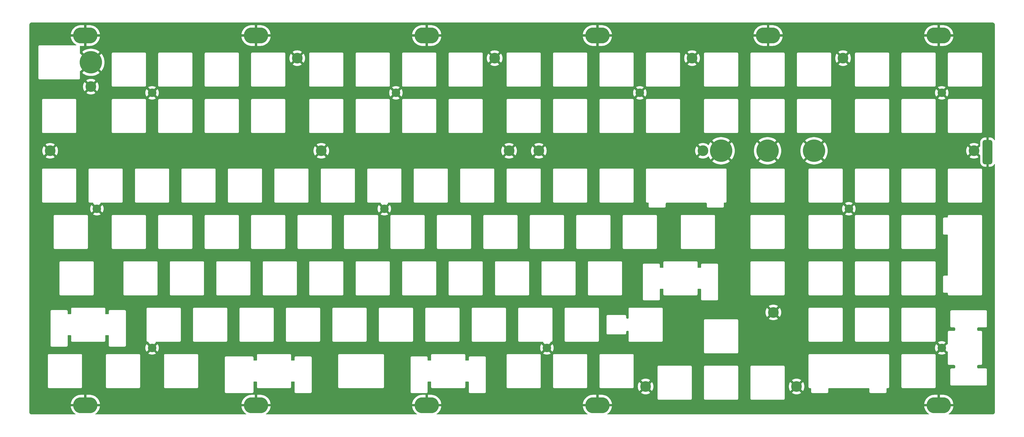
<source format=gbr>
%TF.GenerationSoftware,KiCad,Pcbnew,7.0.2*%
%TF.CreationDate,2023-06-27T02:19:37-04:00*%
%TF.ProjectId,3DP-FR4-hotswap-plate-ANSI,3344502d-4652-4342-9d68-6f7473776170,rev?*%
%TF.SameCoordinates,Original*%
%TF.FileFunction,Copper,L2,Bot*%
%TF.FilePolarity,Positive*%
%FSLAX46Y46*%
G04 Gerber Fmt 4.6, Leading zero omitted, Abs format (unit mm)*
G04 Created by KiCad (PCBNEW 7.0.2) date 2023-06-27 02:19:37*
%MOMM*%
%LPD*%
G01*
G04 APERTURE LIST*
G04 Aperture macros list*
%AMRoundRect*
0 Rectangle with rounded corners*
0 $1 Rounding radius*
0 $2 $3 $4 $5 $6 $7 $8 $9 X,Y pos of 4 corners*
0 Add a 4 corners polygon primitive as box body*
4,1,4,$2,$3,$4,$5,$6,$7,$8,$9,$2,$3,0*
0 Add four circle primitives for the rounded corners*
1,1,$1+$1,$2,$3*
1,1,$1+$1,$4,$5*
1,1,$1+$1,$6,$7*
1,1,$1+$1,$8,$9*
0 Add four rect primitives between the rounded corners*
20,1,$1+$1,$2,$3,$4,$5,0*
20,1,$1+$1,$4,$5,$6,$7,0*
20,1,$1+$1,$6,$7,$8,$9,0*
20,1,$1+$1,$8,$9,$2,$3,0*%
G04 Aperture macros list end*
%TA.AperFunction,ComponentPad*%
%ADD10O,10.000000X6.500000*%
%TD*%
%TA.AperFunction,ComponentPad*%
%ADD11C,4.400000*%
%TD*%
%TA.AperFunction,ComponentPad*%
%ADD12C,3.500000*%
%TD*%
%TA.AperFunction,ComponentPad*%
%ADD13C,9.200000*%
%TD*%
%TA.AperFunction,SMDPad,CuDef*%
%ADD14RoundRect,1.000000X1.000000X4.000000X-1.000000X4.000000X-1.000000X-4.000000X1.000000X-4.000000X0*%
%TD*%
G04 APERTURE END LIST*
D10*
%TO.P,H308,1,1*%
%TO.N,Mounting-hole*%
X93000000Y-157200000D03*
%TD*%
%TO.P,H306,1,1*%
%TO.N,Mounting-hole*%
X373000000Y-5375000D03*
%TD*%
D11*
%TO.P,H508,1,1*%
%TO.N,Mounting-hole*%
X276262300Y-52712500D03*
%TD*%
D12*
%TO.P,H206,1,1*%
%TO.N,Mounting-hole*%
X145613000Y-76525000D03*
%TD*%
%TO.P,H208,1,1*%
%TO.N,Mounting-hole*%
X50363000Y-133675000D03*
%TD*%
D10*
%TO.P,H311,1,1*%
%TO.N,Mounting-hole*%
X373000000Y-157200000D03*
%TD*%
D12*
%TO.P,H201,1,1*%
%TO.N,Mounting-hole*%
X50363000Y-28900000D03*
%TD*%
%TO.P,H207,1,1*%
%TO.N,Mounting-hole*%
X336113000Y-76525000D03*
%TD*%
D10*
%TO.P,H310,1,1*%
%TO.N,Mounting-hole*%
X233000000Y-157200000D03*
%TD*%
D13*
%TO.P,H102,1,1*%
%TO.N,Mounting-hole*%
X283725500Y-52712500D03*
%TD*%
D12*
%TO.P,H210,1,1*%
%TO.N,Mounting-hole*%
X374213000Y-133675000D03*
%TD*%
D13*
%TO.P,H104,1,1*%
%TO.N,Mounting-hole*%
X321825500Y-52712500D03*
%TD*%
D11*
%TO.P,H503,1,1*%
%TO.N,Mounting-hole*%
X109894250Y-14675000D03*
%TD*%
D10*
%TO.P,H304,1,1*%
%TO.N,Mounting-hole*%
X233000000Y-5375000D03*
%TD*%
%TO.P,H301,1,1*%
%TO.N,Mounting-hole*%
X23000000Y-5375000D03*
%TD*%
D11*
%TO.P,H512,1,1*%
%TO.N,Mounting-hole*%
X333731750Y-14675000D03*
%TD*%
%TO.P,H511,1,1*%
%TO.N,Mounting-hole*%
X305157000Y-119100000D03*
%TD*%
%TO.P,H101,1,1*%
%TO.N,Mounting-hole*%
X190856750Y-14675000D03*
%TD*%
D10*
%TO.P,H307,1,1*%
%TO.N,Mounting-hole*%
X23000000Y-157200000D03*
%TD*%
D11*
%TO.P,H506,1,1*%
%TO.N,Mounting-hole*%
X208963000Y-52712500D03*
%TD*%
%TO.P,H504,1,1*%
%TO.N,Mounting-hole*%
X119763000Y-52712500D03*
%TD*%
D10*
%TO.P,H303,1,1*%
%TO.N,Mounting-hole*%
X163000000Y-5375000D03*
%TD*%
D11*
%TO.P,H502,1,1*%
%TO.N,Mounting-hole*%
X25263000Y-26375000D03*
%TD*%
D12*
%TO.P,H203,1,1*%
%TO.N,Mounting-hole*%
X250388000Y-28900000D03*
%TD*%
D11*
%TO.P,H505,1,1*%
%TO.N,Mounting-hole*%
X196762300Y-52712500D03*
%TD*%
D12*
%TO.P,H202,1,1*%
%TO.N,Mounting-hole*%
X150375500Y-28900000D03*
%TD*%
%TO.P,H209,1,1*%
%TO.N,Mounting-hole*%
X212288000Y-133675000D03*
%TD*%
D13*
%TO.P,H513,1,1*%
%TO.N,Mounting-hole*%
X25263000Y-16375000D03*
%TD*%
D11*
%TO.P,H514,1,1*%
%TO.N,Mounting-hole*%
X314681750Y-149531112D03*
%TD*%
%TO.P,H507,1,1*%
%TO.N,Mounting-hole*%
X271819250Y-14675000D03*
%TD*%
D13*
%TO.P,H103,1,1*%
%TO.N,Mounting-hole*%
X302775500Y-52712500D03*
%TD*%
D10*
%TO.P,H302,1,1*%
%TO.N,Mounting-hole*%
X93000000Y-5375000D03*
%TD*%
D11*
%TO.P,H501,1,1*%
%TO.N,Mounting-hole*%
X8563000Y-52712500D03*
%TD*%
%TO.P,H510,1,1*%
%TO.N,Mounting-hole*%
X252769250Y-149531112D03*
%TD*%
%TO.P,H509,1,1*%
%TO.N,Mounting-hole*%
X387437000Y-52712500D03*
%TD*%
D10*
%TO.P,H305,1,1*%
%TO.N,Mounting-hole*%
X303000000Y-5375000D03*
%TD*%
D12*
%TO.P,H204,1,1*%
%TO.N,Mounting-hole*%
X374213000Y-28900000D03*
%TD*%
D10*
%TO.P,H309,1,1*%
%TO.N,Mounting-hole*%
X163000000Y-157200000D03*
%TD*%
D12*
%TO.P,H205,1,1*%
%TO.N,Mounting-hole*%
X27741125Y-76525000D03*
%TD*%
D14*
%TO.P,TP1,1,1*%
%TO.N,Mounting-hole*%
X393000000Y-53250000D03*
%TD*%
%TA.AperFunction,Conductor*%
%TO.N,Mounting-hole*%
G36*
X395005474Y-978D02*
G01*
X395045519Y-4482D01*
X395171622Y-16903D01*
X395191842Y-20583D01*
X395256419Y-37886D01*
X395260252Y-38981D01*
X395351432Y-66640D01*
X395368092Y-73014D01*
X395404035Y-89775D01*
X395433794Y-103652D01*
X395439939Y-106724D01*
X395518940Y-148951D01*
X395531815Y-156860D01*
X395592829Y-199583D01*
X395600491Y-205396D01*
X395668383Y-261113D01*
X395677545Y-269418D01*
X395730580Y-322453D01*
X395738885Y-331615D01*
X395794602Y-399507D01*
X395800415Y-407169D01*
X395843138Y-468183D01*
X395851047Y-481058D01*
X395893274Y-560059D01*
X395896346Y-566204D01*
X395926982Y-631902D01*
X395933362Y-648577D01*
X395960996Y-739674D01*
X395962129Y-743640D01*
X395979412Y-808144D01*
X395983098Y-828404D01*
X395995523Y-954554D01*
X395997160Y-973260D01*
X395999023Y-994548D01*
X395999500Y-1005488D01*
X395999500Y-48244951D01*
X395979498Y-48313072D01*
X395925842Y-48359565D01*
X395855568Y-48369669D01*
X395790988Y-48340175D01*
X395762912Y-48305336D01*
X395686803Y-48165953D01*
X395515358Y-47936930D01*
X395313069Y-47734641D01*
X395084046Y-47563196D01*
X394832953Y-47426090D01*
X394564896Y-47326109D01*
X394285361Y-47265300D01*
X394073684Y-47250160D01*
X394069177Y-47250000D01*
X393500000Y-47250000D01*
X393500000Y-59250000D01*
X394069177Y-59250000D01*
X394073684Y-59249839D01*
X394285361Y-59234699D01*
X394564896Y-59173890D01*
X394832953Y-59073909D01*
X395084046Y-58936803D01*
X395313069Y-58765358D01*
X395515358Y-58563069D01*
X395686803Y-58334046D01*
X395762912Y-58194663D01*
X395813114Y-58144461D01*
X395882488Y-58129369D01*
X395949008Y-58154179D01*
X395991555Y-58211015D01*
X395999500Y-58255048D01*
X395999500Y-159994499D01*
X395999020Y-160005483D01*
X395995523Y-160045444D01*
X395983099Y-160171597D01*
X395979413Y-160191850D01*
X395962129Y-160256358D01*
X395960996Y-160260324D01*
X395933362Y-160351421D01*
X395926982Y-160368096D01*
X395896346Y-160433794D01*
X395893274Y-160439939D01*
X395851047Y-160518940D01*
X395843138Y-160531815D01*
X395800415Y-160592829D01*
X395794602Y-160600491D01*
X395738885Y-160668383D01*
X395730580Y-160677545D01*
X395677545Y-160730580D01*
X395668383Y-160738885D01*
X395600491Y-160794602D01*
X395592829Y-160800415D01*
X395531815Y-160843138D01*
X395518940Y-160851047D01*
X395439939Y-160893274D01*
X395433794Y-160896346D01*
X395368096Y-160926982D01*
X395351421Y-160933362D01*
X395260324Y-160960996D01*
X395256358Y-160962129D01*
X395191854Y-160979412D01*
X395171595Y-160983098D01*
X395045446Y-160995523D01*
X395025837Y-160997239D01*
X395005452Y-160999022D01*
X394994511Y-160999500D01*
X377135899Y-160999500D01*
X377067778Y-160979498D01*
X377021285Y-160925842D01*
X377011181Y-160855568D01*
X377040675Y-160790988D01*
X377072020Y-160764893D01*
X377079159Y-160760693D01*
X377084232Y-160757370D01*
X377411934Y-160519280D01*
X377416677Y-160515471D01*
X377719865Y-160246869D01*
X377724217Y-160242621D01*
X378000062Y-159946018D01*
X378003994Y-159941357D01*
X378249921Y-159619518D01*
X378253376Y-159614513D01*
X378467106Y-159270420D01*
X378470051Y-159265124D01*
X378649573Y-158902011D01*
X378652001Y-158896436D01*
X378795633Y-158517712D01*
X378797518Y-158511910D01*
X378903924Y-158121100D01*
X378905239Y-158115154D01*
X378973431Y-157715887D01*
X378974166Y-157709829D01*
X378974880Y-157700000D01*
X375245603Y-157700000D01*
X375285216Y-157500854D01*
X375304935Y-157200000D01*
X375285216Y-156899146D01*
X375245603Y-156700000D01*
X378970504Y-156700000D01*
X378970504Y-156699999D01*
X378944602Y-156486677D01*
X378943576Y-156480671D01*
X378856172Y-156085160D01*
X378854573Y-156079286D01*
X378729405Y-155694060D01*
X378727251Y-155688381D01*
X378565481Y-155317016D01*
X378562793Y-155311579D01*
X378365938Y-154957565D01*
X378362731Y-154952402D01*
X378132634Y-154619050D01*
X378128939Y-154614214D01*
X377867744Y-154304627D01*
X377863600Y-154300171D01*
X377573749Y-154017241D01*
X377569184Y-154013197D01*
X377253388Y-153759570D01*
X377248455Y-153755985D01*
X376909654Y-153534021D01*
X376904387Y-153530923D01*
X376545750Y-153342695D01*
X376540227Y-153340129D01*
X376165070Y-153187382D01*
X376159347Y-153185368D01*
X375771205Y-153069545D01*
X375765290Y-153068087D01*
X375367777Y-152990264D01*
X375361771Y-152989387D01*
X374958600Y-152950293D01*
X374952527Y-152950000D01*
X373500000Y-152950000D01*
X373500000Y-154954396D01*
X373300854Y-154914784D01*
X373075294Y-154900000D01*
X372924706Y-154900000D01*
X372699146Y-154914784D01*
X372500000Y-154954396D01*
X372500000Y-152950000D01*
X371148781Y-152950000D01*
X371145768Y-152950072D01*
X370842376Y-152964747D01*
X370836324Y-152965334D01*
X370435518Y-153023861D01*
X370429553Y-153025029D01*
X370036270Y-153121964D01*
X370030426Y-153123708D01*
X369648346Y-153258144D01*
X369642710Y-153260439D01*
X369275392Y-153431122D01*
X369269981Y-153433962D01*
X368920841Y-153639305D01*
X368915767Y-153642629D01*
X368588065Y-153880719D01*
X368583322Y-153884528D01*
X368280134Y-154153130D01*
X368275782Y-154157378D01*
X367999937Y-154453981D01*
X367996005Y-154458642D01*
X367750078Y-154780481D01*
X367746623Y-154785486D01*
X367532893Y-155129579D01*
X367529948Y-155134875D01*
X367350426Y-155497988D01*
X367347998Y-155503563D01*
X367204366Y-155882287D01*
X367202481Y-155888089D01*
X367096075Y-156278899D01*
X367094760Y-156284845D01*
X367026568Y-156684112D01*
X367025833Y-156690170D01*
X367025119Y-156699999D01*
X367025120Y-156700000D01*
X370754397Y-156700000D01*
X370714784Y-156899146D01*
X370695065Y-157200000D01*
X370714784Y-157500854D01*
X370754397Y-157700000D01*
X367029496Y-157700000D01*
X367055397Y-157913322D01*
X367056423Y-157919328D01*
X367143827Y-158314839D01*
X367145426Y-158320713D01*
X367270594Y-158705939D01*
X367272748Y-158711618D01*
X367434518Y-159082983D01*
X367437206Y-159088420D01*
X367634061Y-159442434D01*
X367637268Y-159447597D01*
X367867365Y-159780949D01*
X367871060Y-159785785D01*
X368132255Y-160095372D01*
X368136399Y-160099828D01*
X368426250Y-160382758D01*
X368430815Y-160386802D01*
X368746611Y-160640429D01*
X368751544Y-160644014D01*
X368940953Y-160768105D01*
X368986972Y-160822167D01*
X368996458Y-160892527D01*
X368966399Y-160956846D01*
X368906338Y-160994703D01*
X368871903Y-160999500D01*
X237135899Y-160999500D01*
X237067778Y-160979498D01*
X237021285Y-160925842D01*
X237011181Y-160855568D01*
X237040675Y-160790988D01*
X237072020Y-160764893D01*
X237079159Y-160760693D01*
X237084232Y-160757370D01*
X237411934Y-160519280D01*
X237416677Y-160515471D01*
X237719865Y-160246869D01*
X237724217Y-160242621D01*
X238000062Y-159946018D01*
X238003994Y-159941357D01*
X238249921Y-159619518D01*
X238253376Y-159614513D01*
X238467106Y-159270420D01*
X238470051Y-159265124D01*
X238649573Y-158902011D01*
X238652001Y-158896436D01*
X238795633Y-158517712D01*
X238797518Y-158511910D01*
X238903924Y-158121100D01*
X238905239Y-158115154D01*
X238973431Y-157715887D01*
X238974166Y-157709829D01*
X238974880Y-157700000D01*
X235245603Y-157700000D01*
X235285216Y-157500854D01*
X235304935Y-157200000D01*
X235285216Y-156899146D01*
X235245603Y-156700000D01*
X238970504Y-156700000D01*
X238970504Y-156699999D01*
X238944602Y-156486677D01*
X238943576Y-156480671D01*
X238856172Y-156085160D01*
X238854573Y-156079286D01*
X238729405Y-155694060D01*
X238727251Y-155688381D01*
X238565481Y-155317016D01*
X238562793Y-155311579D01*
X238365938Y-154957565D01*
X238362731Y-154952402D01*
X238132634Y-154619050D01*
X238128939Y-154614214D01*
X237950604Y-154402839D01*
X257667645Y-154402839D01*
X257673922Y-154450516D01*
X257675000Y-154466963D01*
X257675000Y-154518895D01*
X257676364Y-154524872D01*
X257674869Y-154549255D01*
X257686527Y-154577400D01*
X257692959Y-154597579D01*
X257700097Y-154628852D01*
X257709777Y-154648953D01*
X257714162Y-154675584D01*
X257728912Y-154694807D01*
X257742471Y-154716841D01*
X257749032Y-154730466D01*
X257771423Y-154758543D01*
X257782564Y-154785833D01*
X257797728Y-154797469D01*
X257819085Y-154818431D01*
X257819126Y-154818464D01*
X257819328Y-154818669D01*
X257819534Y-154818872D01*
X257819566Y-154818912D01*
X257840530Y-154840271D01*
X257847595Y-154849479D01*
X257852552Y-154850162D01*
X257879455Y-154866576D01*
X257907530Y-154888965D01*
X257907533Y-154888967D01*
X257921159Y-154895529D01*
X257943194Y-154909088D01*
X257954787Y-154917983D01*
X257956849Y-154917764D01*
X257989046Y-154928222D01*
X258009149Y-154937903D01*
X258030216Y-154942711D01*
X258040418Y-154945040D01*
X258060600Y-154951472D01*
X258078388Y-154958840D01*
X258113125Y-154961634D01*
X258119107Y-154963000D01*
X258119109Y-154963000D01*
X258171043Y-154963000D01*
X258187489Y-154964078D01*
X258223003Y-154968753D01*
X258260208Y-154963000D01*
X271090791Y-154963000D01*
X271115837Y-154970354D01*
X271163510Y-154964078D01*
X271179956Y-154963000D01*
X271231889Y-154963000D01*
X271231893Y-154963000D01*
X271237868Y-154961636D01*
X271262252Y-154963129D01*
X271290394Y-154951473D01*
X271310577Y-154945041D01*
X271310582Y-154945040D01*
X271341851Y-154937903D01*
X271361949Y-154928224D01*
X271388584Y-154923837D01*
X271407804Y-154909090D01*
X271429839Y-154895530D01*
X271430626Y-154895150D01*
X271443467Y-154888967D01*
X271471543Y-154866576D01*
X271498832Y-154855435D01*
X271510465Y-154840275D01*
X271531426Y-154818918D01*
X271531460Y-154818877D01*
X271531670Y-154818670D01*
X271531877Y-154818460D01*
X271531918Y-154818426D01*
X271553275Y-154797465D01*
X271562480Y-154790401D01*
X271563163Y-154785446D01*
X271579574Y-154758545D01*
X271601967Y-154730467D01*
X271608529Y-154716839D01*
X271622090Y-154694804D01*
X271630987Y-154683208D01*
X271630767Y-154681141D01*
X271641224Y-154648950D01*
X271650903Y-154628851D01*
X271658041Y-154597577D01*
X271664473Y-154577394D01*
X271671838Y-154559612D01*
X271674635Y-154524871D01*
X271676000Y-154518893D01*
X271676000Y-154466954D01*
X271677078Y-154450509D01*
X271681752Y-154414999D01*
X271679872Y-154402839D01*
X276717645Y-154402839D01*
X276723922Y-154450516D01*
X276725000Y-154466963D01*
X276725000Y-154518895D01*
X276726364Y-154524872D01*
X276724869Y-154549255D01*
X276736527Y-154577400D01*
X276742959Y-154597579D01*
X276750097Y-154628852D01*
X276759777Y-154648953D01*
X276764162Y-154675584D01*
X276778912Y-154694807D01*
X276792471Y-154716841D01*
X276799032Y-154730466D01*
X276821423Y-154758543D01*
X276832564Y-154785833D01*
X276847728Y-154797469D01*
X276869085Y-154818431D01*
X276869126Y-154818464D01*
X276869328Y-154818669D01*
X276869534Y-154818872D01*
X276869566Y-154818912D01*
X276890530Y-154840271D01*
X276897595Y-154849479D01*
X276902552Y-154850162D01*
X276929455Y-154866576D01*
X276957530Y-154888965D01*
X276957533Y-154888967D01*
X276971159Y-154895529D01*
X276993194Y-154909088D01*
X277004787Y-154917983D01*
X277006849Y-154917764D01*
X277039046Y-154928222D01*
X277059149Y-154937903D01*
X277080216Y-154942711D01*
X277090418Y-154945040D01*
X277110600Y-154951472D01*
X277128388Y-154958840D01*
X277163125Y-154961634D01*
X277169107Y-154963000D01*
X277169109Y-154963000D01*
X277221043Y-154963000D01*
X277237489Y-154964078D01*
X277273003Y-154968753D01*
X277310208Y-154963000D01*
X290140791Y-154963000D01*
X290165837Y-154970354D01*
X290213510Y-154964078D01*
X290229956Y-154963000D01*
X290281889Y-154963000D01*
X290281893Y-154963000D01*
X290287868Y-154961636D01*
X290312252Y-154963129D01*
X290340394Y-154951473D01*
X290360577Y-154945041D01*
X290360582Y-154945040D01*
X290391851Y-154937903D01*
X290411949Y-154928224D01*
X290438584Y-154923837D01*
X290457804Y-154909090D01*
X290479839Y-154895530D01*
X290480626Y-154895150D01*
X290493467Y-154888967D01*
X290521543Y-154866576D01*
X290548832Y-154855435D01*
X290560465Y-154840275D01*
X290581426Y-154818918D01*
X290581460Y-154818877D01*
X290581670Y-154818670D01*
X290581877Y-154818460D01*
X290581918Y-154818426D01*
X290603275Y-154797465D01*
X290612480Y-154790401D01*
X290613163Y-154785446D01*
X290629574Y-154758545D01*
X290651967Y-154730467D01*
X290658529Y-154716839D01*
X290672090Y-154694804D01*
X290680987Y-154683208D01*
X290680767Y-154681141D01*
X290691224Y-154648950D01*
X290700903Y-154628851D01*
X290708041Y-154597577D01*
X290714473Y-154577394D01*
X290721838Y-154559612D01*
X290724635Y-154524871D01*
X290726000Y-154518893D01*
X290726000Y-154466941D01*
X290727077Y-154450507D01*
X290731752Y-154414996D01*
X290729873Y-154402839D01*
X295767645Y-154402839D01*
X295773922Y-154450516D01*
X295775000Y-154466963D01*
X295775000Y-154518895D01*
X295776364Y-154524872D01*
X295774869Y-154549255D01*
X295786527Y-154577400D01*
X295792959Y-154597579D01*
X295800097Y-154628852D01*
X295809777Y-154648953D01*
X295814162Y-154675584D01*
X295828912Y-154694807D01*
X295842471Y-154716841D01*
X295849032Y-154730466D01*
X295871423Y-154758543D01*
X295882564Y-154785833D01*
X295897728Y-154797469D01*
X295919085Y-154818431D01*
X295919126Y-154818464D01*
X295919328Y-154818669D01*
X295919534Y-154818872D01*
X295919566Y-154818912D01*
X295940530Y-154840271D01*
X295947595Y-154849479D01*
X295952552Y-154850162D01*
X295979455Y-154866576D01*
X296007530Y-154888965D01*
X296007533Y-154888967D01*
X296021159Y-154895529D01*
X296043194Y-154909088D01*
X296054787Y-154917983D01*
X296056849Y-154917764D01*
X296089046Y-154928222D01*
X296109149Y-154937903D01*
X296130216Y-154942711D01*
X296140418Y-154945040D01*
X296160600Y-154951472D01*
X296178388Y-154958840D01*
X296213125Y-154961634D01*
X296219107Y-154963000D01*
X296219109Y-154963000D01*
X296271043Y-154963000D01*
X296287489Y-154964078D01*
X296323003Y-154968753D01*
X296360208Y-154963000D01*
X309190791Y-154963000D01*
X309215837Y-154970354D01*
X309263510Y-154964078D01*
X309279956Y-154963000D01*
X309331889Y-154963000D01*
X309331893Y-154963000D01*
X309337868Y-154961636D01*
X309362252Y-154963129D01*
X309390394Y-154951473D01*
X309410577Y-154945041D01*
X309410582Y-154945040D01*
X309441851Y-154937903D01*
X309461949Y-154928224D01*
X309488584Y-154923837D01*
X309507804Y-154909090D01*
X309529839Y-154895530D01*
X309530626Y-154895150D01*
X309543467Y-154888967D01*
X309571543Y-154866576D01*
X309598832Y-154855435D01*
X309610465Y-154840275D01*
X309631426Y-154818918D01*
X309631460Y-154818877D01*
X309631670Y-154818670D01*
X309631877Y-154818460D01*
X309631918Y-154818426D01*
X309653275Y-154797465D01*
X309662480Y-154790401D01*
X309663163Y-154785446D01*
X309679574Y-154758545D01*
X309701967Y-154730467D01*
X309708529Y-154716839D01*
X309722090Y-154694804D01*
X309730987Y-154683208D01*
X309730767Y-154681141D01*
X309741224Y-154648950D01*
X309750903Y-154628851D01*
X309758041Y-154597577D01*
X309764473Y-154577394D01*
X309771838Y-154559612D01*
X309774635Y-154524871D01*
X309776000Y-154518893D01*
X309776000Y-154466955D01*
X309777078Y-154450509D01*
X309781752Y-154414999D01*
X309776000Y-154377790D01*
X309776000Y-149534637D01*
X311476906Y-149534637D01*
X311496662Y-149886434D01*
X311497452Y-149893447D01*
X311556473Y-150240822D01*
X311558041Y-150247691D01*
X311655585Y-150586271D01*
X311657917Y-150592938D01*
X311792753Y-150918459D01*
X311795818Y-150924824D01*
X311966250Y-151233199D01*
X311970011Y-151239184D01*
X312093097Y-151412658D01*
X313632778Y-149872976D01*
X313637520Y-149892523D01*
X313724788Y-150083614D01*
X313846644Y-150254736D01*
X313998682Y-150399704D01*
X314175408Y-150513279D01*
X314340567Y-150579399D01*
X312800203Y-152119763D01*
X312973677Y-152242850D01*
X312979662Y-152246611D01*
X313288037Y-152417043D01*
X313294402Y-152420108D01*
X313619923Y-152554944D01*
X313626590Y-152557276D01*
X313965170Y-152654820D01*
X313972039Y-152656388D01*
X314319414Y-152715409D01*
X314326427Y-152716199D01*
X314678224Y-152735956D01*
X314685276Y-152735956D01*
X315037072Y-152716199D01*
X315044085Y-152715409D01*
X315391460Y-152656388D01*
X315398329Y-152654820D01*
X315736909Y-152557276D01*
X315743576Y-152554944D01*
X316069097Y-152420108D01*
X316075462Y-152417043D01*
X316383846Y-152246606D01*
X316389822Y-152242851D01*
X316563296Y-152119764D01*
X315021364Y-150577831D01*
X315092439Y-150556962D01*
X315279160Y-150460701D01*
X315444290Y-150330841D01*
X315581860Y-150172077D01*
X315686897Y-149990147D01*
X315728290Y-149870547D01*
X317270401Y-151412658D01*
X317270402Y-151412658D01*
X317393489Y-151239184D01*
X317397244Y-151233208D01*
X317567681Y-150924824D01*
X317570746Y-150918459D01*
X317705582Y-150592938D01*
X317707914Y-150586271D01*
X317805458Y-150247691D01*
X317807026Y-150240822D01*
X317866047Y-149893447D01*
X317866837Y-149886434D01*
X317880658Y-149640339D01*
X319580145Y-149640339D01*
X319586422Y-149688016D01*
X319587500Y-149704463D01*
X319587500Y-149756395D01*
X319588864Y-149762372D01*
X319587369Y-149786755D01*
X319599027Y-149814900D01*
X319605459Y-149835079D01*
X319612597Y-149866352D01*
X319622277Y-149886453D01*
X319626662Y-149913084D01*
X319641412Y-149932307D01*
X319654971Y-149954341D01*
X319661532Y-149967966D01*
X319683923Y-149996043D01*
X319695064Y-150023333D01*
X319710228Y-150034969D01*
X319731585Y-150055931D01*
X319731626Y-150055964D01*
X319731828Y-150056169D01*
X319732034Y-150056372D01*
X319732066Y-150056412D01*
X319753030Y-150077771D01*
X319760095Y-150086979D01*
X319765052Y-150087662D01*
X319791955Y-150104076D01*
X319820030Y-150126465D01*
X319820033Y-150126467D01*
X319833659Y-150133029D01*
X319855694Y-150146588D01*
X319867287Y-150155483D01*
X319869349Y-150155264D01*
X319901546Y-150165722D01*
X319902005Y-150165943D01*
X319921649Y-150175403D01*
X319942716Y-150180211D01*
X319952918Y-150182540D01*
X319973100Y-150188972D01*
X319990888Y-150196340D01*
X320025625Y-150199134D01*
X320031607Y-150200500D01*
X320083543Y-150200500D01*
X320099989Y-150201578D01*
X320135503Y-150206253D01*
X320172708Y-150200500D01*
X320365084Y-150200500D01*
X320384735Y-150202042D01*
X320384830Y-150202057D01*
X320389763Y-150202936D01*
X320460925Y-150217091D01*
X320493542Y-150228402D01*
X320506265Y-150234884D01*
X320519057Y-150242381D01*
X320558973Y-150269052D01*
X320578064Y-150284721D01*
X320590277Y-150296934D01*
X320605947Y-150316027D01*
X320632614Y-150355937D01*
X320640116Y-150368737D01*
X320646595Y-150381453D01*
X320657907Y-150414074D01*
X320672061Y-150485232D01*
X320672798Y-150489284D01*
X320672816Y-150489393D01*
X320674500Y-150509922D01*
X320674500Y-151615291D01*
X320667145Y-151640339D01*
X320673422Y-151688016D01*
X320674500Y-151704463D01*
X320674500Y-151756395D01*
X320675864Y-151762372D01*
X320674369Y-151786755D01*
X320686027Y-151814900D01*
X320692459Y-151835079D01*
X320699597Y-151866352D01*
X320709277Y-151886453D01*
X320713662Y-151913084D01*
X320728412Y-151932307D01*
X320741971Y-151954341D01*
X320748532Y-151967966D01*
X320770923Y-151996043D01*
X320782064Y-152023333D01*
X320797228Y-152034969D01*
X320818585Y-152055931D01*
X320818626Y-152055964D01*
X320818828Y-152056169D01*
X320819034Y-152056372D01*
X320819066Y-152056412D01*
X320840030Y-152077771D01*
X320847095Y-152086979D01*
X320852052Y-152087662D01*
X320878955Y-152104076D01*
X320907029Y-152126464D01*
X320907033Y-152126467D01*
X320920659Y-152133029D01*
X320942694Y-152146588D01*
X320954287Y-152155483D01*
X320956349Y-152155264D01*
X320988546Y-152165722D01*
X320993478Y-152168097D01*
X321008649Y-152175403D01*
X321029716Y-152180211D01*
X321039918Y-152182540D01*
X321060100Y-152188972D01*
X321077888Y-152196340D01*
X321112625Y-152199134D01*
X321118607Y-152200500D01*
X321118609Y-152200500D01*
X321170543Y-152200500D01*
X321186989Y-152201578D01*
X321222503Y-152206253D01*
X321259708Y-152200500D01*
X327090291Y-152200500D01*
X327115337Y-152207854D01*
X327163010Y-152201578D01*
X327179456Y-152200500D01*
X327231389Y-152200500D01*
X327231393Y-152200500D01*
X327237368Y-152199136D01*
X327261752Y-152200629D01*
X327289894Y-152188973D01*
X327310077Y-152182541D01*
X327310082Y-152182540D01*
X327341351Y-152175403D01*
X327341378Y-152175390D01*
X327361450Y-152165724D01*
X327388084Y-152161337D01*
X327407304Y-152146590D01*
X327429339Y-152133030D01*
X327430126Y-152132650D01*
X327442967Y-152126467D01*
X327471043Y-152104076D01*
X327498332Y-152092935D01*
X327509965Y-152077775D01*
X327530926Y-152056418D01*
X327530960Y-152056377D01*
X327531170Y-152056170D01*
X327531377Y-152055960D01*
X327531418Y-152055926D01*
X327552775Y-152034965D01*
X327561980Y-152027901D01*
X327562663Y-152022946D01*
X327579074Y-151996045D01*
X327601467Y-151967967D01*
X327608027Y-151954346D01*
X327608030Y-151954339D01*
X327621590Y-151932304D01*
X327630487Y-151920708D01*
X327630267Y-151918641D01*
X327640724Y-151886450D01*
X327650403Y-151866351D01*
X327657541Y-151835077D01*
X327663973Y-151814894D01*
X327671338Y-151797112D01*
X327674136Y-151762369D01*
X327675500Y-151756393D01*
X327675500Y-151704449D01*
X327676578Y-151688009D01*
X327681252Y-151652499D01*
X327675500Y-151615290D01*
X327675500Y-150509913D01*
X327676965Y-150490754D01*
X327676979Y-150490663D01*
X327677929Y-150485273D01*
X327692092Y-150414069D01*
X327703400Y-150381461D01*
X327709892Y-150368718D01*
X327717372Y-150355956D01*
X327744060Y-150316015D01*
X327759711Y-150296945D01*
X327771945Y-150284711D01*
X327791015Y-150269060D01*
X327830956Y-150242372D01*
X327843718Y-150234892D01*
X327856461Y-150228400D01*
X327889069Y-150217092D01*
X327960272Y-150202929D01*
X327965866Y-150201948D01*
X327965958Y-150201934D01*
X327984914Y-150200500D01*
X344241084Y-150200500D01*
X344260735Y-150202042D01*
X344260830Y-150202057D01*
X344265763Y-150202936D01*
X344336925Y-150217091D01*
X344369542Y-150228402D01*
X344382265Y-150234884D01*
X344395057Y-150242381D01*
X344434973Y-150269052D01*
X344454064Y-150284721D01*
X344466277Y-150296934D01*
X344481947Y-150316027D01*
X344508614Y-150355937D01*
X344516116Y-150368737D01*
X344522595Y-150381453D01*
X344533907Y-150414074D01*
X344548061Y-150485232D01*
X344548798Y-150489284D01*
X344548816Y-150489393D01*
X344550500Y-150509922D01*
X344550500Y-151615291D01*
X344543145Y-151640339D01*
X344549422Y-151688016D01*
X344550500Y-151704463D01*
X344550500Y-151756395D01*
X344551864Y-151762372D01*
X344550369Y-151786755D01*
X344562027Y-151814900D01*
X344568459Y-151835079D01*
X344575597Y-151866352D01*
X344585277Y-151886453D01*
X344589662Y-151913084D01*
X344604412Y-151932307D01*
X344617971Y-151954341D01*
X344624532Y-151967966D01*
X344646923Y-151996043D01*
X344658064Y-152023333D01*
X344673228Y-152034969D01*
X344694585Y-152055931D01*
X344694626Y-152055964D01*
X344694828Y-152056169D01*
X344695034Y-152056372D01*
X344695066Y-152056412D01*
X344716030Y-152077771D01*
X344723095Y-152086979D01*
X344728052Y-152087662D01*
X344754955Y-152104076D01*
X344783029Y-152126464D01*
X344783033Y-152126467D01*
X344796659Y-152133029D01*
X344818694Y-152146588D01*
X344830287Y-152155483D01*
X344832349Y-152155264D01*
X344864546Y-152165722D01*
X344869478Y-152168097D01*
X344884649Y-152175403D01*
X344905716Y-152180211D01*
X344915918Y-152182540D01*
X344936100Y-152188972D01*
X344953888Y-152196340D01*
X344988625Y-152199134D01*
X344994607Y-152200500D01*
X344994609Y-152200500D01*
X345046543Y-152200500D01*
X345062989Y-152201578D01*
X345098503Y-152206253D01*
X345135708Y-152200500D01*
X350966291Y-152200500D01*
X350991337Y-152207854D01*
X351039010Y-152201578D01*
X351055456Y-152200500D01*
X351107389Y-152200500D01*
X351107393Y-152200500D01*
X351113368Y-152199136D01*
X351137752Y-152200629D01*
X351165894Y-152188973D01*
X351186077Y-152182541D01*
X351186082Y-152182540D01*
X351217351Y-152175403D01*
X351217378Y-152175390D01*
X351237450Y-152165724D01*
X351264084Y-152161337D01*
X351283304Y-152146590D01*
X351305339Y-152133030D01*
X351306126Y-152132650D01*
X351318967Y-152126467D01*
X351347043Y-152104076D01*
X351374332Y-152092935D01*
X351385965Y-152077775D01*
X351406926Y-152056418D01*
X351406960Y-152056377D01*
X351407170Y-152056170D01*
X351407377Y-152055960D01*
X351407418Y-152055926D01*
X351428775Y-152034965D01*
X351437980Y-152027901D01*
X351438663Y-152022946D01*
X351455074Y-151996045D01*
X351477467Y-151967967D01*
X351484027Y-151954346D01*
X351484030Y-151954339D01*
X351497590Y-151932304D01*
X351506487Y-151920708D01*
X351506267Y-151918641D01*
X351516724Y-151886450D01*
X351526403Y-151866351D01*
X351533541Y-151835077D01*
X351539973Y-151814894D01*
X351547338Y-151797112D01*
X351550136Y-151762369D01*
X351551500Y-151756393D01*
X351551500Y-151704449D01*
X351552578Y-151688009D01*
X351557252Y-151652499D01*
X351551500Y-151615290D01*
X351551500Y-150509913D01*
X351552965Y-150490754D01*
X351552979Y-150490663D01*
X351553929Y-150485273D01*
X351568092Y-150414069D01*
X351579400Y-150381461D01*
X351585892Y-150368718D01*
X351593372Y-150355956D01*
X351620060Y-150316015D01*
X351635711Y-150296945D01*
X351647945Y-150284711D01*
X351667015Y-150269060D01*
X351706956Y-150242372D01*
X351719718Y-150234892D01*
X351732461Y-150228400D01*
X351765069Y-150217092D01*
X351836272Y-150202929D01*
X351841866Y-150201948D01*
X351841958Y-150201934D01*
X351860914Y-150200500D01*
X352053291Y-150200500D01*
X352078337Y-150207854D01*
X352126010Y-150201578D01*
X352142456Y-150200500D01*
X352194389Y-150200500D01*
X352194393Y-150200500D01*
X352200368Y-150199136D01*
X352224752Y-150200629D01*
X352252894Y-150188973D01*
X352273077Y-150182541D01*
X352273082Y-150182540D01*
X352304351Y-150175403D01*
X352304424Y-150175368D01*
X352324450Y-150165724D01*
X352351084Y-150161337D01*
X352370304Y-150146590D01*
X352392339Y-150133030D01*
X352393126Y-150132650D01*
X352405967Y-150126467D01*
X352434043Y-150104076D01*
X352461332Y-150092935D01*
X352472965Y-150077775D01*
X352493926Y-150056418D01*
X352493960Y-150056377D01*
X352494170Y-150056170D01*
X352494377Y-150055960D01*
X352494418Y-150055926D01*
X352515775Y-150034965D01*
X352524980Y-150027901D01*
X352525663Y-150022946D01*
X352542074Y-149996045D01*
X352564467Y-149967967D01*
X352571026Y-149954348D01*
X352571030Y-149954339D01*
X352584590Y-149932304D01*
X352593487Y-149920708D01*
X352593267Y-149918641D01*
X352603724Y-149886450D01*
X352613403Y-149866351D01*
X352620541Y-149835077D01*
X352626973Y-149814894D01*
X352634338Y-149797112D01*
X352637136Y-149762369D01*
X352638500Y-149756393D01*
X352638500Y-149704451D01*
X352639578Y-149688009D01*
X352644252Y-149652499D01*
X352642372Y-149640339D01*
X357680145Y-149640339D01*
X357686422Y-149688016D01*
X357687500Y-149704463D01*
X357687500Y-149756395D01*
X357688864Y-149762372D01*
X357687369Y-149786755D01*
X357699027Y-149814900D01*
X357705459Y-149835079D01*
X357712597Y-149866352D01*
X357722277Y-149886453D01*
X357726662Y-149913084D01*
X357741412Y-149932307D01*
X357754971Y-149954341D01*
X357761532Y-149967966D01*
X357783923Y-149996043D01*
X357795064Y-150023333D01*
X357810228Y-150034969D01*
X357831585Y-150055931D01*
X357831626Y-150055964D01*
X357831828Y-150056169D01*
X357832034Y-150056372D01*
X357832066Y-150056412D01*
X357853030Y-150077771D01*
X357860095Y-150086979D01*
X357865052Y-150087662D01*
X357891955Y-150104076D01*
X357920030Y-150126465D01*
X357920033Y-150126467D01*
X357933659Y-150133029D01*
X357955694Y-150146588D01*
X357967287Y-150155483D01*
X357969349Y-150155264D01*
X358001546Y-150165722D01*
X358002005Y-150165943D01*
X358021649Y-150175403D01*
X358042716Y-150180211D01*
X358052918Y-150182540D01*
X358073100Y-150188972D01*
X358090888Y-150196340D01*
X358125625Y-150199134D01*
X358131607Y-150200500D01*
X358131609Y-150200500D01*
X358183543Y-150200500D01*
X358199989Y-150201578D01*
X358235503Y-150206253D01*
X358272708Y-150200500D01*
X371103291Y-150200500D01*
X371128337Y-150207854D01*
X371176010Y-150201578D01*
X371192456Y-150200500D01*
X371244389Y-150200500D01*
X371244393Y-150200500D01*
X371250368Y-150199136D01*
X371274752Y-150200629D01*
X371302894Y-150188973D01*
X371323077Y-150182541D01*
X371323082Y-150182540D01*
X371354351Y-150175403D01*
X371354424Y-150175368D01*
X371374450Y-150165724D01*
X371401084Y-150161337D01*
X371420304Y-150146590D01*
X371442339Y-150133030D01*
X371443126Y-150132650D01*
X371455967Y-150126467D01*
X371484043Y-150104076D01*
X371511332Y-150092935D01*
X371522965Y-150077775D01*
X371543926Y-150056418D01*
X371543960Y-150056377D01*
X371544170Y-150056170D01*
X371544377Y-150055960D01*
X371544418Y-150055926D01*
X371565775Y-150034965D01*
X371574980Y-150027901D01*
X371575663Y-150022946D01*
X371592074Y-149996045D01*
X371614467Y-149967967D01*
X371621026Y-149954348D01*
X371621030Y-149954339D01*
X371634590Y-149932304D01*
X371643487Y-149920708D01*
X371643267Y-149918641D01*
X371653724Y-149886450D01*
X371663403Y-149866351D01*
X371670541Y-149835077D01*
X371676973Y-149814894D01*
X371684338Y-149797112D01*
X371687136Y-149762369D01*
X371688500Y-149756393D01*
X371688500Y-149704451D01*
X371689578Y-149688009D01*
X371694252Y-149652499D01*
X371688500Y-149615290D01*
X371688500Y-136784708D01*
X371695854Y-136759661D01*
X371689578Y-136711989D01*
X371688500Y-136695543D01*
X371688500Y-136643609D01*
X371688500Y-136643607D01*
X371687135Y-136637627D01*
X371688629Y-136613242D01*
X371676972Y-136585100D01*
X371670540Y-136564918D01*
X371668211Y-136554716D01*
X371663403Y-136533649D01*
X371653947Y-136514014D01*
X371653722Y-136513546D01*
X371649336Y-136486914D01*
X371634588Y-136467694D01*
X371621028Y-136445657D01*
X371614467Y-136432033D01*
X371614459Y-136432023D01*
X371592076Y-136403955D01*
X371580934Y-136376665D01*
X371565771Y-136365030D01*
X371544412Y-136344066D01*
X371544372Y-136344034D01*
X371544169Y-136343828D01*
X371543964Y-136343626D01*
X371543931Y-136343585D01*
X371522969Y-136322228D01*
X371515900Y-136313015D01*
X371510938Y-136312332D01*
X371484043Y-136295923D01*
X371455966Y-136273532D01*
X371442341Y-136266971D01*
X371420307Y-136253412D01*
X371408709Y-136244512D01*
X371406642Y-136244733D01*
X371374453Y-136234277D01*
X371354352Y-136224597D01*
X371323079Y-136217459D01*
X371302900Y-136211027D01*
X371285116Y-136203661D01*
X371250372Y-136200864D01*
X371244395Y-136199500D01*
X371244393Y-136199500D01*
X371192464Y-136199500D01*
X371176018Y-136198422D01*
X371140497Y-136193745D01*
X371103292Y-136199500D01*
X358272707Y-136199500D01*
X358247658Y-136192145D01*
X358199981Y-136198422D01*
X358183535Y-136199500D01*
X358131603Y-136199500D01*
X358125621Y-136200865D01*
X358101241Y-136199370D01*
X358073096Y-136211028D01*
X358052917Y-136217460D01*
X358021645Y-136224597D01*
X358001543Y-136234278D01*
X357974910Y-136238662D01*
X357955686Y-136253414D01*
X357933656Y-136266971D01*
X357920033Y-136273531D01*
X357891955Y-136295924D01*
X357864662Y-136307066D01*
X357853026Y-136322231D01*
X357832063Y-136343590D01*
X357832031Y-136343631D01*
X357831829Y-136343829D01*
X357831631Y-136344031D01*
X357831590Y-136344063D01*
X357810231Y-136365026D01*
X357801019Y-136372094D01*
X357800336Y-136377056D01*
X357783924Y-136403955D01*
X357761531Y-136432033D01*
X357754971Y-136445656D01*
X357741414Y-136467686D01*
X357732512Y-136479287D01*
X357732733Y-136481356D01*
X357722278Y-136513543D01*
X357712597Y-136533645D01*
X357705460Y-136564917D01*
X357699028Y-136585096D01*
X357691660Y-136602884D01*
X357688865Y-136637621D01*
X357687500Y-136643602D01*
X357687500Y-136695532D01*
X357686422Y-136711978D01*
X357681745Y-136747501D01*
X357687500Y-136784711D01*
X357687500Y-149615291D01*
X357680145Y-149640339D01*
X352642372Y-149640339D01*
X352638500Y-149615290D01*
X352638500Y-136784708D01*
X352645854Y-136759661D01*
X352639578Y-136711989D01*
X352638500Y-136695543D01*
X352638500Y-136643609D01*
X352638500Y-136643607D01*
X352637135Y-136637627D01*
X352638629Y-136613242D01*
X352626972Y-136585100D01*
X352620540Y-136564918D01*
X352618211Y-136554716D01*
X352613403Y-136533649D01*
X352603947Y-136514014D01*
X352603722Y-136513546D01*
X352599336Y-136486914D01*
X352584588Y-136467694D01*
X352571028Y-136445657D01*
X352564467Y-136432033D01*
X352564459Y-136432023D01*
X352542076Y-136403955D01*
X352530934Y-136376665D01*
X352515771Y-136365030D01*
X352494412Y-136344066D01*
X352494372Y-136344034D01*
X352494169Y-136343828D01*
X352493964Y-136343626D01*
X352493931Y-136343585D01*
X352472969Y-136322228D01*
X352465900Y-136313015D01*
X352460938Y-136312332D01*
X352434043Y-136295923D01*
X352405966Y-136273532D01*
X352392341Y-136266971D01*
X352370307Y-136253412D01*
X352358709Y-136244512D01*
X352356642Y-136244733D01*
X352324453Y-136234277D01*
X352304352Y-136224597D01*
X352273079Y-136217459D01*
X352252900Y-136211027D01*
X352235116Y-136203661D01*
X352200372Y-136200864D01*
X352194395Y-136199500D01*
X352194393Y-136199500D01*
X352142464Y-136199500D01*
X352126018Y-136198422D01*
X352090497Y-136193745D01*
X352053292Y-136199500D01*
X320172707Y-136199500D01*
X320147658Y-136192145D01*
X320099981Y-136198422D01*
X320083535Y-136199500D01*
X320031603Y-136199500D01*
X320025621Y-136200865D01*
X320001241Y-136199370D01*
X319973096Y-136211028D01*
X319952917Y-136217460D01*
X319921645Y-136224597D01*
X319901543Y-136234278D01*
X319874910Y-136238662D01*
X319855686Y-136253414D01*
X319833656Y-136266971D01*
X319820033Y-136273531D01*
X319791955Y-136295924D01*
X319764662Y-136307066D01*
X319753026Y-136322231D01*
X319732063Y-136343590D01*
X319732031Y-136343631D01*
X319731829Y-136343829D01*
X319731631Y-136344031D01*
X319731590Y-136344063D01*
X319710231Y-136365026D01*
X319701019Y-136372094D01*
X319700336Y-136377056D01*
X319683924Y-136403955D01*
X319661531Y-136432033D01*
X319654971Y-136445656D01*
X319641414Y-136467686D01*
X319632512Y-136479287D01*
X319632733Y-136481356D01*
X319622278Y-136513543D01*
X319612597Y-136533645D01*
X319605460Y-136564917D01*
X319599028Y-136585096D01*
X319591660Y-136602884D01*
X319588865Y-136637621D01*
X319587500Y-136643602D01*
X319587500Y-136695532D01*
X319586422Y-136711978D01*
X319581745Y-136747501D01*
X319587500Y-136784711D01*
X319587500Y-149615291D01*
X319580145Y-149640339D01*
X317880658Y-149640339D01*
X317886594Y-149534637D01*
X317886594Y-149527586D01*
X317866837Y-149175789D01*
X317866047Y-149168776D01*
X317807026Y-148821401D01*
X317805458Y-148814532D01*
X317707914Y-148475952D01*
X317705582Y-148469285D01*
X317570746Y-148143764D01*
X317567681Y-148137399D01*
X317397249Y-147829024D01*
X317393488Y-147823039D01*
X317270401Y-147649565D01*
X315730721Y-149189244D01*
X315725980Y-149169701D01*
X315638712Y-148978610D01*
X315516856Y-148807488D01*
X315364818Y-148662520D01*
X315188092Y-148548945D01*
X315022931Y-148482824D01*
X316563296Y-146942459D01*
X316389822Y-146819373D01*
X316383837Y-146815612D01*
X316075462Y-146645180D01*
X316069097Y-146642115D01*
X315743576Y-146507279D01*
X315736909Y-146504947D01*
X315398329Y-146407403D01*
X315391460Y-146405835D01*
X315044085Y-146346814D01*
X315037072Y-146346024D01*
X314685276Y-146326268D01*
X314678224Y-146326268D01*
X314326427Y-146346024D01*
X314319414Y-146346814D01*
X313972039Y-146405835D01*
X313965170Y-146407403D01*
X313626590Y-146504947D01*
X313619923Y-146507279D01*
X313294402Y-146642115D01*
X313288037Y-146645180D01*
X312979662Y-146815612D01*
X312973677Y-146819374D01*
X312800202Y-146942458D01*
X312800202Y-146942459D01*
X314342136Y-148484392D01*
X314271061Y-148505262D01*
X314084340Y-148601523D01*
X313919210Y-148731383D01*
X313781640Y-148890147D01*
X313676603Y-149072077D01*
X313635209Y-149191676D01*
X312093097Y-147649564D01*
X312093096Y-147649564D01*
X311970012Y-147823039D01*
X311966250Y-147829024D01*
X311795818Y-148137399D01*
X311792753Y-148143764D01*
X311657917Y-148469285D01*
X311655585Y-148475952D01*
X311558041Y-148814532D01*
X311556473Y-148821401D01*
X311497452Y-149168776D01*
X311496662Y-149175789D01*
X311476906Y-149527586D01*
X311476906Y-149534637D01*
X309776000Y-149534637D01*
X309776000Y-141547208D01*
X309783354Y-141522161D01*
X309777078Y-141474489D01*
X309776000Y-141458043D01*
X309776000Y-141406109D01*
X309776000Y-141406107D01*
X309774635Y-141400127D01*
X309776129Y-141375742D01*
X309764472Y-141347600D01*
X309758040Y-141327418D01*
X309750903Y-141296150D01*
X309741222Y-141276046D01*
X309736836Y-141249414D01*
X309722088Y-141230194D01*
X309708529Y-141208159D01*
X309701967Y-141194533D01*
X309701965Y-141194530D01*
X309679576Y-141166455D01*
X309668434Y-141139165D01*
X309653271Y-141127530D01*
X309631912Y-141106566D01*
X309631872Y-141106534D01*
X309631669Y-141106328D01*
X309631464Y-141106126D01*
X309631431Y-141106085D01*
X309610469Y-141084728D01*
X309603400Y-141075515D01*
X309598438Y-141074832D01*
X309571543Y-141058423D01*
X309543466Y-141036032D01*
X309529841Y-141029471D01*
X309507807Y-141015912D01*
X309496209Y-141007012D01*
X309494142Y-141007233D01*
X309461953Y-140996777D01*
X309441852Y-140987097D01*
X309410579Y-140979959D01*
X309390400Y-140973527D01*
X309372616Y-140966161D01*
X309337872Y-140963364D01*
X309331895Y-140962000D01*
X309331893Y-140962000D01*
X309279964Y-140962000D01*
X309263518Y-140960922D01*
X309227997Y-140956245D01*
X309190792Y-140962000D01*
X296360207Y-140962000D01*
X296335158Y-140954645D01*
X296287481Y-140960922D01*
X296271035Y-140962000D01*
X296219103Y-140962000D01*
X296213121Y-140963365D01*
X296188741Y-140961870D01*
X296160596Y-140973528D01*
X296140417Y-140979960D01*
X296109145Y-140987097D01*
X296089043Y-140996778D01*
X296062410Y-141001162D01*
X296043186Y-141015914D01*
X296021156Y-141029471D01*
X296007533Y-141036031D01*
X295979455Y-141058424D01*
X295952162Y-141069566D01*
X295940526Y-141084731D01*
X295919563Y-141106090D01*
X295919531Y-141106131D01*
X295919329Y-141106329D01*
X295919131Y-141106531D01*
X295919090Y-141106563D01*
X295897731Y-141127526D01*
X295888519Y-141134594D01*
X295887836Y-141139556D01*
X295871424Y-141166455D01*
X295849031Y-141194533D01*
X295842471Y-141208156D01*
X295828914Y-141230186D01*
X295820012Y-141241787D01*
X295820233Y-141243856D01*
X295809778Y-141276043D01*
X295800097Y-141296145D01*
X295792960Y-141327417D01*
X295786528Y-141347596D01*
X295779160Y-141365384D01*
X295776365Y-141400121D01*
X295775000Y-141406102D01*
X295775000Y-141458032D01*
X295773922Y-141474478D01*
X295769245Y-141510001D01*
X295775000Y-141547211D01*
X295775000Y-154377791D01*
X295767645Y-154402839D01*
X290729873Y-154402839D01*
X290726000Y-154377790D01*
X290726000Y-141547208D01*
X290733354Y-141522161D01*
X290727078Y-141474489D01*
X290726000Y-141458043D01*
X290726000Y-141406109D01*
X290726000Y-141406107D01*
X290724635Y-141400127D01*
X290726129Y-141375742D01*
X290714472Y-141347600D01*
X290708040Y-141327418D01*
X290700903Y-141296150D01*
X290691222Y-141276046D01*
X290686836Y-141249414D01*
X290672088Y-141230194D01*
X290658529Y-141208159D01*
X290651967Y-141194533D01*
X290651965Y-141194530D01*
X290629576Y-141166455D01*
X290618434Y-141139165D01*
X290603271Y-141127530D01*
X290581912Y-141106566D01*
X290581872Y-141106534D01*
X290581669Y-141106328D01*
X290581464Y-141106126D01*
X290581431Y-141106085D01*
X290560469Y-141084728D01*
X290553400Y-141075515D01*
X290548438Y-141074832D01*
X290521543Y-141058423D01*
X290493466Y-141036032D01*
X290479841Y-141029471D01*
X290457807Y-141015912D01*
X290446209Y-141007012D01*
X290444142Y-141007233D01*
X290411953Y-140996777D01*
X290391852Y-140987097D01*
X290360579Y-140979959D01*
X290340400Y-140973527D01*
X290322616Y-140966161D01*
X290287872Y-140963364D01*
X290281895Y-140962000D01*
X290281893Y-140962000D01*
X290229964Y-140962000D01*
X290213518Y-140960922D01*
X290177997Y-140956245D01*
X290140792Y-140962000D01*
X277310207Y-140962000D01*
X277285158Y-140954645D01*
X277237481Y-140960922D01*
X277221035Y-140962000D01*
X277169103Y-140962000D01*
X277163121Y-140963365D01*
X277138741Y-140961870D01*
X277110596Y-140973528D01*
X277090417Y-140979960D01*
X277059145Y-140987097D01*
X277039043Y-140996778D01*
X277012410Y-141001162D01*
X276993186Y-141015914D01*
X276971156Y-141029471D01*
X276957533Y-141036031D01*
X276929455Y-141058424D01*
X276902162Y-141069566D01*
X276890526Y-141084731D01*
X276869563Y-141106090D01*
X276869531Y-141106131D01*
X276869329Y-141106329D01*
X276869131Y-141106531D01*
X276869090Y-141106563D01*
X276847731Y-141127526D01*
X276838519Y-141134594D01*
X276837836Y-141139556D01*
X276821424Y-141166455D01*
X276799031Y-141194533D01*
X276792471Y-141208156D01*
X276778914Y-141230186D01*
X276770012Y-141241787D01*
X276770233Y-141243856D01*
X276759778Y-141276043D01*
X276750097Y-141296145D01*
X276742960Y-141327417D01*
X276736528Y-141347596D01*
X276729160Y-141365384D01*
X276726365Y-141400121D01*
X276725000Y-141406102D01*
X276725000Y-141458035D01*
X276723922Y-141474481D01*
X276719245Y-141510001D01*
X276725000Y-141547207D01*
X276725000Y-154377791D01*
X276717645Y-154402839D01*
X271679872Y-154402839D01*
X271676000Y-154377790D01*
X271676000Y-141547208D01*
X271683354Y-141522161D01*
X271677078Y-141474489D01*
X271676000Y-141458043D01*
X271676000Y-141406109D01*
X271676000Y-141406107D01*
X271674635Y-141400127D01*
X271676129Y-141375742D01*
X271664472Y-141347600D01*
X271658040Y-141327418D01*
X271650903Y-141296150D01*
X271641222Y-141276046D01*
X271636836Y-141249414D01*
X271622088Y-141230194D01*
X271608529Y-141208159D01*
X271601967Y-141194533D01*
X271601965Y-141194530D01*
X271579576Y-141166455D01*
X271568434Y-141139165D01*
X271553271Y-141127530D01*
X271531912Y-141106566D01*
X271531872Y-141106534D01*
X271531669Y-141106328D01*
X271531464Y-141106126D01*
X271531431Y-141106085D01*
X271510469Y-141084728D01*
X271503400Y-141075515D01*
X271498438Y-141074832D01*
X271471543Y-141058423D01*
X271443466Y-141036032D01*
X271429841Y-141029471D01*
X271407807Y-141015912D01*
X271396209Y-141007012D01*
X271394142Y-141007233D01*
X271361953Y-140996777D01*
X271341852Y-140987097D01*
X271310579Y-140979959D01*
X271290400Y-140973527D01*
X271272616Y-140966161D01*
X271237872Y-140963364D01*
X271231895Y-140962000D01*
X271231893Y-140962000D01*
X271179964Y-140962000D01*
X271163518Y-140960922D01*
X271127997Y-140956245D01*
X271090792Y-140962000D01*
X258260207Y-140962000D01*
X258235158Y-140954645D01*
X258187481Y-140960922D01*
X258171035Y-140962000D01*
X258119103Y-140962000D01*
X258113121Y-140963365D01*
X258088741Y-140961870D01*
X258060596Y-140973528D01*
X258040417Y-140979960D01*
X258009145Y-140987097D01*
X257989043Y-140996778D01*
X257962410Y-141001162D01*
X257943186Y-141015914D01*
X257921156Y-141029471D01*
X257907533Y-141036031D01*
X257879455Y-141058424D01*
X257852162Y-141069566D01*
X257840526Y-141084731D01*
X257819563Y-141106090D01*
X257819531Y-141106131D01*
X257819329Y-141106329D01*
X257819131Y-141106531D01*
X257819090Y-141106563D01*
X257797731Y-141127526D01*
X257788519Y-141134594D01*
X257787836Y-141139556D01*
X257771424Y-141166455D01*
X257749031Y-141194533D01*
X257742471Y-141208156D01*
X257728914Y-141230186D01*
X257720012Y-141241787D01*
X257720233Y-141243856D01*
X257709778Y-141276043D01*
X257700097Y-141296145D01*
X257692960Y-141327417D01*
X257686528Y-141347596D01*
X257679160Y-141365384D01*
X257676365Y-141400121D01*
X257674999Y-141406102D01*
X257675000Y-141458035D01*
X257673922Y-141474481D01*
X257669245Y-141510001D01*
X257675000Y-141547207D01*
X257675000Y-154377791D01*
X257667645Y-154402839D01*
X237950604Y-154402839D01*
X237867744Y-154304627D01*
X237863600Y-154300171D01*
X237573749Y-154017241D01*
X237569184Y-154013197D01*
X237253388Y-153759570D01*
X237248455Y-153755985D01*
X236909654Y-153534021D01*
X236904387Y-153530923D01*
X236545750Y-153342695D01*
X236540227Y-153340129D01*
X236165070Y-153187382D01*
X236159347Y-153185368D01*
X235771205Y-153069545D01*
X235765290Y-153068087D01*
X235367777Y-152990264D01*
X235361771Y-152989387D01*
X234958600Y-152950293D01*
X234952527Y-152950000D01*
X233500000Y-152950000D01*
X233500000Y-154954396D01*
X233300854Y-154914784D01*
X233075294Y-154900000D01*
X232924706Y-154900000D01*
X232699146Y-154914784D01*
X232500000Y-154954396D01*
X232500000Y-152950000D01*
X231148781Y-152950000D01*
X231145768Y-152950072D01*
X230842376Y-152964747D01*
X230836324Y-152965334D01*
X230435518Y-153023861D01*
X230429553Y-153025029D01*
X230036270Y-153121964D01*
X230030426Y-153123708D01*
X229648346Y-153258144D01*
X229642710Y-153260439D01*
X229275392Y-153431122D01*
X229269981Y-153433962D01*
X228920841Y-153639305D01*
X228915767Y-153642629D01*
X228588065Y-153880719D01*
X228583322Y-153884528D01*
X228280134Y-154153130D01*
X228275782Y-154157378D01*
X227999937Y-154453981D01*
X227996005Y-154458642D01*
X227750078Y-154780481D01*
X227746623Y-154785486D01*
X227532893Y-155129579D01*
X227529948Y-155134875D01*
X227350426Y-155497988D01*
X227347998Y-155503563D01*
X227204366Y-155882287D01*
X227202481Y-155888089D01*
X227096075Y-156278899D01*
X227094760Y-156284845D01*
X227026568Y-156684112D01*
X227025833Y-156690170D01*
X227025119Y-156699999D01*
X227025120Y-156700000D01*
X230754397Y-156700000D01*
X230714784Y-156899146D01*
X230695065Y-157200000D01*
X230714784Y-157500854D01*
X230754397Y-157700000D01*
X227029496Y-157700000D01*
X227055397Y-157913322D01*
X227056423Y-157919328D01*
X227143827Y-158314839D01*
X227145426Y-158320713D01*
X227270594Y-158705939D01*
X227272748Y-158711618D01*
X227434518Y-159082983D01*
X227437206Y-159088420D01*
X227634061Y-159442434D01*
X227637268Y-159447597D01*
X227867365Y-159780949D01*
X227871060Y-159785785D01*
X228132255Y-160095372D01*
X228136399Y-160099828D01*
X228426250Y-160382758D01*
X228430815Y-160386802D01*
X228746611Y-160640429D01*
X228751544Y-160644014D01*
X228940953Y-160768105D01*
X228986972Y-160822167D01*
X228996458Y-160892527D01*
X228966399Y-160956846D01*
X228906338Y-160994703D01*
X228871903Y-160999500D01*
X167135899Y-160999500D01*
X167067778Y-160979498D01*
X167021285Y-160925842D01*
X167011181Y-160855568D01*
X167040675Y-160790988D01*
X167072020Y-160764893D01*
X167079159Y-160760693D01*
X167084232Y-160757370D01*
X167411934Y-160519280D01*
X167416677Y-160515471D01*
X167719865Y-160246869D01*
X167724217Y-160242621D01*
X168000062Y-159946018D01*
X168003994Y-159941357D01*
X168249921Y-159619518D01*
X168253376Y-159614513D01*
X168467106Y-159270420D01*
X168470051Y-159265124D01*
X168649573Y-158902011D01*
X168652001Y-158896436D01*
X168795633Y-158517712D01*
X168797518Y-158511910D01*
X168903924Y-158121100D01*
X168905239Y-158115154D01*
X168973431Y-157715887D01*
X168974166Y-157709829D01*
X168974880Y-157700000D01*
X165245603Y-157700000D01*
X165285216Y-157500854D01*
X165304935Y-157200000D01*
X165285216Y-156899146D01*
X165245603Y-156700000D01*
X168970504Y-156700000D01*
X168970504Y-156699999D01*
X168944602Y-156486677D01*
X168943576Y-156480671D01*
X168856172Y-156085160D01*
X168854573Y-156079286D01*
X168729405Y-155694060D01*
X168727251Y-155688381D01*
X168565481Y-155317016D01*
X168562793Y-155311579D01*
X168365938Y-154957565D01*
X168362731Y-154952402D01*
X168132634Y-154619050D01*
X168128939Y-154614214D01*
X167867744Y-154304627D01*
X167863600Y-154300171D01*
X167573749Y-154017241D01*
X167569184Y-154013197D01*
X167253388Y-153759570D01*
X167248455Y-153755985D01*
X166909654Y-153534021D01*
X166904387Y-153530923D01*
X166545750Y-153342695D01*
X166540227Y-153340129D01*
X166165070Y-153187382D01*
X166159347Y-153185368D01*
X165771205Y-153069545D01*
X165765290Y-153068087D01*
X165367777Y-152990264D01*
X165361771Y-152989387D01*
X164958600Y-152950293D01*
X164952527Y-152950000D01*
X163500000Y-152950000D01*
X163500000Y-154954396D01*
X163300854Y-154914784D01*
X163075294Y-154900000D01*
X162924706Y-154900000D01*
X162699146Y-154914784D01*
X162500000Y-154954396D01*
X162500000Y-152950000D01*
X161148781Y-152950000D01*
X161145768Y-152950072D01*
X160842376Y-152964747D01*
X160836324Y-152965334D01*
X160435518Y-153023861D01*
X160429553Y-153025029D01*
X160036270Y-153121964D01*
X160030426Y-153123708D01*
X159648346Y-153258144D01*
X159642710Y-153260439D01*
X159275392Y-153431122D01*
X159269981Y-153433962D01*
X158920841Y-153639305D01*
X158915767Y-153642629D01*
X158588065Y-153880719D01*
X158583322Y-153884528D01*
X158280134Y-154153130D01*
X158275782Y-154157378D01*
X157999937Y-154453981D01*
X157996005Y-154458642D01*
X157750078Y-154780481D01*
X157746623Y-154785486D01*
X157532893Y-155129579D01*
X157529948Y-155134875D01*
X157350426Y-155497988D01*
X157347998Y-155503563D01*
X157204366Y-155882287D01*
X157202481Y-155888089D01*
X157096075Y-156278899D01*
X157094760Y-156284845D01*
X157026568Y-156684112D01*
X157025833Y-156690170D01*
X157025119Y-156699999D01*
X157025120Y-156700000D01*
X160754397Y-156700000D01*
X160714784Y-156899146D01*
X160695065Y-157200000D01*
X160714784Y-157500854D01*
X160754397Y-157700000D01*
X157029496Y-157700000D01*
X157055397Y-157913322D01*
X157056423Y-157919328D01*
X157143827Y-158314839D01*
X157145426Y-158320713D01*
X157270594Y-158705939D01*
X157272748Y-158711618D01*
X157434518Y-159082983D01*
X157437206Y-159088420D01*
X157634061Y-159442434D01*
X157637268Y-159447597D01*
X157867365Y-159780949D01*
X157871060Y-159785785D01*
X158132255Y-160095372D01*
X158136399Y-160099828D01*
X158426250Y-160382758D01*
X158430815Y-160386802D01*
X158746611Y-160640429D01*
X158751544Y-160644014D01*
X158940953Y-160768105D01*
X158986972Y-160822167D01*
X158996458Y-160892527D01*
X158966399Y-160956846D01*
X158906338Y-160994703D01*
X158871903Y-160999500D01*
X97135899Y-160999500D01*
X97067778Y-160979498D01*
X97021285Y-160925842D01*
X97011181Y-160855568D01*
X97040675Y-160790988D01*
X97072020Y-160764893D01*
X97079159Y-160760693D01*
X97084232Y-160757370D01*
X97411934Y-160519280D01*
X97416677Y-160515471D01*
X97719865Y-160246869D01*
X97724217Y-160242621D01*
X98000062Y-159946018D01*
X98003994Y-159941357D01*
X98249921Y-159619518D01*
X98253376Y-159614513D01*
X98467106Y-159270420D01*
X98470051Y-159265124D01*
X98649573Y-158902011D01*
X98652001Y-158896436D01*
X98795633Y-158517712D01*
X98797518Y-158511910D01*
X98903924Y-158121100D01*
X98905239Y-158115154D01*
X98973431Y-157715887D01*
X98974166Y-157709829D01*
X98974880Y-157700000D01*
X95245603Y-157700000D01*
X95285216Y-157500854D01*
X95304935Y-157200000D01*
X95285216Y-156899146D01*
X95245603Y-156700000D01*
X98970504Y-156700000D01*
X98970504Y-156699999D01*
X98944602Y-156486677D01*
X98943576Y-156480671D01*
X98856172Y-156085160D01*
X98854573Y-156079286D01*
X98729405Y-155694060D01*
X98727251Y-155688381D01*
X98565481Y-155317016D01*
X98562793Y-155311579D01*
X98365938Y-154957565D01*
X98362731Y-154952402D01*
X98132634Y-154619050D01*
X98128939Y-154614214D01*
X97867744Y-154304627D01*
X97863600Y-154300171D01*
X97573749Y-154017241D01*
X97569184Y-154013197D01*
X97253388Y-153759570D01*
X97248455Y-153755985D01*
X96909654Y-153534021D01*
X96904387Y-153530923D01*
X96545750Y-153342695D01*
X96540227Y-153340129D01*
X96165070Y-153187382D01*
X96159347Y-153185368D01*
X95771205Y-153069545D01*
X95765290Y-153068087D01*
X95367777Y-152990264D01*
X95361771Y-152989387D01*
X94958600Y-152950293D01*
X94952527Y-152950000D01*
X93500000Y-152950000D01*
X93500000Y-154954396D01*
X93300854Y-154914784D01*
X93075294Y-154900000D01*
X92924706Y-154900000D01*
X92699146Y-154914784D01*
X92500000Y-154954396D01*
X92500000Y-152950000D01*
X91148781Y-152950000D01*
X91145768Y-152950072D01*
X90842376Y-152964747D01*
X90836324Y-152965334D01*
X90435518Y-153023861D01*
X90429553Y-153025029D01*
X90036270Y-153121964D01*
X90030426Y-153123708D01*
X89648346Y-153258144D01*
X89642710Y-153260439D01*
X89275392Y-153431122D01*
X89269981Y-153433962D01*
X88920841Y-153639305D01*
X88915767Y-153642629D01*
X88588065Y-153880719D01*
X88583322Y-153884528D01*
X88280134Y-154153130D01*
X88275782Y-154157378D01*
X87999937Y-154453981D01*
X87996005Y-154458642D01*
X87750078Y-154780481D01*
X87746623Y-154785486D01*
X87532893Y-155129579D01*
X87529948Y-155134875D01*
X87350426Y-155497988D01*
X87347998Y-155503563D01*
X87204366Y-155882287D01*
X87202481Y-155888089D01*
X87096075Y-156278899D01*
X87094760Y-156284845D01*
X87026568Y-156684112D01*
X87025833Y-156690170D01*
X87025119Y-156699999D01*
X87025120Y-156700000D01*
X90754397Y-156700000D01*
X90714784Y-156899146D01*
X90695065Y-157200000D01*
X90714784Y-157500854D01*
X90754397Y-157700000D01*
X87029496Y-157700000D01*
X87055397Y-157913322D01*
X87056423Y-157919328D01*
X87143827Y-158314839D01*
X87145426Y-158320713D01*
X87270594Y-158705939D01*
X87272748Y-158711618D01*
X87434518Y-159082983D01*
X87437206Y-159088420D01*
X87634061Y-159442434D01*
X87637268Y-159447597D01*
X87867365Y-159780949D01*
X87871060Y-159785785D01*
X88132255Y-160095372D01*
X88136399Y-160099828D01*
X88426250Y-160382758D01*
X88430815Y-160386802D01*
X88746611Y-160640429D01*
X88751544Y-160644014D01*
X88940953Y-160768105D01*
X88986972Y-160822167D01*
X88996458Y-160892527D01*
X88966399Y-160956846D01*
X88906338Y-160994703D01*
X88871903Y-160999500D01*
X27135899Y-160999500D01*
X27067778Y-160979498D01*
X27021285Y-160925842D01*
X27011181Y-160855568D01*
X27040675Y-160790988D01*
X27072020Y-160764893D01*
X27079159Y-160760693D01*
X27084232Y-160757370D01*
X27411934Y-160519280D01*
X27416677Y-160515471D01*
X27719865Y-160246869D01*
X27724217Y-160242621D01*
X28000062Y-159946018D01*
X28003994Y-159941357D01*
X28249921Y-159619518D01*
X28253376Y-159614513D01*
X28467106Y-159270420D01*
X28470051Y-159265124D01*
X28649573Y-158902011D01*
X28652001Y-158896436D01*
X28795633Y-158517712D01*
X28797518Y-158511910D01*
X28903924Y-158121100D01*
X28905239Y-158115154D01*
X28973431Y-157715887D01*
X28974166Y-157709829D01*
X28974880Y-157700000D01*
X25245603Y-157700000D01*
X25285216Y-157500854D01*
X25304935Y-157200000D01*
X25285216Y-156899146D01*
X25245603Y-156700000D01*
X28970504Y-156700000D01*
X28970504Y-156699999D01*
X28944602Y-156486677D01*
X28943576Y-156480671D01*
X28856172Y-156085160D01*
X28854573Y-156079286D01*
X28729405Y-155694060D01*
X28727251Y-155688381D01*
X28565481Y-155317016D01*
X28562793Y-155311579D01*
X28365938Y-154957565D01*
X28362731Y-154952402D01*
X28132634Y-154619050D01*
X28128939Y-154614214D01*
X27867744Y-154304627D01*
X27863600Y-154300171D01*
X27573749Y-154017241D01*
X27569184Y-154013197D01*
X27253388Y-153759570D01*
X27248455Y-153755985D01*
X26909654Y-153534021D01*
X26904387Y-153530923D01*
X26545750Y-153342695D01*
X26540227Y-153340129D01*
X26165070Y-153187382D01*
X26159347Y-153185368D01*
X25771205Y-153069545D01*
X25765290Y-153068087D01*
X25367777Y-152990264D01*
X25361771Y-152989387D01*
X24958600Y-152950293D01*
X24952527Y-152950000D01*
X23500000Y-152950000D01*
X23500000Y-154954396D01*
X23300854Y-154914784D01*
X23075294Y-154900000D01*
X22924706Y-154900000D01*
X22699146Y-154914784D01*
X22500000Y-154954396D01*
X22500000Y-152950000D01*
X21148781Y-152950000D01*
X21145768Y-152950072D01*
X20842376Y-152964747D01*
X20836324Y-152965334D01*
X20435518Y-153023861D01*
X20429553Y-153025029D01*
X20036270Y-153121964D01*
X20030426Y-153123708D01*
X19648346Y-153258144D01*
X19642710Y-153260439D01*
X19275392Y-153431122D01*
X19269981Y-153433962D01*
X18920841Y-153639305D01*
X18915767Y-153642629D01*
X18588065Y-153880719D01*
X18583322Y-153884528D01*
X18280134Y-154153130D01*
X18275782Y-154157378D01*
X17999937Y-154453981D01*
X17996005Y-154458642D01*
X17750078Y-154780481D01*
X17746623Y-154785486D01*
X17532893Y-155129579D01*
X17529948Y-155134875D01*
X17350426Y-155497988D01*
X17347998Y-155503563D01*
X17204366Y-155882287D01*
X17202481Y-155888089D01*
X17096075Y-156278899D01*
X17094760Y-156284845D01*
X17026568Y-156684112D01*
X17025833Y-156690170D01*
X17025119Y-156699999D01*
X17025120Y-156700000D01*
X20754397Y-156700000D01*
X20714784Y-156899146D01*
X20695065Y-157200000D01*
X20714784Y-157500854D01*
X20754397Y-157700000D01*
X17029496Y-157700000D01*
X17055397Y-157913322D01*
X17056423Y-157919328D01*
X17143827Y-158314839D01*
X17145426Y-158320713D01*
X17270594Y-158705939D01*
X17272748Y-158711618D01*
X17434518Y-159082983D01*
X17437206Y-159088420D01*
X17634061Y-159442434D01*
X17637268Y-159447597D01*
X17867365Y-159780949D01*
X17871060Y-159785785D01*
X18132255Y-160095372D01*
X18136399Y-160099828D01*
X18426250Y-160382758D01*
X18430815Y-160386802D01*
X18746611Y-160640429D01*
X18751544Y-160644014D01*
X18940953Y-160768105D01*
X18986972Y-160822167D01*
X18996458Y-160892527D01*
X18966399Y-160956846D01*
X18906338Y-160994703D01*
X18871903Y-160999500D01*
X1005499Y-160999500D01*
X994515Y-160999020D01*
X954554Y-160995523D01*
X860353Y-160986245D01*
X828397Y-160983098D01*
X808148Y-160979413D01*
X743640Y-160962129D01*
X739674Y-160960996D01*
X648577Y-160933362D01*
X631902Y-160926982D01*
X566204Y-160896346D01*
X560059Y-160893274D01*
X481058Y-160851047D01*
X468183Y-160843138D01*
X407169Y-160800415D01*
X399507Y-160794602D01*
X331615Y-160738885D01*
X322453Y-160730580D01*
X269418Y-160677545D01*
X261113Y-160668383D01*
X205396Y-160600491D01*
X199583Y-160592829D01*
X156860Y-160531815D01*
X148951Y-160518940D01*
X106724Y-160439939D01*
X103652Y-160433794D01*
X73016Y-160368096D01*
X66640Y-160351432D01*
X38981Y-160260252D01*
X37886Y-160256419D01*
X20584Y-160191847D01*
X16901Y-160171597D01*
X4482Y-160045519D01*
X976Y-160005442D01*
X500Y-159994504D01*
X500Y-151638786D01*
X80198703Y-151638786D01*
X80205126Y-151687650D01*
X80206201Y-151704048D01*
X80206210Y-151756395D01*
X80207572Y-151762357D01*
X80206081Y-151786741D01*
X80217746Y-151814893D01*
X80224178Y-151835064D01*
X80228849Y-151855516D01*
X80231324Y-151866350D01*
X80241005Y-151886446D01*
X80245392Y-151913074D01*
X80260145Y-151932297D01*
X80273702Y-151954323D01*
X80275920Y-151958926D01*
X80280272Y-151967961D01*
X80302666Y-151996038D01*
X80313804Y-152023318D01*
X80328967Y-152034952D01*
X80350349Y-152055935D01*
X80350383Y-152055963D01*
X80350550Y-152056133D01*
X80350772Y-152056351D01*
X80350807Y-152056395D01*
X80371783Y-152077764D01*
X80378845Y-152086966D01*
X80383791Y-152087647D01*
X80410701Y-152104062D01*
X80438782Y-152126454D01*
X80452414Y-152133019D01*
X80474447Y-152146577D01*
X80486040Y-152155472D01*
X80488101Y-152155253D01*
X80520298Y-152165712D01*
X80537787Y-152174134D01*
X80540399Y-152175392D01*
X80571680Y-152182533D01*
X80591852Y-152188964D01*
X80609647Y-152196335D01*
X80644386Y-152199132D01*
X80650357Y-152200496D01*
X80681689Y-152200497D01*
X80681700Y-152200500D01*
X80681921Y-152200500D01*
X80683147Y-152200740D01*
X80701356Y-152200554D01*
X80719103Y-152201626D01*
X80754216Y-152206251D01*
X80791421Y-152200499D01*
X91346538Y-152200499D01*
X91371599Y-152207857D01*
X91419300Y-152201578D01*
X91435746Y-152200500D01*
X91487691Y-152200500D01*
X91487692Y-152200500D01*
X91493659Y-152199138D01*
X91518045Y-152200631D01*
X91546191Y-152188973D01*
X91566361Y-152182544D01*
X91597650Y-152175403D01*
X91617751Y-152165722D01*
X91644387Y-152161335D01*
X91663608Y-152146587D01*
X91685642Y-152133027D01*
X91699266Y-152126467D01*
X91727345Y-152104074D01*
X91754631Y-152092935D01*
X91766262Y-152077778D01*
X91787227Y-152056420D01*
X91787264Y-152056374D01*
X91787497Y-152056145D01*
X91787674Y-152055965D01*
X91787709Y-152055936D01*
X91809078Y-152034963D01*
X91818278Y-152027903D01*
X91818961Y-152022949D01*
X91835374Y-151996047D01*
X91835381Y-151996038D01*
X91857767Y-151967967D01*
X91864328Y-151954342D01*
X91877885Y-151932313D01*
X91886784Y-151920715D01*
X91886564Y-151918648D01*
X91897022Y-151886454D01*
X91906703Y-151866351D01*
X91913841Y-151835077D01*
X91920273Y-151814894D01*
X91927638Y-151797112D01*
X91930436Y-151762369D01*
X91931800Y-151756393D01*
X91931800Y-151704433D01*
X91932877Y-151688000D01*
X91937554Y-151652468D01*
X91931799Y-151615246D01*
X91931799Y-147752692D01*
X91931802Y-147752678D01*
X91931803Y-147709909D01*
X91933241Y-147690928D01*
X91933257Y-147690823D01*
X91934233Y-147685264D01*
X91941441Y-147649019D01*
X91952741Y-147616421D01*
X91954233Y-147613493D01*
X91961712Y-147600730D01*
X91974571Y-147581487D01*
X91990216Y-147562425D01*
X91993726Y-147558915D01*
X92012799Y-147543262D01*
X92032024Y-147530416D01*
X92044785Y-147522936D01*
X92047718Y-147521442D01*
X92080312Y-147510140D01*
X92116502Y-147502941D01*
X92121665Y-147502029D01*
X92121969Y-147501980D01*
X92141240Y-147500499D01*
X92183985Y-147500499D01*
X92183994Y-147500498D01*
X93116607Y-147500498D01*
X93116610Y-147500499D01*
X93159387Y-147500499D01*
X93179132Y-147502056D01*
X93179232Y-147502072D01*
X93184024Y-147502928D01*
X93220300Y-147510145D01*
X93252902Y-147521448D01*
X93255736Y-147522892D01*
X93268538Y-147530394D01*
X93287819Y-147543278D01*
X93306911Y-147558947D01*
X93310350Y-147562386D01*
X93326019Y-147581476D01*
X93338886Y-147600734D01*
X93338898Y-147600751D01*
X93346407Y-147613565D01*
X93347848Y-147616394D01*
X93359152Y-147648998D01*
X93366373Y-147685295D01*
X93366001Y-147683493D01*
X93368798Y-147709894D01*
X93368798Y-147752680D01*
X93368799Y-147752690D01*
X93368799Y-149615318D01*
X93361446Y-149640358D01*
X93367721Y-149688014D01*
X93368799Y-149704462D01*
X93368799Y-149714764D01*
X93368800Y-149714773D01*
X93368800Y-149756392D01*
X93370160Y-149762352D01*
X93368664Y-149786741D01*
X93380328Y-149814900D01*
X93386759Y-149835077D01*
X93393897Y-149866351D01*
X93403575Y-149886447D01*
X93407961Y-149913085D01*
X93422714Y-149932311D01*
X93436270Y-149954340D01*
X93442832Y-149967966D01*
X93465223Y-149996043D01*
X93476364Y-150023333D01*
X93491527Y-150034968D01*
X93512886Y-150055932D01*
X93512927Y-150055965D01*
X93513128Y-150056169D01*
X93513333Y-150056371D01*
X93513365Y-150056411D01*
X93534329Y-150077770D01*
X93541395Y-150086979D01*
X93546353Y-150087662D01*
X93573253Y-150104073D01*
X93601332Y-150126466D01*
X93614958Y-150133028D01*
X93636993Y-150146587D01*
X93648586Y-150155482D01*
X93650648Y-150155263D01*
X93682845Y-150165721D01*
X93702877Y-150175368D01*
X93702948Y-150175402D01*
X93734220Y-150182540D01*
X93734225Y-150182541D01*
X93754404Y-150188973D01*
X93772195Y-150196342D01*
X93806936Y-150199137D01*
X93812905Y-150200500D01*
X93812907Y-150200500D01*
X93864849Y-150200500D01*
X93881295Y-150201578D01*
X93916834Y-150206256D01*
X93954067Y-150200499D01*
X106784534Y-150200499D01*
X106809599Y-150207858D01*
X106857307Y-150201578D01*
X106873753Y-150200500D01*
X106925691Y-150200500D01*
X106925692Y-150200500D01*
X106931659Y-150199138D01*
X106956045Y-150200631D01*
X106984191Y-150188973D01*
X107004361Y-150182544D01*
X107035650Y-150175403D01*
X107055751Y-150165722D01*
X107082387Y-150161335D01*
X107101608Y-150146587D01*
X107123642Y-150133027D01*
X107137266Y-150126467D01*
X107165345Y-150104074D01*
X107192631Y-150092935D01*
X107204262Y-150077778D01*
X107225227Y-150056420D01*
X107225264Y-150056374D01*
X107225497Y-150056145D01*
X107225674Y-150055965D01*
X107225709Y-150055936D01*
X107247078Y-150034963D01*
X107256278Y-150027903D01*
X107256961Y-150022949D01*
X107273374Y-149996047D01*
X107278079Y-149990147D01*
X107295767Y-149967967D01*
X107302328Y-149954342D01*
X107315885Y-149932313D01*
X107324784Y-149920715D01*
X107324564Y-149918648D01*
X107335022Y-149886454D01*
X107344703Y-149866351D01*
X107351841Y-149835077D01*
X107358273Y-149814894D01*
X107365638Y-149797112D01*
X107368436Y-149762369D01*
X107369800Y-149756393D01*
X107369800Y-149704447D01*
X107370878Y-149688002D01*
X107375555Y-149652471D01*
X107369799Y-149615246D01*
X107369799Y-147752693D01*
X107369802Y-147752679D01*
X107369803Y-147709909D01*
X107371241Y-147690928D01*
X107371257Y-147690823D01*
X107372233Y-147685264D01*
X107379441Y-147649019D01*
X107390741Y-147616421D01*
X107392233Y-147613493D01*
X107399712Y-147600730D01*
X107412571Y-147581487D01*
X107428216Y-147562425D01*
X107431726Y-147558915D01*
X107450799Y-147543262D01*
X107470024Y-147530416D01*
X107482785Y-147522936D01*
X107485718Y-147521442D01*
X107518312Y-147510140D01*
X107554502Y-147502941D01*
X107559665Y-147502029D01*
X107559969Y-147501980D01*
X107579240Y-147500499D01*
X107621985Y-147500499D01*
X107621994Y-147500498D01*
X108554607Y-147500498D01*
X108554610Y-147500499D01*
X108597387Y-147500499D01*
X108617132Y-147502056D01*
X108617232Y-147502072D01*
X108622024Y-147502928D01*
X108658300Y-147510145D01*
X108690902Y-147521448D01*
X108693736Y-147522892D01*
X108706538Y-147530394D01*
X108725819Y-147543278D01*
X108744911Y-147558947D01*
X108748350Y-147562386D01*
X108764019Y-147581476D01*
X108776886Y-147600734D01*
X108776898Y-147600751D01*
X108784407Y-147613565D01*
X108785848Y-147616394D01*
X108797152Y-147648998D01*
X108804373Y-147685295D01*
X108804001Y-147683493D01*
X108806798Y-147709894D01*
X108806798Y-147752680D01*
X108806799Y-147752690D01*
X108806799Y-151615318D01*
X108799446Y-151640358D01*
X108805721Y-151688014D01*
X108806799Y-151704462D01*
X108806799Y-151714764D01*
X108806800Y-151714773D01*
X108806800Y-151756392D01*
X108808160Y-151762352D01*
X108806664Y-151786741D01*
X108818328Y-151814900D01*
X108824759Y-151835077D01*
X108831897Y-151866351D01*
X108841575Y-151886447D01*
X108845961Y-151913085D01*
X108860714Y-151932311D01*
X108874270Y-151954340D01*
X108880832Y-151967966D01*
X108903223Y-151996043D01*
X108914364Y-152023333D01*
X108929527Y-152034968D01*
X108950886Y-152055932D01*
X108950927Y-152055965D01*
X108951128Y-152056169D01*
X108951333Y-152056371D01*
X108951365Y-152056411D01*
X108972329Y-152077770D01*
X108979395Y-152086979D01*
X108984353Y-152087662D01*
X109011253Y-152104073D01*
X109039332Y-152126466D01*
X109052958Y-152133028D01*
X109074993Y-152146587D01*
X109086586Y-152155482D01*
X109088648Y-152155263D01*
X109120845Y-152165721D01*
X109120860Y-152165728D01*
X109140948Y-152175402D01*
X109172220Y-152182540D01*
X109172225Y-152182541D01*
X109192404Y-152188973D01*
X109210195Y-152196342D01*
X109244936Y-152199137D01*
X109250905Y-152200500D01*
X109250907Y-152200500D01*
X109302849Y-152200500D01*
X109319295Y-152201578D01*
X109354834Y-152206256D01*
X109392067Y-152200499D01*
X115222577Y-152200499D01*
X115247626Y-152207854D01*
X115295307Y-152201577D01*
X115311753Y-152200499D01*
X115363691Y-152200499D01*
X115363692Y-152200499D01*
X115369659Y-152199137D01*
X115394049Y-152200630D01*
X115422196Y-152188972D01*
X115442378Y-152182539D01*
X115450880Y-152180598D01*
X115473647Y-152175403D01*
X115473648Y-152175402D01*
X115473650Y-152175402D01*
X115493755Y-152165719D01*
X115520388Y-152161333D01*
X115539606Y-152146587D01*
X115561634Y-152133030D01*
X115575266Y-152126466D01*
X115603349Y-152104070D01*
X115630634Y-152092930D01*
X115642264Y-152077775D01*
X115663229Y-152056415D01*
X115663262Y-152056374D01*
X115663469Y-152056169D01*
X115663674Y-152055962D01*
X115663715Y-152055929D01*
X115685075Y-152034964D01*
X115694276Y-152027903D01*
X115694959Y-152022947D01*
X115711370Y-151996050D01*
X115733766Y-151967966D01*
X115740330Y-151954334D01*
X115753887Y-151932306D01*
X115762781Y-151920715D01*
X115762561Y-151918652D01*
X115773020Y-151886454D01*
X115782702Y-151866350D01*
X115782702Y-151866348D01*
X115782703Y-151866347D01*
X115789839Y-151835080D01*
X115796272Y-151814896D01*
X115803638Y-151797112D01*
X115806437Y-151762358D01*
X115806438Y-151762357D01*
X115807799Y-151756392D01*
X115807799Y-151704449D01*
X115808877Y-151688007D01*
X115813552Y-151652490D01*
X115811684Y-151640405D01*
X156360952Y-151640405D01*
X156367221Y-151688019D01*
X156368299Y-151704465D01*
X156368299Y-151714760D01*
X156368301Y-151714773D01*
X156368301Y-151756392D01*
X156369663Y-151762358D01*
X156369672Y-151762398D01*
X156368177Y-151786781D01*
X156379834Y-151814922D01*
X156386266Y-151835102D01*
X156393398Y-151866349D01*
X156402174Y-151884574D01*
X156403087Y-151886469D01*
X156407471Y-151913097D01*
X156422214Y-151932311D01*
X156435774Y-151954346D01*
X156442334Y-151967968D01*
X156464735Y-151996058D01*
X156475874Y-152023343D01*
X156491033Y-152034975D01*
X156512378Y-152055924D01*
X156512420Y-152055958D01*
X156512626Y-152056168D01*
X156512837Y-152056375D01*
X156512870Y-152056417D01*
X156533822Y-152077765D01*
X156540883Y-152086967D01*
X156545838Y-152087650D01*
X156572741Y-152104064D01*
X156592429Y-152119764D01*
X156600833Y-152126466D01*
X156614454Y-152133025D01*
X156636486Y-152146583D01*
X156648071Y-152155472D01*
X156650129Y-152155253D01*
X156682324Y-152165711D01*
X156701506Y-152174948D01*
X156702449Y-152175402D01*
X156733683Y-152182531D01*
X156733701Y-152182535D01*
X156753884Y-152188968D01*
X156771657Y-152196330D01*
X156806392Y-152199126D01*
X156812406Y-152200499D01*
X156864342Y-152200499D01*
X156880787Y-152201577D01*
X156916291Y-152206250D01*
X156953486Y-152200499D01*
X162784022Y-152200499D01*
X162809089Y-152207859D01*
X162856803Y-152201578D01*
X162873249Y-152200500D01*
X162925191Y-152200500D01*
X162925192Y-152200500D01*
X162931141Y-152199142D01*
X162955534Y-152200636D01*
X162983690Y-152188974D01*
X163003872Y-152182542D01*
X163006250Y-152181999D01*
X163035150Y-152175403D01*
X163055240Y-152165727D01*
X163081879Y-152161340D01*
X163101104Y-152146589D01*
X163123135Y-152133031D01*
X163136766Y-152126467D01*
X163164840Y-152104078D01*
X163192128Y-152092938D01*
X163203759Y-152077781D01*
X163224731Y-152056414D01*
X163224768Y-152056369D01*
X163224998Y-152056142D01*
X163225173Y-152055965D01*
X163225208Y-152055936D01*
X163246580Y-152034961D01*
X163255785Y-152027897D01*
X163256469Y-152022937D01*
X163272878Y-151996042D01*
X163295267Y-151967967D01*
X163301831Y-151954336D01*
X163315389Y-151932304D01*
X163324289Y-151920704D01*
X163324069Y-151918637D01*
X163334525Y-151886445D01*
X163344203Y-151866351D01*
X163351343Y-151835067D01*
X163357775Y-151814886D01*
X163365143Y-151797097D01*
X163367941Y-151762347D01*
X163369300Y-151756393D01*
X163369300Y-151704457D01*
X163370378Y-151688009D01*
X163375053Y-151652499D01*
X163369299Y-151615284D01*
X163369299Y-147752692D01*
X163369303Y-147752678D01*
X163369303Y-147709915D01*
X163370775Y-147690709D01*
X163370806Y-147690508D01*
X163371742Y-147685204D01*
X163378947Y-147648995D01*
X163390246Y-147616412D01*
X163391723Y-147613512D01*
X163399193Y-147600765D01*
X163412081Y-147581477D01*
X163427729Y-147562412D01*
X163431213Y-147558928D01*
X163450281Y-147543278D01*
X163469569Y-147530391D01*
X163482333Y-147522912D01*
X163485241Y-147521430D01*
X163517801Y-147510145D01*
X163554003Y-147502943D01*
X163558923Y-147502067D01*
X163559155Y-147502030D01*
X163578737Y-147500499D01*
X163621485Y-147500499D01*
X163621494Y-147500498D01*
X164554107Y-147500498D01*
X164554110Y-147500499D01*
X164596886Y-147500499D01*
X164615447Y-147501874D01*
X164615541Y-147501888D01*
X164621527Y-147502928D01*
X164657762Y-147510136D01*
X164657792Y-147510142D01*
X164690406Y-147521451D01*
X164693258Y-147522904D01*
X164706060Y-147530407D01*
X164725307Y-147543267D01*
X164744402Y-147558938D01*
X164747860Y-147562396D01*
X164763529Y-147581487D01*
X164776390Y-147600734D01*
X164783903Y-147613555D01*
X164785353Y-147616402D01*
X164796655Y-147649005D01*
X164803875Y-147685305D01*
X164804582Y-147689171D01*
X164804584Y-147689183D01*
X164806298Y-147709897D01*
X164806298Y-147752684D01*
X164806299Y-147752689D01*
X164806299Y-149615331D01*
X164798947Y-149640367D01*
X164805221Y-149688017D01*
X164806299Y-149704464D01*
X164806299Y-149714764D01*
X164806300Y-149714773D01*
X164806300Y-149756392D01*
X164807664Y-149762369D01*
X164806169Y-149786755D01*
X164817829Y-149814904D01*
X164824261Y-149835085D01*
X164831396Y-149866348D01*
X164831397Y-149866350D01*
X164841078Y-149886454D01*
X164841080Y-149886457D01*
X164845465Y-149913090D01*
X164860213Y-149932311D01*
X164873771Y-149954342D01*
X164880332Y-149967966D01*
X164902728Y-149996050D01*
X164913868Y-150023337D01*
X164929030Y-150034972D01*
X164950382Y-150055929D01*
X164950424Y-150055962D01*
X164950627Y-150056168D01*
X164950834Y-150056372D01*
X164950866Y-150056413D01*
X164971826Y-150077768D01*
X164978887Y-150086971D01*
X164983840Y-150087653D01*
X165010744Y-150104067D01*
X165038832Y-150126466D01*
X165052452Y-150133025D01*
X165074484Y-150146583D01*
X165086073Y-150155475D01*
X165088135Y-150155256D01*
X165120330Y-150165713D01*
X165140448Y-150175402D01*
X165171710Y-150182537D01*
X165191889Y-150188969D01*
X165209674Y-150196336D01*
X165244410Y-150199131D01*
X165250405Y-150200500D01*
X165250407Y-150200500D01*
X165302342Y-150200500D01*
X165318788Y-150201578D01*
X165354301Y-150206253D01*
X165391507Y-150200499D01*
X178222022Y-150200499D01*
X178247089Y-150207859D01*
X178294803Y-150201578D01*
X178311249Y-150200500D01*
X178363191Y-150200500D01*
X178363192Y-150200500D01*
X178369141Y-150199142D01*
X178393534Y-150200636D01*
X178421690Y-150188974D01*
X178441872Y-150182542D01*
X178444250Y-150181999D01*
X178473150Y-150175403D01*
X178493240Y-150165727D01*
X178519879Y-150161340D01*
X178539104Y-150146589D01*
X178561135Y-150133031D01*
X178574766Y-150126467D01*
X178602840Y-150104078D01*
X178630128Y-150092938D01*
X178641759Y-150077781D01*
X178662731Y-150056414D01*
X178662768Y-150056369D01*
X178662998Y-150056142D01*
X178663173Y-150055965D01*
X178663208Y-150055936D01*
X178684580Y-150034961D01*
X178693785Y-150027897D01*
X178694469Y-150022937D01*
X178710878Y-149996042D01*
X178733267Y-149967967D01*
X178739831Y-149954336D01*
X178753389Y-149932304D01*
X178762289Y-149920704D01*
X178762069Y-149918637D01*
X178772525Y-149886445D01*
X178782203Y-149866351D01*
X178789341Y-149835076D01*
X178795773Y-149814895D01*
X178803142Y-149797103D01*
X178805942Y-149762341D01*
X178805943Y-149762340D01*
X178807300Y-149756393D01*
X178807300Y-149704451D01*
X178808378Y-149688009D01*
X178813053Y-149652499D01*
X178807299Y-149615284D01*
X178807299Y-147752693D01*
X178807303Y-147752679D01*
X178807303Y-147709915D01*
X178808775Y-147690709D01*
X178808806Y-147690508D01*
X178809742Y-147685204D01*
X178816947Y-147648995D01*
X178828246Y-147616412D01*
X178829723Y-147613512D01*
X178837193Y-147600765D01*
X178850081Y-147581477D01*
X178865729Y-147562412D01*
X178869213Y-147558928D01*
X178888281Y-147543278D01*
X178907569Y-147530391D01*
X178920333Y-147522912D01*
X178923241Y-147521430D01*
X178955801Y-147510145D01*
X178992003Y-147502943D01*
X178996923Y-147502067D01*
X178997155Y-147502030D01*
X179016737Y-147500499D01*
X179059485Y-147500499D01*
X179059494Y-147500498D01*
X179992107Y-147500498D01*
X179992110Y-147500499D01*
X180034886Y-147500499D01*
X180053447Y-147501874D01*
X180053541Y-147501888D01*
X180059527Y-147502928D01*
X180095762Y-147510136D01*
X180095792Y-147510142D01*
X180128406Y-147521451D01*
X180131258Y-147522904D01*
X180144060Y-147530407D01*
X180163307Y-147543267D01*
X180182402Y-147558938D01*
X180185860Y-147562396D01*
X180201529Y-147581487D01*
X180214390Y-147600734D01*
X180221903Y-147613555D01*
X180223353Y-147616402D01*
X180234655Y-147649005D01*
X180241875Y-147685305D01*
X180242582Y-147689171D01*
X180242584Y-147689183D01*
X180244298Y-147709897D01*
X180244298Y-147752680D01*
X180244299Y-147752690D01*
X180244299Y-151615331D01*
X180236947Y-151640367D01*
X180243221Y-151688017D01*
X180244299Y-151704464D01*
X180244299Y-151714764D01*
X180244300Y-151714773D01*
X180244300Y-151756392D01*
X180245664Y-151762369D01*
X180244169Y-151786755D01*
X180255829Y-151814904D01*
X180262261Y-151835085D01*
X180269396Y-151866348D01*
X180269397Y-151866350D01*
X180279078Y-151886454D01*
X180279080Y-151886457D01*
X180283465Y-151913090D01*
X180298213Y-151932311D01*
X180311771Y-151954342D01*
X180318332Y-151967966D01*
X180340728Y-151996050D01*
X180351868Y-152023337D01*
X180367030Y-152034972D01*
X180388382Y-152055929D01*
X180388424Y-152055962D01*
X180388627Y-152056168D01*
X180388834Y-152056372D01*
X180388866Y-152056413D01*
X180409826Y-152077768D01*
X180416887Y-152086971D01*
X180421840Y-152087653D01*
X180448744Y-152104067D01*
X180476832Y-152126466D01*
X180490452Y-152133025D01*
X180512484Y-152146583D01*
X180524073Y-152155475D01*
X180526135Y-152155256D01*
X180558330Y-152165713D01*
X180578448Y-152175402D01*
X180609710Y-152182537D01*
X180629889Y-152188969D01*
X180647674Y-152196336D01*
X180682410Y-152199131D01*
X180688405Y-152200500D01*
X180688407Y-152200500D01*
X180740342Y-152200500D01*
X180756788Y-152201578D01*
X180792301Y-152206253D01*
X180829507Y-152200499D01*
X186660077Y-152200499D01*
X186685126Y-152207854D01*
X186732807Y-152201577D01*
X186749253Y-152200499D01*
X186801191Y-152200499D01*
X186801192Y-152200499D01*
X186807159Y-152199137D01*
X186831549Y-152200630D01*
X186859696Y-152188972D01*
X186879878Y-152182539D01*
X186888380Y-152180598D01*
X186911147Y-152175403D01*
X186911148Y-152175402D01*
X186911150Y-152175402D01*
X186931255Y-152165719D01*
X186957888Y-152161333D01*
X186977106Y-152146587D01*
X186999134Y-152133030D01*
X187012766Y-152126466D01*
X187040849Y-152104070D01*
X187068134Y-152092930D01*
X187079764Y-152077775D01*
X187100729Y-152056415D01*
X187100762Y-152056374D01*
X187100969Y-152056169D01*
X187101174Y-152055962D01*
X187101215Y-152055929D01*
X187122575Y-152034964D01*
X187131776Y-152027903D01*
X187132459Y-152022947D01*
X187148870Y-151996050D01*
X187171266Y-151967966D01*
X187177830Y-151954334D01*
X187191387Y-151932306D01*
X187200281Y-151920715D01*
X187200061Y-151918652D01*
X187210520Y-151886454D01*
X187220202Y-151866350D01*
X187220202Y-151866348D01*
X187220203Y-151866347D01*
X187227339Y-151835080D01*
X187233772Y-151814896D01*
X187241138Y-151797112D01*
X187243937Y-151762358D01*
X187243938Y-151762357D01*
X187245299Y-151756392D01*
X187245299Y-151704449D01*
X187246377Y-151688007D01*
X187251052Y-151652490D01*
X187245299Y-151615276D01*
X187245299Y-149640337D01*
X195755144Y-149640337D01*
X195761422Y-149688016D01*
X195762500Y-149704463D01*
X195762500Y-149756395D01*
X195763864Y-149762372D01*
X195762369Y-149786755D01*
X195774027Y-149814900D01*
X195780459Y-149835079D01*
X195787597Y-149866352D01*
X195797277Y-149886453D01*
X195801662Y-149913084D01*
X195816412Y-149932307D01*
X195829971Y-149954341D01*
X195836532Y-149967966D01*
X195858923Y-149996043D01*
X195870064Y-150023333D01*
X195885228Y-150034969D01*
X195906585Y-150055931D01*
X195906626Y-150055964D01*
X195906828Y-150056169D01*
X195907034Y-150056372D01*
X195907066Y-150056412D01*
X195928030Y-150077771D01*
X195935095Y-150086979D01*
X195940052Y-150087662D01*
X195966955Y-150104076D01*
X195995030Y-150126465D01*
X195995033Y-150126467D01*
X196008659Y-150133029D01*
X196030694Y-150146588D01*
X196042287Y-150155483D01*
X196044349Y-150155264D01*
X196076546Y-150165722D01*
X196077005Y-150165943D01*
X196096649Y-150175403D01*
X196117716Y-150180211D01*
X196127918Y-150182540D01*
X196148100Y-150188972D01*
X196165888Y-150196340D01*
X196200625Y-150199134D01*
X196206607Y-150200500D01*
X196206609Y-150200500D01*
X196258543Y-150200500D01*
X196274989Y-150201578D01*
X196310503Y-150206253D01*
X196347708Y-150200500D01*
X209178291Y-150200500D01*
X209203337Y-150207854D01*
X209251010Y-150201578D01*
X209267456Y-150200500D01*
X209319389Y-150200500D01*
X209319393Y-150200500D01*
X209325368Y-150199136D01*
X209349752Y-150200629D01*
X209377894Y-150188973D01*
X209398077Y-150182541D01*
X209398082Y-150182540D01*
X209429351Y-150175403D01*
X209429424Y-150175368D01*
X209449450Y-150165724D01*
X209476084Y-150161337D01*
X209495304Y-150146590D01*
X209517339Y-150133030D01*
X209518126Y-150132650D01*
X209530967Y-150126467D01*
X209559043Y-150104076D01*
X209586332Y-150092935D01*
X209597965Y-150077775D01*
X209618926Y-150056418D01*
X209618960Y-150056377D01*
X209619170Y-150056170D01*
X209619377Y-150055960D01*
X209619418Y-150055926D01*
X209640775Y-150034965D01*
X209649980Y-150027901D01*
X209650663Y-150022946D01*
X209667074Y-149996045D01*
X209689467Y-149967967D01*
X209696026Y-149954348D01*
X209696030Y-149954339D01*
X209709590Y-149932304D01*
X209718487Y-149920708D01*
X209718267Y-149918641D01*
X209728724Y-149886450D01*
X209738403Y-149866351D01*
X209745541Y-149835077D01*
X209751973Y-149814894D01*
X209759338Y-149797112D01*
X209762136Y-149762369D01*
X209763500Y-149756393D01*
X209763500Y-149704451D01*
X209764578Y-149688009D01*
X209769252Y-149652499D01*
X209767372Y-149640339D01*
X214805145Y-149640339D01*
X214811422Y-149688016D01*
X214812500Y-149704463D01*
X214812500Y-149756395D01*
X214813864Y-149762372D01*
X214812369Y-149786755D01*
X214824027Y-149814900D01*
X214830459Y-149835079D01*
X214837597Y-149866352D01*
X214847277Y-149886453D01*
X214851662Y-149913084D01*
X214866412Y-149932307D01*
X214879971Y-149954341D01*
X214886532Y-149967966D01*
X214908923Y-149996043D01*
X214920064Y-150023333D01*
X214935228Y-150034969D01*
X214956585Y-150055931D01*
X214956626Y-150055964D01*
X214956828Y-150056169D01*
X214957034Y-150056372D01*
X214957066Y-150056412D01*
X214978030Y-150077771D01*
X214985095Y-150086979D01*
X214990052Y-150087662D01*
X215016955Y-150104076D01*
X215045030Y-150126465D01*
X215045033Y-150126467D01*
X215058659Y-150133029D01*
X215080694Y-150146588D01*
X215092287Y-150155483D01*
X215094349Y-150155264D01*
X215126546Y-150165722D01*
X215127005Y-150165943D01*
X215146649Y-150175403D01*
X215167716Y-150180211D01*
X215177918Y-150182540D01*
X215198100Y-150188972D01*
X215215888Y-150196340D01*
X215250625Y-150199134D01*
X215256607Y-150200500D01*
X215256609Y-150200500D01*
X215308543Y-150200500D01*
X215324989Y-150201578D01*
X215360503Y-150206253D01*
X215397708Y-150200500D01*
X228228291Y-150200500D01*
X228253337Y-150207854D01*
X228301010Y-150201578D01*
X228317456Y-150200500D01*
X228369389Y-150200500D01*
X228369393Y-150200500D01*
X228375368Y-150199136D01*
X228399752Y-150200629D01*
X228427894Y-150188973D01*
X228448077Y-150182541D01*
X228448082Y-150182540D01*
X228479351Y-150175403D01*
X228479424Y-150175368D01*
X228499450Y-150165724D01*
X228526084Y-150161337D01*
X228545304Y-150146590D01*
X228567339Y-150133030D01*
X228568126Y-150132650D01*
X228580967Y-150126467D01*
X228609043Y-150104076D01*
X228636332Y-150092935D01*
X228647965Y-150077775D01*
X228668926Y-150056418D01*
X228668960Y-150056377D01*
X228669170Y-150056170D01*
X228669377Y-150055960D01*
X228669418Y-150055926D01*
X228690775Y-150034965D01*
X228699980Y-150027901D01*
X228700663Y-150022946D01*
X228717074Y-149996045D01*
X228739467Y-149967967D01*
X228746026Y-149954348D01*
X228746030Y-149954339D01*
X228759590Y-149932304D01*
X228768487Y-149920708D01*
X228768267Y-149918641D01*
X228778724Y-149886450D01*
X228788403Y-149866351D01*
X228795541Y-149835077D01*
X228801973Y-149814894D01*
X228809338Y-149797112D01*
X228812136Y-149762369D01*
X228813500Y-149756393D01*
X228813500Y-149704451D01*
X228814578Y-149688009D01*
X228819252Y-149652503D01*
X228817372Y-149640339D01*
X233855145Y-149640339D01*
X233861422Y-149688016D01*
X233862500Y-149704463D01*
X233862500Y-149756395D01*
X233863864Y-149762372D01*
X233862369Y-149786755D01*
X233874027Y-149814900D01*
X233880459Y-149835079D01*
X233887597Y-149866352D01*
X233897277Y-149886453D01*
X233901662Y-149913084D01*
X233916412Y-149932307D01*
X233929971Y-149954341D01*
X233936532Y-149967966D01*
X233958923Y-149996043D01*
X233970064Y-150023333D01*
X233985228Y-150034969D01*
X234006585Y-150055931D01*
X234006626Y-150055964D01*
X234006828Y-150056169D01*
X234007034Y-150056372D01*
X234007066Y-150056412D01*
X234028030Y-150077771D01*
X234035095Y-150086979D01*
X234040052Y-150087662D01*
X234066955Y-150104076D01*
X234095030Y-150126465D01*
X234095033Y-150126467D01*
X234108659Y-150133029D01*
X234130694Y-150146588D01*
X234142287Y-150155483D01*
X234144349Y-150155264D01*
X234176546Y-150165722D01*
X234177005Y-150165943D01*
X234196649Y-150175403D01*
X234217716Y-150180211D01*
X234227918Y-150182540D01*
X234248100Y-150188972D01*
X234265888Y-150196340D01*
X234300625Y-150199134D01*
X234306607Y-150200500D01*
X234306609Y-150200500D01*
X234358543Y-150200500D01*
X234374989Y-150201578D01*
X234410503Y-150206253D01*
X234447708Y-150200500D01*
X247278291Y-150200500D01*
X247303337Y-150207854D01*
X247351010Y-150201578D01*
X247367456Y-150200500D01*
X247419389Y-150200500D01*
X247419393Y-150200500D01*
X247425368Y-150199136D01*
X247449752Y-150200629D01*
X247477894Y-150188973D01*
X247498077Y-150182541D01*
X247498082Y-150182540D01*
X247529351Y-150175403D01*
X247529424Y-150175368D01*
X247549450Y-150165724D01*
X247576084Y-150161337D01*
X247595304Y-150146590D01*
X247617339Y-150133030D01*
X247618126Y-150132650D01*
X247630967Y-150126467D01*
X247659043Y-150104076D01*
X247686332Y-150092935D01*
X247697965Y-150077775D01*
X247718926Y-150056418D01*
X247718960Y-150056377D01*
X247719170Y-150056170D01*
X247719377Y-150055960D01*
X247719418Y-150055926D01*
X247740775Y-150034965D01*
X247749980Y-150027901D01*
X247750663Y-150022946D01*
X247767074Y-149996045D01*
X247789467Y-149967967D01*
X247796026Y-149954348D01*
X247796030Y-149954339D01*
X247809590Y-149932304D01*
X247818487Y-149920708D01*
X247818267Y-149918641D01*
X247828724Y-149886450D01*
X247838403Y-149866351D01*
X247845541Y-149835077D01*
X247851973Y-149814894D01*
X247859338Y-149797112D01*
X247862136Y-149762369D01*
X247863500Y-149756393D01*
X247863500Y-149704451D01*
X247864578Y-149688009D01*
X247869252Y-149652499D01*
X247863500Y-149615290D01*
X247863500Y-149534637D01*
X249564406Y-149534637D01*
X249584162Y-149886434D01*
X249584952Y-149893447D01*
X249643973Y-150240822D01*
X249645541Y-150247691D01*
X249743085Y-150586271D01*
X249745417Y-150592938D01*
X249880253Y-150918459D01*
X249883318Y-150924824D01*
X250053750Y-151233199D01*
X250057511Y-151239184D01*
X250180597Y-151412658D01*
X251720278Y-149872976D01*
X251725020Y-149892523D01*
X251812288Y-150083614D01*
X251934144Y-150254736D01*
X252086182Y-150399704D01*
X252262908Y-150513279D01*
X252428067Y-150579399D01*
X250887703Y-152119763D01*
X251061177Y-152242850D01*
X251067162Y-152246611D01*
X251375537Y-152417043D01*
X251381902Y-152420108D01*
X251707423Y-152554944D01*
X251714090Y-152557276D01*
X252052670Y-152654820D01*
X252059539Y-152656388D01*
X252406914Y-152715409D01*
X252413927Y-152716199D01*
X252765724Y-152735956D01*
X252772776Y-152735956D01*
X253124572Y-152716199D01*
X253131585Y-152715409D01*
X253478960Y-152656388D01*
X253485829Y-152654820D01*
X253824409Y-152557276D01*
X253831076Y-152554944D01*
X254156597Y-152420108D01*
X254162962Y-152417043D01*
X254471346Y-152246606D01*
X254477322Y-152242851D01*
X254650796Y-152119764D01*
X253108864Y-150577831D01*
X253179939Y-150556962D01*
X253366660Y-150460701D01*
X253531790Y-150330841D01*
X253669360Y-150172077D01*
X253774397Y-149990147D01*
X253815791Y-149870547D01*
X255357902Y-151412658D01*
X255480989Y-151239184D01*
X255484744Y-151233208D01*
X255655181Y-150924824D01*
X255658246Y-150918459D01*
X255793082Y-150592938D01*
X255795414Y-150586271D01*
X255892958Y-150247691D01*
X255894526Y-150240822D01*
X255953547Y-149893447D01*
X255954337Y-149886434D01*
X255974094Y-149534637D01*
X255974094Y-149527586D01*
X255954337Y-149175789D01*
X255953547Y-149168776D01*
X255894526Y-148821401D01*
X255892958Y-148814532D01*
X255795414Y-148475952D01*
X255793082Y-148469285D01*
X255658246Y-148143764D01*
X255655181Y-148137399D01*
X255484749Y-147829024D01*
X255480988Y-147823039D01*
X255357901Y-147649565D01*
X253818221Y-149189245D01*
X253813480Y-149169701D01*
X253726212Y-148978610D01*
X253604356Y-148807488D01*
X253452318Y-148662520D01*
X253275592Y-148548945D01*
X253110431Y-148482824D01*
X254650796Y-146942459D01*
X254477322Y-146819373D01*
X254471337Y-146815612D01*
X254162962Y-146645180D01*
X254156597Y-146642115D01*
X253831076Y-146507279D01*
X253824409Y-146504947D01*
X253485829Y-146407403D01*
X253478960Y-146405835D01*
X253131585Y-146346814D01*
X253124572Y-146346024D01*
X252772776Y-146326268D01*
X252765724Y-146326268D01*
X252413927Y-146346024D01*
X252406914Y-146346814D01*
X252059539Y-146405835D01*
X252052670Y-146407403D01*
X251714090Y-146504947D01*
X251707423Y-146507279D01*
X251381902Y-146642115D01*
X251375537Y-146645180D01*
X251067162Y-146815612D01*
X251061177Y-146819374D01*
X250887702Y-146942458D01*
X250887702Y-146942459D01*
X252429636Y-148484392D01*
X252358561Y-148505262D01*
X252171840Y-148601523D01*
X252006710Y-148731383D01*
X251869140Y-148890147D01*
X251764103Y-149072077D01*
X251722708Y-149191676D01*
X250180597Y-147649564D01*
X250180596Y-147649564D01*
X250057512Y-147823039D01*
X250053750Y-147829024D01*
X249883318Y-148137399D01*
X249880253Y-148143764D01*
X249745417Y-148469285D01*
X249743085Y-148475952D01*
X249645541Y-148814532D01*
X249643973Y-148821401D01*
X249584952Y-149168776D01*
X249584162Y-149175789D01*
X249564406Y-149527586D01*
X249564406Y-149534637D01*
X247863500Y-149534637D01*
X247863500Y-136784708D01*
X247870854Y-136759661D01*
X247864578Y-136711989D01*
X247863500Y-136695543D01*
X247863500Y-136643609D01*
X247863500Y-136643607D01*
X247862135Y-136637627D01*
X247863629Y-136613242D01*
X247851972Y-136585100D01*
X247845540Y-136564918D01*
X247843211Y-136554716D01*
X247838403Y-136533649D01*
X247828947Y-136514014D01*
X247828722Y-136513546D01*
X247824336Y-136486914D01*
X247809588Y-136467694D01*
X247796028Y-136445657D01*
X247789467Y-136432033D01*
X247789459Y-136432023D01*
X247767076Y-136403955D01*
X247755934Y-136376665D01*
X247740771Y-136365030D01*
X247719412Y-136344066D01*
X247719372Y-136344034D01*
X247719169Y-136343828D01*
X247718964Y-136343626D01*
X247718931Y-136343585D01*
X247697969Y-136322228D01*
X247690900Y-136313015D01*
X247685938Y-136312332D01*
X247659043Y-136295923D01*
X247630966Y-136273532D01*
X247617341Y-136266971D01*
X247595307Y-136253412D01*
X247583709Y-136244512D01*
X247581642Y-136244733D01*
X247549453Y-136234277D01*
X247529352Y-136224597D01*
X247498079Y-136217459D01*
X247477900Y-136211027D01*
X247460116Y-136203661D01*
X247425372Y-136200864D01*
X247419395Y-136199500D01*
X247419393Y-136199500D01*
X247367464Y-136199500D01*
X247351018Y-136198422D01*
X247315497Y-136193745D01*
X247278292Y-136199500D01*
X234447707Y-136199500D01*
X234422658Y-136192145D01*
X234374981Y-136198422D01*
X234358535Y-136199500D01*
X234306603Y-136199500D01*
X234300621Y-136200865D01*
X234276241Y-136199370D01*
X234248096Y-136211028D01*
X234227917Y-136217460D01*
X234196645Y-136224597D01*
X234176543Y-136234278D01*
X234149910Y-136238662D01*
X234130686Y-136253414D01*
X234108656Y-136266971D01*
X234095033Y-136273531D01*
X234066955Y-136295924D01*
X234039662Y-136307066D01*
X234028026Y-136322231D01*
X234007063Y-136343590D01*
X234007031Y-136343631D01*
X234006829Y-136343829D01*
X234006631Y-136344031D01*
X234006590Y-136344063D01*
X233985231Y-136365026D01*
X233976019Y-136372094D01*
X233975336Y-136377056D01*
X233958924Y-136403955D01*
X233936531Y-136432033D01*
X233929971Y-136445656D01*
X233916414Y-136467686D01*
X233907512Y-136479287D01*
X233907733Y-136481356D01*
X233897278Y-136513543D01*
X233887597Y-136533645D01*
X233880460Y-136564917D01*
X233874028Y-136585096D01*
X233866660Y-136602884D01*
X233863865Y-136637621D01*
X233862500Y-136643602D01*
X233862500Y-136695534D01*
X233861422Y-136711980D01*
X233856742Y-136747523D01*
X233862500Y-136784752D01*
X233862500Y-149615291D01*
X233855145Y-149640339D01*
X228817372Y-149640339D01*
X228813500Y-149615296D01*
X228813500Y-136784704D01*
X228820853Y-136759659D01*
X228814578Y-136711989D01*
X228813500Y-136695543D01*
X228813500Y-136643609D01*
X228813500Y-136643607D01*
X228812135Y-136637627D01*
X228813629Y-136613242D01*
X228801972Y-136585100D01*
X228795540Y-136564918D01*
X228793211Y-136554716D01*
X228788403Y-136533649D01*
X228778947Y-136514014D01*
X228778722Y-136513546D01*
X228774336Y-136486914D01*
X228759588Y-136467694D01*
X228746028Y-136445657D01*
X228739467Y-136432033D01*
X228739459Y-136432023D01*
X228717076Y-136403955D01*
X228705934Y-136376665D01*
X228690771Y-136365030D01*
X228669412Y-136344066D01*
X228669372Y-136344034D01*
X228669169Y-136343828D01*
X228668964Y-136343626D01*
X228668931Y-136343585D01*
X228647969Y-136322228D01*
X228640900Y-136313015D01*
X228635938Y-136312332D01*
X228609043Y-136295923D01*
X228580966Y-136273532D01*
X228567341Y-136266971D01*
X228545307Y-136253412D01*
X228533709Y-136244512D01*
X228531642Y-136244733D01*
X228499453Y-136234277D01*
X228479352Y-136224597D01*
X228448079Y-136217459D01*
X228427900Y-136211027D01*
X228410116Y-136203661D01*
X228375372Y-136200864D01*
X228369395Y-136199500D01*
X228369393Y-136199500D01*
X228317464Y-136199500D01*
X228301018Y-136198422D01*
X228265497Y-136193745D01*
X228228292Y-136199500D01*
X215397707Y-136199500D01*
X215372658Y-136192145D01*
X215324981Y-136198422D01*
X215308535Y-136199500D01*
X215256603Y-136199500D01*
X215250621Y-136200865D01*
X215226241Y-136199370D01*
X215198096Y-136211028D01*
X215177917Y-136217460D01*
X215146645Y-136224597D01*
X215126543Y-136234278D01*
X215099910Y-136238662D01*
X215080686Y-136253414D01*
X215058656Y-136266971D01*
X215045033Y-136273531D01*
X215016955Y-136295924D01*
X214989662Y-136307066D01*
X214978026Y-136322231D01*
X214957063Y-136343590D01*
X214957031Y-136343631D01*
X214956829Y-136343829D01*
X214956631Y-136344031D01*
X214956590Y-136344063D01*
X214935231Y-136365026D01*
X214926019Y-136372094D01*
X214925336Y-136377056D01*
X214908924Y-136403955D01*
X214886531Y-136432033D01*
X214879971Y-136445656D01*
X214866414Y-136467686D01*
X214857512Y-136479287D01*
X214857733Y-136481356D01*
X214847278Y-136513543D01*
X214837597Y-136533645D01*
X214830460Y-136564917D01*
X214824028Y-136585096D01*
X214816660Y-136602884D01*
X214813865Y-136637621D01*
X214812500Y-136643602D01*
X214812500Y-136695532D01*
X214811422Y-136711978D01*
X214806745Y-136747501D01*
X214812500Y-136784711D01*
X214812500Y-149615291D01*
X214805145Y-149640339D01*
X209767372Y-149640339D01*
X209763500Y-149615290D01*
X209763500Y-136784708D01*
X209770854Y-136759661D01*
X209764578Y-136711989D01*
X209763500Y-136695543D01*
X209763500Y-136643609D01*
X209763500Y-136643607D01*
X209762135Y-136637627D01*
X209763629Y-136613242D01*
X209751972Y-136585100D01*
X209745540Y-136564918D01*
X209743211Y-136554716D01*
X209738403Y-136533649D01*
X209728947Y-136514014D01*
X209728722Y-136513546D01*
X209724336Y-136486914D01*
X209709588Y-136467694D01*
X209696028Y-136445657D01*
X209689467Y-136432033D01*
X209689459Y-136432023D01*
X209667076Y-136403955D01*
X209655934Y-136376665D01*
X209640771Y-136365030D01*
X209619412Y-136344066D01*
X209619372Y-136344034D01*
X209619169Y-136343828D01*
X209618964Y-136343626D01*
X209618931Y-136343585D01*
X209597969Y-136322228D01*
X209590900Y-136313015D01*
X209585938Y-136312332D01*
X209559043Y-136295923D01*
X209530966Y-136273532D01*
X209517341Y-136266971D01*
X209495307Y-136253412D01*
X209483709Y-136244512D01*
X209481642Y-136244733D01*
X209449453Y-136234277D01*
X209429352Y-136224597D01*
X209398079Y-136217459D01*
X209377900Y-136211027D01*
X209360116Y-136203661D01*
X209325372Y-136200864D01*
X209319395Y-136199500D01*
X209319393Y-136199500D01*
X209267464Y-136199500D01*
X209251018Y-136198422D01*
X209215497Y-136193745D01*
X209178292Y-136199500D01*
X196347707Y-136199500D01*
X196322658Y-136192145D01*
X196274981Y-136198422D01*
X196258535Y-136199500D01*
X196206603Y-136199500D01*
X196200621Y-136200865D01*
X196176241Y-136199370D01*
X196148096Y-136211028D01*
X196127917Y-136217460D01*
X196096645Y-136224597D01*
X196076543Y-136234278D01*
X196049910Y-136238662D01*
X196030686Y-136253414D01*
X196008656Y-136266971D01*
X195995033Y-136273531D01*
X195966955Y-136295924D01*
X195939662Y-136307066D01*
X195928026Y-136322231D01*
X195907063Y-136343590D01*
X195907031Y-136343631D01*
X195906829Y-136343829D01*
X195906631Y-136344031D01*
X195906590Y-136344063D01*
X195885231Y-136365026D01*
X195876019Y-136372094D01*
X195875336Y-136377056D01*
X195858924Y-136403955D01*
X195836531Y-136432033D01*
X195829971Y-136445656D01*
X195816414Y-136467686D01*
X195807512Y-136479287D01*
X195807733Y-136481356D01*
X195797278Y-136513543D01*
X195787597Y-136533645D01*
X195780460Y-136564917D01*
X195774028Y-136585096D01*
X195766660Y-136602884D01*
X195763865Y-136637621D01*
X195762500Y-136643602D01*
X195762500Y-136695532D01*
X195761422Y-136711978D01*
X195756744Y-136747505D01*
X195762499Y-136784711D01*
X195762499Y-149615291D01*
X195755144Y-149640337D01*
X187245299Y-149640337D01*
X187245299Y-138647717D01*
X187245298Y-138647708D01*
X187245298Y-138647304D01*
X187245298Y-137784772D01*
X187252658Y-137759707D01*
X187246379Y-137712005D01*
X187245301Y-137695560D01*
X187245301Y-137643605D01*
X187243944Y-137637660D01*
X187245438Y-137613265D01*
X187233774Y-137585105D01*
X187227341Y-137564922D01*
X187220203Y-137533647D01*
X187210534Y-137513570D01*
X187206146Y-137486930D01*
X187191391Y-137467700D01*
X187177832Y-137445665D01*
X187177828Y-137445657D01*
X187171267Y-137432032D01*
X187148881Y-137403961D01*
X187137738Y-137376668D01*
X187122575Y-137365033D01*
X187101208Y-137344060D01*
X187101163Y-137344025D01*
X187100940Y-137343798D01*
X187100768Y-137343629D01*
X187100740Y-137343594D01*
X187079762Y-137322220D01*
X187072691Y-137313006D01*
X187067726Y-137312322D01*
X187040831Y-137295912D01*
X187028275Y-137285899D01*
X187012767Y-137273532D01*
X186999135Y-137266967D01*
X186977104Y-137253410D01*
X186965495Y-137244502D01*
X186963421Y-137244724D01*
X186931238Y-137234269D01*
X186911149Y-137224595D01*
X186879873Y-137217456D01*
X186859696Y-137211025D01*
X186841896Y-137203652D01*
X186807127Y-137200853D01*
X186801194Y-137199499D01*
X186801192Y-137199499D01*
X186749263Y-137199499D01*
X186732815Y-137198421D01*
X186697279Y-137193742D01*
X186660055Y-137199499D01*
X180829508Y-137199499D01*
X180804461Y-137192144D01*
X180756785Y-137198421D01*
X180740339Y-137199499D01*
X180688404Y-137199499D01*
X180682431Y-137200862D01*
X180658045Y-137199366D01*
X180629895Y-137211027D01*
X180609716Y-137217459D01*
X180578447Y-137224595D01*
X180558348Y-137234275D01*
X180531711Y-137238660D01*
X180512487Y-137253412D01*
X180490457Y-137266969D01*
X180476835Y-137273529D01*
X180448755Y-137295923D01*
X180421463Y-137307064D01*
X180409829Y-137322227D01*
X180388859Y-137343593D01*
X180388828Y-137343633D01*
X180388628Y-137343828D01*
X180388433Y-137344028D01*
X180388393Y-137344059D01*
X180367027Y-137365029D01*
X180357817Y-137372096D01*
X180357134Y-137377056D01*
X180340723Y-137403955D01*
X180318329Y-137432035D01*
X180311769Y-137445657D01*
X180298212Y-137467687D01*
X180289309Y-137479289D01*
X180289530Y-137481362D01*
X180279075Y-137513548D01*
X180269395Y-137533647D01*
X180262259Y-137564916D01*
X180255827Y-137585095D01*
X180248457Y-137602885D01*
X180245662Y-137637631D01*
X180244299Y-137643603D01*
X180244299Y-137695532D01*
X180243221Y-137711978D01*
X180238544Y-137747502D01*
X180244299Y-137784712D01*
X180244299Y-138647304D01*
X180244294Y-138647317D01*
X180244295Y-138690078D01*
X180242655Y-138710339D01*
X180242626Y-138710517D01*
X180241844Y-138714840D01*
X180234653Y-138750987D01*
X180223329Y-138783631D01*
X180221873Y-138786487D01*
X180214384Y-138799262D01*
X180201528Y-138818502D01*
X180185871Y-138837582D01*
X180182406Y-138841048D01*
X180163296Y-138856733D01*
X180144057Y-138869587D01*
X180131255Y-138877089D01*
X180128397Y-138878545D01*
X180095787Y-138889853D01*
X180059633Y-138897046D01*
X180055233Y-138897841D01*
X180055042Y-138897872D01*
X180034856Y-138899499D01*
X179016717Y-138899499D01*
X178996391Y-138897849D01*
X178996287Y-138897832D01*
X178992030Y-138897061D01*
X178955806Y-138889855D01*
X178923208Y-138878554D01*
X178921660Y-138877765D01*
X178920348Y-138877097D01*
X178907547Y-138869596D01*
X178888288Y-138856727D01*
X178869192Y-138841053D01*
X178865723Y-138837583D01*
X178850067Y-138818504D01*
X178850057Y-138818489D01*
X178837207Y-138799257D01*
X178829713Y-138786471D01*
X178828250Y-138783600D01*
X178816943Y-138750991D01*
X178816942Y-138750987D01*
X178809736Y-138714760D01*
X178808834Y-138709678D01*
X178808816Y-138709563D01*
X178807300Y-138690078D01*
X178807300Y-138647317D01*
X178807299Y-138647308D01*
X178807299Y-136784816D01*
X178814662Y-136759737D01*
X178808379Y-136712007D01*
X178807301Y-136695562D01*
X178807301Y-136643606D01*
X178805943Y-136637657D01*
X178807437Y-136613259D01*
X178795774Y-136585101D01*
X178789341Y-136564920D01*
X178788235Y-136560077D01*
X178782203Y-136533648D01*
X178772534Y-136513570D01*
X178768146Y-136486930D01*
X178753391Y-136467700D01*
X178739832Y-136445665D01*
X178739828Y-136445656D01*
X178733267Y-136432032D01*
X178710881Y-136403961D01*
X178699738Y-136376668D01*
X178684575Y-136365033D01*
X178663208Y-136344060D01*
X178663163Y-136344025D01*
X178662940Y-136343798D01*
X178662768Y-136343629D01*
X178662740Y-136343594D01*
X178641762Y-136322220D01*
X178634691Y-136313006D01*
X178629726Y-136312322D01*
X178602831Y-136295912D01*
X178590275Y-136285899D01*
X178574767Y-136273532D01*
X178561135Y-136266967D01*
X178539104Y-136253410D01*
X178527495Y-136244502D01*
X178525421Y-136244724D01*
X178493238Y-136234269D01*
X178473149Y-136224595D01*
X178441873Y-136217456D01*
X178421696Y-136211025D01*
X178403896Y-136203652D01*
X178369127Y-136200853D01*
X178363194Y-136199499D01*
X178363192Y-136199499D01*
X178311263Y-136199499D01*
X178294815Y-136198421D01*
X178259279Y-136193742D01*
X178222055Y-136199499D01*
X165391508Y-136199499D01*
X165366461Y-136192144D01*
X165318785Y-136198421D01*
X165302339Y-136199499D01*
X165250404Y-136199499D01*
X165244431Y-136200862D01*
X165220045Y-136199366D01*
X165191895Y-136211027D01*
X165171716Y-136217459D01*
X165140447Y-136224595D01*
X165120348Y-136234275D01*
X165093711Y-136238660D01*
X165074487Y-136253412D01*
X165052457Y-136266969D01*
X165038835Y-136273529D01*
X165010755Y-136295923D01*
X164983463Y-136307064D01*
X164971829Y-136322227D01*
X164950859Y-136343593D01*
X164950828Y-136343633D01*
X164950628Y-136343828D01*
X164950433Y-136344028D01*
X164950393Y-136344059D01*
X164929027Y-136365029D01*
X164919817Y-136372096D01*
X164919134Y-136377056D01*
X164902725Y-136403952D01*
X164898498Y-136409253D01*
X164880329Y-136432035D01*
X164873769Y-136445657D01*
X164860212Y-136467687D01*
X164851309Y-136479289D01*
X164851530Y-136481362D01*
X164841075Y-136513548D01*
X164831395Y-136533647D01*
X164824259Y-136564916D01*
X164817827Y-136585095D01*
X164810457Y-136602885D01*
X164807662Y-136637631D01*
X164806299Y-136643603D01*
X164806299Y-136695532D01*
X164805221Y-136711978D01*
X164800544Y-136747502D01*
X164806299Y-136784712D01*
X164806299Y-138647305D01*
X164806295Y-138647318D01*
X164806295Y-138690078D01*
X164804655Y-138710339D01*
X164804626Y-138710517D01*
X164803844Y-138714840D01*
X164796653Y-138750987D01*
X164785329Y-138783631D01*
X164783873Y-138786487D01*
X164776384Y-138799262D01*
X164763528Y-138818502D01*
X164747871Y-138837582D01*
X164744406Y-138841048D01*
X164725296Y-138856733D01*
X164706057Y-138869587D01*
X164693255Y-138877089D01*
X164690397Y-138878545D01*
X164657787Y-138889853D01*
X164621633Y-138897046D01*
X164617233Y-138897841D01*
X164617042Y-138897872D01*
X164596856Y-138899499D01*
X163578717Y-138899499D01*
X163558391Y-138897849D01*
X163558287Y-138897832D01*
X163554030Y-138897061D01*
X163517806Y-138889855D01*
X163485208Y-138878554D01*
X163483660Y-138877765D01*
X163482348Y-138877097D01*
X163469547Y-138869596D01*
X163450288Y-138856727D01*
X163431192Y-138841053D01*
X163427723Y-138837583D01*
X163412067Y-138818504D01*
X163412057Y-138818489D01*
X163399207Y-138799257D01*
X163391713Y-138786471D01*
X163390250Y-138783600D01*
X163378943Y-138750991D01*
X163378942Y-138750987D01*
X163371736Y-138714760D01*
X163370834Y-138709678D01*
X163370816Y-138709563D01*
X163369300Y-138690078D01*
X163369300Y-138647317D01*
X163369299Y-138647308D01*
X163369299Y-137784816D01*
X163376662Y-137759737D01*
X163370379Y-137712007D01*
X163369301Y-137695562D01*
X163369301Y-137643605D01*
X163367944Y-137637660D01*
X163369438Y-137613265D01*
X163357774Y-137585105D01*
X163351341Y-137564922D01*
X163344203Y-137533647D01*
X163334534Y-137513570D01*
X163330146Y-137486930D01*
X163315391Y-137467700D01*
X163301832Y-137445665D01*
X163301828Y-137445657D01*
X163295267Y-137432032D01*
X163272881Y-137403961D01*
X163261738Y-137376668D01*
X163246575Y-137365033D01*
X163225208Y-137344060D01*
X163225163Y-137344025D01*
X163224940Y-137343798D01*
X163224768Y-137343629D01*
X163224740Y-137343594D01*
X163203762Y-137322220D01*
X163196691Y-137313006D01*
X163191726Y-137312322D01*
X163164831Y-137295912D01*
X163152275Y-137285899D01*
X163136767Y-137273532D01*
X163123135Y-137266967D01*
X163101104Y-137253410D01*
X163089495Y-137244502D01*
X163087421Y-137244724D01*
X163055238Y-137234269D01*
X163035149Y-137224595D01*
X163003873Y-137217456D01*
X162983696Y-137211025D01*
X162965896Y-137203652D01*
X162931127Y-137200853D01*
X162925194Y-137199499D01*
X162925192Y-137199499D01*
X162873263Y-137199499D01*
X162856815Y-137198421D01*
X162821279Y-137193742D01*
X162784055Y-137199499D01*
X156953508Y-137199499D01*
X156928461Y-137192144D01*
X156880785Y-137198421D01*
X156864339Y-137199499D01*
X156812404Y-137199499D01*
X156806431Y-137200862D01*
X156782045Y-137199366D01*
X156753895Y-137211027D01*
X156733716Y-137217459D01*
X156702447Y-137224595D01*
X156682348Y-137234275D01*
X156655711Y-137238660D01*
X156636487Y-137253412D01*
X156614457Y-137266969D01*
X156600835Y-137273529D01*
X156572755Y-137295923D01*
X156545463Y-137307064D01*
X156533829Y-137322227D01*
X156512859Y-137343593D01*
X156512828Y-137343633D01*
X156512628Y-137343828D01*
X156512433Y-137344028D01*
X156512393Y-137344059D01*
X156491027Y-137365029D01*
X156481817Y-137372096D01*
X156481134Y-137377056D01*
X156464723Y-137403955D01*
X156442329Y-137432035D01*
X156435769Y-137445657D01*
X156422212Y-137467687D01*
X156413309Y-137479289D01*
X156413530Y-137481362D01*
X156403075Y-137513548D01*
X156393395Y-137533647D01*
X156386259Y-137564916D01*
X156379827Y-137585095D01*
X156372457Y-137602885D01*
X156369662Y-137637631D01*
X156368299Y-137643603D01*
X156368299Y-137695539D01*
X156367221Y-137711985D01*
X156362545Y-137747502D01*
X156368299Y-137784708D01*
X156368299Y-151615385D01*
X156360952Y-151640405D01*
X115811684Y-151640405D01*
X115807799Y-151615276D01*
X115807799Y-149638512D01*
X126698644Y-149638512D01*
X126705120Y-149687637D01*
X126706200Y-149704076D01*
X126706210Y-149756387D01*
X126706210Y-149756394D01*
X126707376Y-149761498D01*
X126705871Y-149786104D01*
X126717680Y-149814605D01*
X126724112Y-149834777D01*
X126731322Y-149866345D01*
X126740773Y-149885964D01*
X126745180Y-149912715D01*
X126760039Y-149932076D01*
X126773598Y-149954106D01*
X126780271Y-149967959D01*
X126802424Y-149995734D01*
X126813596Y-150023095D01*
X126828839Y-150034791D01*
X126850644Y-150056190D01*
X126850660Y-150056210D01*
X126871943Y-150077892D01*
X126879085Y-150087199D01*
X126884097Y-150087889D01*
X126911002Y-150104302D01*
X126938782Y-150126454D01*
X126952435Y-150133029D01*
X126952626Y-150133121D01*
X126974658Y-150146679D01*
X126986432Y-150155713D01*
X126988579Y-150155485D01*
X127020778Y-150165943D01*
X127028081Y-150169460D01*
X127040399Y-150175392D01*
X127071976Y-150182601D01*
X127092143Y-150189030D01*
X127110194Y-150196507D01*
X127145254Y-150199331D01*
X127150357Y-150200496D01*
X127181590Y-150200497D01*
X127181601Y-150200500D01*
X127202249Y-150200500D01*
X127218752Y-150201585D01*
X127254431Y-150206298D01*
X127291964Y-150200500D01*
X144887203Y-150200500D01*
X144911409Y-150207607D01*
X144957260Y-150201576D01*
X144973694Y-150200500D01*
X144994250Y-150200500D01*
X144994484Y-150200452D01*
X145025641Y-150200456D01*
X145032483Y-150198895D01*
X145056642Y-150200377D01*
X145084433Y-150188868D01*
X145104618Y-150182437D01*
X145135597Y-150175369D01*
X145156175Y-150165460D01*
X145182686Y-150161096D01*
X145201770Y-150146455D01*
X145223807Y-150132896D01*
X145237213Y-150126442D01*
X145265588Y-150103815D01*
X145292802Y-150092706D01*
X145304372Y-150077630D01*
X145325027Y-150056587D01*
X145325083Y-150056518D01*
X145325434Y-150056173D01*
X145325782Y-150055819D01*
X145325852Y-150055762D01*
X145346896Y-150035110D01*
X145355998Y-150028126D01*
X145356673Y-150023227D01*
X145373087Y-149996328D01*
X145378017Y-149990147D01*
X145395715Y-149967956D01*
X145402174Y-149954544D01*
X145415733Y-149932513D01*
X145424494Y-149921096D01*
X145424283Y-149919114D01*
X145434741Y-149886923D01*
X145444651Y-149866346D01*
X145444650Y-149866346D01*
X145444652Y-149866344D01*
X145451724Y-149835357D01*
X145458156Y-149815183D01*
X145465415Y-149797659D01*
X145468189Y-149763227D01*
X145469750Y-149756391D01*
X145469750Y-149704423D01*
X145470822Y-149688023D01*
X145475457Y-149652713D01*
X145469750Y-149615820D01*
X145469750Y-136787353D01*
X145477351Y-136761465D01*
X145470879Y-136712371D01*
X145469799Y-136695943D01*
X145469790Y-136643606D01*
X145468624Y-136638502D01*
X145470128Y-136613895D01*
X145458320Y-136585397D01*
X145451886Y-136565220D01*
X145444676Y-136533651D01*
X145435226Y-136514035D01*
X145430818Y-136487283D01*
X145415961Y-136467924D01*
X145402402Y-136445894D01*
X145395729Y-136432041D01*
X145373574Y-136404264D01*
X145362401Y-136376902D01*
X145347160Y-136365208D01*
X145325460Y-136343912D01*
X145325456Y-136343909D01*
X145325430Y-136343883D01*
X145325354Y-136343808D01*
X145325341Y-136343792D01*
X145304054Y-136322105D01*
X145296909Y-136312795D01*
X145291892Y-136312105D01*
X145264994Y-136295695D01*
X145237217Y-136273545D01*
X145223369Y-136266876D01*
X145201339Y-136253319D01*
X145189561Y-136244282D01*
X145187408Y-136244512D01*
X145155220Y-136234056D01*
X145135600Y-136224607D01*
X145104035Y-136217401D01*
X145083861Y-136210970D01*
X145065809Y-136203492D01*
X145030749Y-136200669D01*
X145025645Y-136199503D01*
X144973750Y-136199500D01*
X144957257Y-136198415D01*
X144921570Y-136193700D01*
X144884036Y-136199500D01*
X127288795Y-136199500D01*
X127264586Y-136192391D01*
X127218731Y-136198424D01*
X127202297Y-136199500D01*
X127182411Y-136199500D01*
X127182168Y-136199546D01*
X127150356Y-136199543D01*
X127143509Y-136201106D01*
X127119351Y-136199622D01*
X127091555Y-136211134D01*
X127071373Y-136217565D01*
X127040402Y-136224631D01*
X127019820Y-136234541D01*
X126993309Y-136238903D01*
X126974222Y-136253548D01*
X126952188Y-136267105D01*
X126938787Y-136273557D01*
X126910405Y-136296188D01*
X126883194Y-136307294D01*
X126871623Y-136322373D01*
X126850966Y-136343418D01*
X126850911Y-136343488D01*
X126850564Y-136343827D01*
X126850221Y-136344178D01*
X126850150Y-136344233D01*
X126829108Y-136364883D01*
X126820001Y-136371869D01*
X126819326Y-136376774D01*
X126802916Y-136403667D01*
X126780283Y-136432045D01*
X126773828Y-136445449D01*
X126760269Y-136467481D01*
X126751506Y-136478899D01*
X126751718Y-136480883D01*
X126741261Y-136513073D01*
X126731347Y-136533657D01*
X126724277Y-136564630D01*
X126717846Y-136584807D01*
X126710582Y-136602343D01*
X126707811Y-136636766D01*
X126706249Y-136643606D01*
X126706249Y-136695567D01*
X126705177Y-136711964D01*
X126700540Y-136747287D01*
X126706250Y-136784182D01*
X126706250Y-149612609D01*
X126698644Y-149638512D01*
X115807799Y-149638512D01*
X115807799Y-137784793D01*
X115815160Y-137759721D01*
X115808879Y-137712002D01*
X115807801Y-137695557D01*
X115807801Y-137643606D01*
X115806435Y-137637622D01*
X115807929Y-137613238D01*
X115796272Y-137585096D01*
X115789840Y-137564916D01*
X115789190Y-137562070D01*
X115782703Y-137533648D01*
X115773023Y-137513547D01*
X115768635Y-137486908D01*
X115753885Y-137467685D01*
X115740327Y-137445655D01*
X115733767Y-137432032D01*
X115711371Y-137403949D01*
X115700231Y-137376661D01*
X115685072Y-137365029D01*
X115663710Y-137344063D01*
X115663670Y-137344031D01*
X115663470Y-137343827D01*
X115663267Y-137343628D01*
X115663234Y-137343587D01*
X115642269Y-137322225D01*
X115635202Y-137313016D01*
X115630241Y-137312333D01*
X115603347Y-137295925D01*
X115575267Y-137273532D01*
X115561643Y-137266971D01*
X115539614Y-137253414D01*
X115528015Y-137244514D01*
X115525944Y-137244735D01*
X115493759Y-137234280D01*
X115473650Y-137224596D01*
X115458782Y-137221202D01*
X115442386Y-137217460D01*
X115422208Y-137211028D01*
X115404419Y-137203659D01*
X115369668Y-137200862D01*
X115363696Y-137199499D01*
X115363692Y-137199499D01*
X115311761Y-137199499D01*
X115295315Y-137198421D01*
X115259788Y-137193744D01*
X115222578Y-137199499D01*
X109392008Y-137199499D01*
X109366961Y-137192144D01*
X109319285Y-137198421D01*
X109302839Y-137199499D01*
X109250904Y-137199499D01*
X109244931Y-137200862D01*
X109220545Y-137199366D01*
X109192395Y-137211027D01*
X109172216Y-137217459D01*
X109140947Y-137224595D01*
X109120848Y-137234275D01*
X109094211Y-137238660D01*
X109074987Y-137253412D01*
X109052957Y-137266969D01*
X109039335Y-137273529D01*
X109011255Y-137295923D01*
X108983963Y-137307064D01*
X108972329Y-137322227D01*
X108951359Y-137343593D01*
X108951328Y-137343633D01*
X108951128Y-137343828D01*
X108950933Y-137344028D01*
X108950893Y-137344059D01*
X108929527Y-137365029D01*
X108920317Y-137372096D01*
X108919634Y-137377056D01*
X108903223Y-137403955D01*
X108880829Y-137432035D01*
X108874269Y-137445657D01*
X108860712Y-137467687D01*
X108851809Y-137479289D01*
X108852030Y-137481362D01*
X108841575Y-137513548D01*
X108831895Y-137533647D01*
X108824759Y-137564916D01*
X108818327Y-137585095D01*
X108810957Y-137602885D01*
X108808162Y-137637631D01*
X108806799Y-137643603D01*
X108806799Y-137695532D01*
X108805721Y-137711978D01*
X108801044Y-137747502D01*
X108806799Y-137784712D01*
X108806799Y-138647304D01*
X108806794Y-138647317D01*
X108806794Y-138690084D01*
X108805269Y-138709627D01*
X108805250Y-138709748D01*
X108804356Y-138714775D01*
X108797159Y-138750969D01*
X108785838Y-138783612D01*
X108784362Y-138786508D01*
X108776865Y-138799298D01*
X108764041Y-138818489D01*
X108748386Y-138837566D01*
X108744890Y-138841063D01*
X108725781Y-138856747D01*
X108706592Y-138869568D01*
X108693775Y-138877078D01*
X108690871Y-138878557D01*
X108658271Y-138889859D01*
X108622191Y-138897036D01*
X108617553Y-138897869D01*
X108617291Y-138897911D01*
X108597347Y-138899499D01*
X107579216Y-138899499D01*
X107558502Y-138897785D01*
X107558394Y-138897767D01*
X107554533Y-138897061D01*
X107526664Y-138891518D01*
X107518314Y-138889858D01*
X107485672Y-138878536D01*
X107482802Y-138877073D01*
X107470028Y-138869585D01*
X107450799Y-138856736D01*
X107431708Y-138841067D01*
X107428232Y-138837591D01*
X107412563Y-138818500D01*
X107411777Y-138817324D01*
X107399708Y-138799261D01*
X107392207Y-138786459D01*
X107390739Y-138783579D01*
X107379442Y-138750991D01*
X107372235Y-138714759D01*
X107371297Y-138709443D01*
X107371276Y-138709307D01*
X107369800Y-138690079D01*
X107369800Y-138647317D01*
X107369799Y-138647308D01*
X107369799Y-136784793D01*
X107377160Y-136759721D01*
X107370879Y-136712002D01*
X107369801Y-136695557D01*
X107369801Y-136643606D01*
X107368443Y-136637657D01*
X107368435Y-136637621D01*
X107369929Y-136613238D01*
X107358272Y-136585096D01*
X107351840Y-136564916D01*
X107351190Y-136562070D01*
X107344703Y-136533648D01*
X107335023Y-136513547D01*
X107330635Y-136486908D01*
X107315885Y-136467685D01*
X107302327Y-136445655D01*
X107295767Y-136432032D01*
X107273371Y-136403949D01*
X107262231Y-136376661D01*
X107247072Y-136365029D01*
X107225710Y-136344063D01*
X107225670Y-136344031D01*
X107225470Y-136343827D01*
X107225267Y-136343628D01*
X107225234Y-136343587D01*
X107204269Y-136322225D01*
X107197202Y-136313016D01*
X107192241Y-136312333D01*
X107165347Y-136295925D01*
X107137267Y-136273532D01*
X107123643Y-136266971D01*
X107101614Y-136253414D01*
X107090015Y-136244514D01*
X107087944Y-136244735D01*
X107055759Y-136234280D01*
X107035650Y-136224596D01*
X107020782Y-136221202D01*
X107004386Y-136217460D01*
X106984208Y-136211028D01*
X106966419Y-136203659D01*
X106931668Y-136200862D01*
X106925696Y-136199499D01*
X106925692Y-136199499D01*
X106873761Y-136199499D01*
X106857315Y-136198421D01*
X106821788Y-136193744D01*
X106784578Y-136199499D01*
X93954008Y-136199499D01*
X93928961Y-136192144D01*
X93881285Y-136198421D01*
X93864839Y-136199499D01*
X93812904Y-136199499D01*
X93806931Y-136200862D01*
X93782545Y-136199366D01*
X93754395Y-136211027D01*
X93734216Y-136217459D01*
X93702947Y-136224595D01*
X93682848Y-136234275D01*
X93656211Y-136238660D01*
X93636987Y-136253412D01*
X93614957Y-136266969D01*
X93601335Y-136273529D01*
X93573255Y-136295923D01*
X93545963Y-136307064D01*
X93534329Y-136322227D01*
X93513359Y-136343593D01*
X93513328Y-136343633D01*
X93513128Y-136343828D01*
X93512933Y-136344028D01*
X93512893Y-136344059D01*
X93491527Y-136365029D01*
X93482317Y-136372096D01*
X93481634Y-136377056D01*
X93465225Y-136403952D01*
X93460998Y-136409253D01*
X93442829Y-136432035D01*
X93436269Y-136445657D01*
X93422712Y-136467687D01*
X93413809Y-136479289D01*
X93414030Y-136481362D01*
X93403575Y-136513548D01*
X93393895Y-136533647D01*
X93386759Y-136564916D01*
X93380327Y-136585095D01*
X93372957Y-136602885D01*
X93370162Y-136637631D01*
X93368799Y-136643603D01*
X93368799Y-136695539D01*
X93367721Y-136711985D01*
X93363045Y-136747502D01*
X93368799Y-136784708D01*
X93368799Y-138647304D01*
X93368794Y-138647317D01*
X93368794Y-138690084D01*
X93367269Y-138709627D01*
X93367250Y-138709748D01*
X93366356Y-138714775D01*
X93359159Y-138750969D01*
X93347838Y-138783612D01*
X93346362Y-138786508D01*
X93338865Y-138799298D01*
X93326041Y-138818489D01*
X93310386Y-138837566D01*
X93306890Y-138841063D01*
X93287781Y-138856747D01*
X93268592Y-138869568D01*
X93255775Y-138877078D01*
X93252871Y-138878557D01*
X93220271Y-138889859D01*
X93184191Y-138897036D01*
X93179553Y-138897869D01*
X93179291Y-138897911D01*
X93159347Y-138899499D01*
X92141216Y-138899499D01*
X92120502Y-138897785D01*
X92120394Y-138897767D01*
X92116533Y-138897061D01*
X92088664Y-138891518D01*
X92080314Y-138889858D01*
X92047672Y-138878536D01*
X92044802Y-138877073D01*
X92032028Y-138869585D01*
X92012799Y-138856736D01*
X91993708Y-138841067D01*
X91990232Y-138837591D01*
X91974563Y-138818500D01*
X91973777Y-138817324D01*
X91961708Y-138799261D01*
X91954207Y-138786459D01*
X91952739Y-138783579D01*
X91941442Y-138750991D01*
X91934235Y-138714759D01*
X91933297Y-138709443D01*
X91933276Y-138709307D01*
X91931800Y-138690079D01*
X91931800Y-138647317D01*
X91931799Y-138647308D01*
X91931799Y-137784793D01*
X91939160Y-137759721D01*
X91932879Y-137712002D01*
X91931801Y-137695557D01*
X91931801Y-137643606D01*
X91930435Y-137637622D01*
X91931929Y-137613238D01*
X91920272Y-137585096D01*
X91913840Y-137564916D01*
X91913190Y-137562070D01*
X91906703Y-137533648D01*
X91897023Y-137513547D01*
X91892635Y-137486908D01*
X91877885Y-137467685D01*
X91864327Y-137445655D01*
X91857767Y-137432032D01*
X91835371Y-137403949D01*
X91824231Y-137376661D01*
X91809072Y-137365029D01*
X91787710Y-137344063D01*
X91787670Y-137344031D01*
X91787470Y-137343827D01*
X91787267Y-137343628D01*
X91787234Y-137343587D01*
X91766269Y-137322225D01*
X91759202Y-137313016D01*
X91754241Y-137312333D01*
X91727347Y-137295925D01*
X91699267Y-137273532D01*
X91685643Y-137266971D01*
X91663614Y-137253414D01*
X91652015Y-137244514D01*
X91649944Y-137244735D01*
X91617759Y-137234280D01*
X91597650Y-137224596D01*
X91582782Y-137221202D01*
X91566386Y-137217460D01*
X91546208Y-137211028D01*
X91528419Y-137203659D01*
X91493668Y-137200862D01*
X91487696Y-137199499D01*
X91487692Y-137199499D01*
X91435761Y-137199499D01*
X91419315Y-137198421D01*
X91383792Y-137193744D01*
X91346577Y-137199499D01*
X80789365Y-137199499D01*
X80764924Y-137192322D01*
X80718742Y-137198416D01*
X80702267Y-137199499D01*
X80682410Y-137199499D01*
X80682168Y-137199546D01*
X80650359Y-137199543D01*
X80644384Y-137200907D01*
X80619999Y-137199409D01*
X80591847Y-137211068D01*
X80571666Y-137217498D01*
X80540404Y-137224630D01*
X80522644Y-137233181D01*
X80520374Y-137234275D01*
X80520303Y-137234309D01*
X80493663Y-137238693D01*
X80474439Y-137253443D01*
X80452404Y-137267001D01*
X80438787Y-137273557D01*
X80410708Y-137295947D01*
X80383416Y-137307086D01*
X80371784Y-137322245D01*
X80350817Y-137343604D01*
X80350782Y-137343650D01*
X80350556Y-137343871D01*
X80350385Y-137344046D01*
X80350350Y-137344073D01*
X80328977Y-137365048D01*
X80319769Y-137372112D01*
X80319086Y-137377072D01*
X80302675Y-137403969D01*
X80280284Y-137432044D01*
X80273724Y-137445666D01*
X80260164Y-137467700D01*
X80251264Y-137479297D01*
X80251485Y-137481366D01*
X80241028Y-137513555D01*
X80231347Y-137533655D01*
X80224210Y-137564924D01*
X80217778Y-137585102D01*
X80210407Y-137602894D01*
X80207612Y-137637639D01*
X80206250Y-137643607D01*
X80206250Y-137695538D01*
X80205172Y-137711985D01*
X80200494Y-137747510D01*
X80206250Y-137784723D01*
X80206250Y-151613084D01*
X80198703Y-151638786D01*
X500Y-151638786D01*
X500Y-149642181D01*
X7636637Y-149642181D01*
X7642672Y-149688021D01*
X7643750Y-149704467D01*
X7643750Y-149724976D01*
X7643800Y-149725228D01*
X7643800Y-149756389D01*
X7644966Y-149761498D01*
X7645359Y-149763220D01*
X7643877Y-149787380D01*
X7655392Y-149815181D01*
X7661822Y-149835357D01*
X7668893Y-149866340D01*
X7678805Y-149886923D01*
X7683169Y-149913430D01*
X7697810Y-149932513D01*
X7711368Y-149954547D01*
X7717822Y-149967951D01*
X7730556Y-149983920D01*
X7740209Y-149996026D01*
X7740448Y-149996325D01*
X7751555Y-150023535D01*
X7766637Y-150035109D01*
X7787685Y-150055769D01*
X7787754Y-150055824D01*
X7788093Y-150056169D01*
X7788442Y-150056512D01*
X7788497Y-150056581D01*
X7809153Y-150077629D01*
X7816135Y-150086728D01*
X7821024Y-150087402D01*
X7847929Y-150103818D01*
X7876306Y-150126450D01*
X7876307Y-150126450D01*
X7876308Y-150126451D01*
X7889715Y-150132909D01*
X7911747Y-150146468D01*
X7923159Y-150155226D01*
X7925130Y-150155016D01*
X7957331Y-150165477D01*
X7970713Y-150171922D01*
X7977912Y-150175390D01*
X8008903Y-150182466D01*
X8029072Y-150188897D01*
X8046604Y-150196160D01*
X8081027Y-150198934D01*
X8087861Y-150200495D01*
X8119090Y-150200497D01*
X8119104Y-150200500D01*
X8139820Y-150200500D01*
X8156231Y-150201573D01*
X8191523Y-150206209D01*
X8228427Y-150200500D01*
X21062203Y-150200500D01*
X21086409Y-150207607D01*
X21132260Y-150201576D01*
X21148694Y-150200500D01*
X21169250Y-150200500D01*
X21169484Y-150200452D01*
X21200641Y-150200456D01*
X21207483Y-150198895D01*
X21231642Y-150200377D01*
X21259433Y-150188868D01*
X21279618Y-150182437D01*
X21310597Y-150175369D01*
X21331175Y-150165460D01*
X21357686Y-150161096D01*
X21376770Y-150146455D01*
X21398807Y-150132896D01*
X21412213Y-150126442D01*
X21440588Y-150103815D01*
X21467802Y-150092706D01*
X21479372Y-150077630D01*
X21500027Y-150056587D01*
X21500083Y-150056518D01*
X21500434Y-150056173D01*
X21500782Y-150055819D01*
X21500852Y-150055762D01*
X21521896Y-150035110D01*
X21530998Y-150028126D01*
X21531673Y-150023227D01*
X21548087Y-149996328D01*
X21553017Y-149990147D01*
X21570715Y-149967956D01*
X21577174Y-149954544D01*
X21590733Y-149932513D01*
X21599494Y-149921096D01*
X21599283Y-149919114D01*
X21609741Y-149886923D01*
X21619651Y-149866346D01*
X21619650Y-149866346D01*
X21619652Y-149866344D01*
X21626724Y-149835357D01*
X21633156Y-149815183D01*
X21640415Y-149797659D01*
X21643189Y-149763227D01*
X21644750Y-149756391D01*
X21644750Y-149704423D01*
X21645822Y-149688023D01*
X21650457Y-149652713D01*
X21648260Y-149638512D01*
X31448644Y-149638512D01*
X31455120Y-149687637D01*
X31456200Y-149704076D01*
X31456210Y-149756387D01*
X31456210Y-149756394D01*
X31457376Y-149761498D01*
X31455871Y-149786104D01*
X31467680Y-149814605D01*
X31474112Y-149834777D01*
X31481322Y-149866345D01*
X31490773Y-149885964D01*
X31495180Y-149912715D01*
X31510039Y-149932076D01*
X31523598Y-149954106D01*
X31530271Y-149967959D01*
X31552424Y-149995734D01*
X31563596Y-150023095D01*
X31578839Y-150034791D01*
X31600644Y-150056190D01*
X31600660Y-150056210D01*
X31621943Y-150077892D01*
X31629085Y-150087199D01*
X31634097Y-150087889D01*
X31661002Y-150104302D01*
X31688782Y-150126454D01*
X31702435Y-150133029D01*
X31702626Y-150133121D01*
X31724658Y-150146679D01*
X31736432Y-150155713D01*
X31738579Y-150155485D01*
X31770778Y-150165943D01*
X31778081Y-150169460D01*
X31790399Y-150175392D01*
X31821976Y-150182601D01*
X31842143Y-150189030D01*
X31860194Y-150196507D01*
X31895254Y-150199331D01*
X31900357Y-150200496D01*
X31931590Y-150200497D01*
X31931601Y-150200500D01*
X31952249Y-150200500D01*
X31968752Y-150201585D01*
X32004431Y-150206298D01*
X32041964Y-150200500D01*
X44874703Y-150200500D01*
X44898909Y-150207607D01*
X44944760Y-150201576D01*
X44961194Y-150200500D01*
X44981750Y-150200500D01*
X44981984Y-150200452D01*
X45013141Y-150200456D01*
X45019983Y-150198895D01*
X45044142Y-150200377D01*
X45071933Y-150188868D01*
X45092118Y-150182437D01*
X45123097Y-150175369D01*
X45143675Y-150165460D01*
X45170186Y-150161096D01*
X45189270Y-150146455D01*
X45211307Y-150132896D01*
X45224713Y-150126442D01*
X45253088Y-150103815D01*
X45280302Y-150092706D01*
X45291872Y-150077630D01*
X45312527Y-150056587D01*
X45312583Y-150056518D01*
X45312934Y-150056173D01*
X45313282Y-150055819D01*
X45313352Y-150055762D01*
X45334396Y-150035110D01*
X45343498Y-150028126D01*
X45344173Y-150023227D01*
X45360587Y-149996328D01*
X45365517Y-149990147D01*
X45383215Y-149967956D01*
X45389674Y-149954544D01*
X45403233Y-149932513D01*
X45411994Y-149921096D01*
X45411783Y-149919114D01*
X45422241Y-149886923D01*
X45432151Y-149866346D01*
X45432150Y-149866346D01*
X45432152Y-149866344D01*
X45439224Y-149835357D01*
X45445656Y-149815183D01*
X45452915Y-149797659D01*
X45455689Y-149763227D01*
X45457250Y-149756391D01*
X45457250Y-149704423D01*
X45458322Y-149688023D01*
X45462957Y-149652713D01*
X45460802Y-149638784D01*
X55261202Y-149638784D01*
X55267626Y-149687650D01*
X55268700Y-149704043D01*
X55268709Y-149756362D01*
X55268710Y-149756395D01*
X55270072Y-149762357D01*
X55268581Y-149786741D01*
X55280246Y-149814893D01*
X55286678Y-149835064D01*
X55286748Y-149835367D01*
X55293824Y-149866350D01*
X55303505Y-149886446D01*
X55307892Y-149913074D01*
X55322645Y-149932297D01*
X55336202Y-149954323D01*
X55336311Y-149954547D01*
X55342772Y-149967961D01*
X55365166Y-149996038D01*
X55376304Y-150023318D01*
X55391467Y-150034952D01*
X55412849Y-150055935D01*
X55412883Y-150055963D01*
X55413050Y-150056133D01*
X55413272Y-150056351D01*
X55413307Y-150056395D01*
X55434283Y-150077764D01*
X55441345Y-150086966D01*
X55446291Y-150087647D01*
X55473201Y-150104062D01*
X55501263Y-150126439D01*
X55501282Y-150126454D01*
X55514685Y-150132909D01*
X55514914Y-150133019D01*
X55536947Y-150146577D01*
X55548540Y-150155472D01*
X55550601Y-150155253D01*
X55582798Y-150165712D01*
X55600287Y-150174134D01*
X55602899Y-150175392D01*
X55634180Y-150182533D01*
X55654352Y-150188964D01*
X55672147Y-150196335D01*
X55706886Y-150199132D01*
X55712857Y-150200496D01*
X55744090Y-150200497D01*
X55744101Y-150200500D01*
X55764788Y-150200500D01*
X55781244Y-150201579D01*
X55816734Y-150206254D01*
X55853957Y-150200500D01*
X68686632Y-150200500D01*
X68711070Y-150207675D01*
X68757247Y-150201583D01*
X68773730Y-150200500D01*
X68794250Y-150200500D01*
X68794484Y-150200452D01*
X68825629Y-150200455D01*
X68825639Y-150200456D01*
X68825639Y-150200455D01*
X68825641Y-150200456D01*
X68831605Y-150199095D01*
X68855994Y-150200591D01*
X68884142Y-150188934D01*
X68904315Y-150182506D01*
X68935597Y-150175369D01*
X68955694Y-150165692D01*
X68982330Y-150161307D01*
X69001550Y-150146561D01*
X69023581Y-150133005D01*
X69037213Y-150126442D01*
X69065287Y-150104055D01*
X69092579Y-150092914D01*
X69104210Y-150077759D01*
X69125174Y-150056402D01*
X69125211Y-150056356D01*
X69125443Y-150056127D01*
X69125621Y-150055947D01*
X69125656Y-150055918D01*
X69147027Y-150034945D01*
X69156230Y-150027883D01*
X69156913Y-150022929D01*
X69173328Y-149996026D01*
X69175184Y-149993697D01*
X69195715Y-149967956D01*
X69202280Y-149954325D01*
X69215838Y-149932294D01*
X69224734Y-149920701D01*
X69224514Y-149918636D01*
X69234972Y-149886441D01*
X69244652Y-149866344D01*
X69251791Y-149835069D01*
X69258221Y-149814898D01*
X69265590Y-149797108D01*
X69268390Y-149762347D01*
X69269750Y-149756391D01*
X69269750Y-149704447D01*
X69270828Y-149688004D01*
X69275503Y-149652492D01*
X69269750Y-149615279D01*
X69269750Y-136782601D01*
X69276928Y-136758152D01*
X69270834Y-136711994D01*
X69269750Y-136695500D01*
X69269750Y-136675214D01*
X69269700Y-136674961D01*
X69269700Y-136643612D01*
X69269700Y-136643611D01*
X69268338Y-136637643D01*
X69269832Y-136613249D01*
X69258172Y-136585099D01*
X69251740Y-136564920D01*
X69244606Y-136533660D01*
X69244604Y-136533656D01*
X69234927Y-136513560D01*
X69230542Y-136486928D01*
X69215796Y-136467709D01*
X69202237Y-136445672D01*
X69202229Y-136445656D01*
X69195677Y-136432048D01*
X69173287Y-136403969D01*
X69162149Y-136376683D01*
X69146989Y-136365049D01*
X69125625Y-136344079D01*
X69125586Y-136344048D01*
X69125390Y-136343848D01*
X69125188Y-136343650D01*
X69125155Y-136343609D01*
X69104187Y-136322242D01*
X69097123Y-136313035D01*
X69092162Y-136312352D01*
X69065268Y-136295941D01*
X69065247Y-136295924D01*
X69037194Y-136273550D01*
X69037192Y-136273549D01*
X69037191Y-136273548D01*
X69023573Y-136266989D01*
X69001540Y-136253429D01*
X68989942Y-136244528D01*
X68987873Y-136244749D01*
X68955689Y-136234292D01*
X68935588Y-136224610D01*
X68935586Y-136224609D01*
X68904328Y-136217472D01*
X68884150Y-136211039D01*
X68866360Y-136203668D01*
X68831608Y-136200868D01*
X68831590Y-136200864D01*
X68829997Y-136200500D01*
X68825637Y-136199504D01*
X68773717Y-136199500D01*
X68757271Y-136198421D01*
X68721777Y-136193745D01*
X68684543Y-136199500D01*
X55851866Y-136199500D01*
X55827424Y-136192323D01*
X55781244Y-136198417D01*
X55764761Y-136199500D01*
X55744911Y-136199500D01*
X55744668Y-136199546D01*
X55712859Y-136199543D01*
X55706884Y-136200907D01*
X55682499Y-136199409D01*
X55654347Y-136211068D01*
X55634166Y-136217498D01*
X55602904Y-136224630D01*
X55585144Y-136233181D01*
X55582874Y-136234275D01*
X55582803Y-136234309D01*
X55556163Y-136238693D01*
X55536939Y-136253443D01*
X55514904Y-136267001D01*
X55501287Y-136273557D01*
X55473208Y-136295947D01*
X55445916Y-136307086D01*
X55434284Y-136322245D01*
X55413317Y-136343604D01*
X55413282Y-136343650D01*
X55413056Y-136343871D01*
X55412885Y-136344046D01*
X55412850Y-136344073D01*
X55391477Y-136365048D01*
X55382269Y-136372112D01*
X55381586Y-136377072D01*
X55365175Y-136403969D01*
X55342784Y-136432044D01*
X55336224Y-136445666D01*
X55322664Y-136467700D01*
X55313764Y-136479297D01*
X55313985Y-136481366D01*
X55303528Y-136513555D01*
X55293847Y-136533655D01*
X55286711Y-136564920D01*
X55280279Y-136585099D01*
X55272908Y-136602891D01*
X55270113Y-136637633D01*
X55268750Y-136643605D01*
X55268750Y-136695538D01*
X55267672Y-136711985D01*
X55262994Y-136747510D01*
X55268750Y-136784723D01*
X55268749Y-149613084D01*
X55261202Y-149638784D01*
X45460802Y-149638784D01*
X45457250Y-149615820D01*
X45457250Y-136787353D01*
X45464851Y-136761465D01*
X45458379Y-136712371D01*
X45457299Y-136695943D01*
X45457290Y-136643606D01*
X45456124Y-136638502D01*
X45457628Y-136613895D01*
X45445820Y-136585397D01*
X45439386Y-136565220D01*
X45432176Y-136533651D01*
X45422726Y-136514035D01*
X45418318Y-136487283D01*
X45403461Y-136467924D01*
X45389902Y-136445894D01*
X45383229Y-136432041D01*
X45361074Y-136404264D01*
X45349901Y-136376902D01*
X45334660Y-136365208D01*
X45312960Y-136343912D01*
X45312956Y-136343909D01*
X45312930Y-136343883D01*
X45312854Y-136343808D01*
X45312841Y-136343792D01*
X45291554Y-136322105D01*
X45284409Y-136312795D01*
X45279392Y-136312105D01*
X45252494Y-136295695D01*
X45224717Y-136273545D01*
X45210869Y-136266876D01*
X45188839Y-136253319D01*
X45177061Y-136244282D01*
X45174908Y-136244512D01*
X45142720Y-136234056D01*
X45123100Y-136224607D01*
X45091535Y-136217401D01*
X45071361Y-136210970D01*
X45053309Y-136203492D01*
X45018249Y-136200669D01*
X45013145Y-136199503D01*
X44961250Y-136199500D01*
X44944757Y-136198415D01*
X44909070Y-136193700D01*
X44871536Y-136199500D01*
X32038795Y-136199500D01*
X32014586Y-136192391D01*
X31968731Y-136198424D01*
X31952297Y-136199500D01*
X31932411Y-136199500D01*
X31932168Y-136199546D01*
X31900356Y-136199543D01*
X31893509Y-136201106D01*
X31869351Y-136199622D01*
X31841555Y-136211134D01*
X31821373Y-136217565D01*
X31790402Y-136224631D01*
X31769820Y-136234541D01*
X31743309Y-136238903D01*
X31724222Y-136253548D01*
X31702188Y-136267105D01*
X31688787Y-136273557D01*
X31660405Y-136296188D01*
X31633194Y-136307294D01*
X31621623Y-136322373D01*
X31600966Y-136343418D01*
X31600911Y-136343488D01*
X31600564Y-136343827D01*
X31600221Y-136344178D01*
X31600150Y-136344233D01*
X31579108Y-136364883D01*
X31570001Y-136371869D01*
X31569326Y-136376774D01*
X31552916Y-136403667D01*
X31530283Y-136432045D01*
X31523828Y-136445449D01*
X31510269Y-136467481D01*
X31501506Y-136478899D01*
X31501718Y-136480883D01*
X31491261Y-136513073D01*
X31481347Y-136533657D01*
X31474277Y-136564630D01*
X31467846Y-136584807D01*
X31460582Y-136602343D01*
X31457811Y-136636766D01*
X31456250Y-136643605D01*
X31456250Y-136695565D01*
X31455178Y-136711965D01*
X31450540Y-136747289D01*
X31456250Y-136784182D01*
X31456250Y-149612609D01*
X31448644Y-149638512D01*
X21648260Y-149638512D01*
X21644750Y-149615820D01*
X21644750Y-136787353D01*
X21652351Y-136761465D01*
X21645879Y-136712371D01*
X21644799Y-136695943D01*
X21644790Y-136643606D01*
X21643624Y-136638502D01*
X21645128Y-136613895D01*
X21633320Y-136585397D01*
X21626886Y-136565220D01*
X21619676Y-136533651D01*
X21610226Y-136514035D01*
X21605818Y-136487283D01*
X21590961Y-136467924D01*
X21577402Y-136445894D01*
X21570729Y-136432041D01*
X21548574Y-136404264D01*
X21537401Y-136376902D01*
X21522160Y-136365208D01*
X21500460Y-136343912D01*
X21500456Y-136343909D01*
X21500430Y-136343883D01*
X21500354Y-136343808D01*
X21500341Y-136343792D01*
X21479054Y-136322105D01*
X21471909Y-136312795D01*
X21466892Y-136312105D01*
X21439994Y-136295695D01*
X21412217Y-136273545D01*
X21398369Y-136266876D01*
X21376339Y-136253319D01*
X21364561Y-136244282D01*
X21362408Y-136244512D01*
X21330220Y-136234056D01*
X21310600Y-136224607D01*
X21279035Y-136217401D01*
X21258861Y-136210970D01*
X21240809Y-136203492D01*
X21205749Y-136200669D01*
X21200645Y-136199503D01*
X21148750Y-136199500D01*
X21132257Y-136198415D01*
X21096570Y-136193700D01*
X21059036Y-136199500D01*
X8231661Y-136199500D01*
X8205760Y-136191895D01*
X8156604Y-136198371D01*
X8140162Y-136199450D01*
X8087853Y-136199456D01*
X8082751Y-136200621D01*
X8058137Y-136199113D01*
X8029627Y-136210925D01*
X8009449Y-136217358D01*
X7977891Y-136224563D01*
X7958273Y-136234013D01*
X7931516Y-136238420D01*
X7912152Y-136253281D01*
X7890123Y-136266839D01*
X7876278Y-136273507D01*
X7848495Y-136295666D01*
X7821131Y-136306838D01*
X7809438Y-136322079D01*
X7788151Y-136343769D01*
X7788147Y-136343775D01*
X7788119Y-136343802D01*
X7788040Y-136343883D01*
X7788023Y-136343895D01*
X7766346Y-136365174D01*
X7757036Y-136372318D01*
X7756345Y-136377340D01*
X7739937Y-136404236D01*
X7717780Y-136432023D01*
X7711116Y-136445862D01*
X7697559Y-136467894D01*
X7688523Y-136479670D01*
X7688753Y-136481822D01*
X7678297Y-136514014D01*
X7668845Y-136533642D01*
X7661644Y-136565195D01*
X7655213Y-136585373D01*
X7647737Y-136603421D01*
X7644915Y-136638495D01*
X7643750Y-136643600D01*
X7643750Y-136695502D01*
X7642666Y-136711995D01*
X7637950Y-136747712D01*
X7643750Y-136785234D01*
X7643750Y-149617957D01*
X7636637Y-149642181D01*
X500Y-149642181D01*
X500Y-133678802D01*
X47608204Y-133678802D01*
X47627831Y-134003284D01*
X47628746Y-134010824D01*
X47687343Y-134330576D01*
X47689162Y-134337953D01*
X47785872Y-134648309D01*
X47788570Y-134655421D01*
X47921979Y-134951843D01*
X47925517Y-134958585D01*
X48093850Y-135237043D01*
X49314028Y-134016864D01*
X49318770Y-134036411D01*
X49406038Y-134227502D01*
X49527894Y-134398624D01*
X49679932Y-134543592D01*
X49856658Y-134657167D01*
X50021817Y-134723287D01*
X48800955Y-135944148D01*
X49079409Y-136112479D01*
X49086156Y-136116020D01*
X49382578Y-136249429D01*
X49389690Y-136252127D01*
X49700046Y-136348837D01*
X49707423Y-136350656D01*
X50027175Y-136409253D01*
X50034715Y-136410168D01*
X50359198Y-136429796D01*
X50366802Y-136429796D01*
X50691284Y-136410168D01*
X50698824Y-136409253D01*
X51018576Y-136350656D01*
X51025953Y-136348837D01*
X51336309Y-136252127D01*
X51343421Y-136249429D01*
X51639848Y-136116018D01*
X51646584Y-136112482D01*
X51925042Y-135944148D01*
X51925043Y-135944148D01*
X50702614Y-134721719D01*
X50773689Y-134700850D01*
X50960410Y-134604589D01*
X51125540Y-134474729D01*
X51263110Y-134315965D01*
X51368147Y-134134035D01*
X51409541Y-134014435D01*
X52632148Y-135237043D01*
X52632148Y-135237042D01*
X52800482Y-134958584D01*
X52804018Y-134951848D01*
X52937429Y-134655421D01*
X52940127Y-134648309D01*
X53036837Y-134337953D01*
X53038656Y-134330576D01*
X53097253Y-134010824D01*
X53098168Y-134003284D01*
X53117796Y-133678802D01*
X53117796Y-133671197D01*
X53098168Y-133346715D01*
X53097253Y-133339175D01*
X53038656Y-133019423D01*
X53036837Y-133012046D01*
X52940127Y-132701690D01*
X52937429Y-132694578D01*
X52804020Y-132398156D01*
X52800479Y-132391409D01*
X52632148Y-132112956D01*
X52632148Y-132112955D01*
X51411971Y-133333132D01*
X51407230Y-133313589D01*
X51319962Y-133122498D01*
X51198106Y-132951376D01*
X51046068Y-132806408D01*
X50869342Y-132692833D01*
X50704181Y-132626712D01*
X51925043Y-131405850D01*
X51889442Y-131384329D01*
X51841493Y-131331970D01*
X51829463Y-131262000D01*
X51857172Y-131196633D01*
X51915821Y-131156624D01*
X51954626Y-131150500D01*
X61540833Y-131150500D01*
X61565868Y-131157850D01*
X61613512Y-131151578D01*
X61629960Y-131150500D01*
X61640266Y-131150500D01*
X61640274Y-131150499D01*
X61681892Y-131150499D01*
X61681893Y-131150499D01*
X61687864Y-131149136D01*
X61712251Y-131150629D01*
X61740395Y-131138972D01*
X61760577Y-131132540D01*
X61760914Y-131132463D01*
X61791851Y-131125402D01*
X61811950Y-131115722D01*
X61838581Y-131111336D01*
X61857801Y-131096589D01*
X61879833Y-131083031D01*
X61893467Y-131076466D01*
X61921543Y-131054075D01*
X61948832Y-131042933D01*
X61960465Y-131027774D01*
X61981431Y-131006412D01*
X61981460Y-131006376D01*
X61981642Y-131006196D01*
X61981874Y-131005961D01*
X61981920Y-131005923D01*
X62003275Y-130984964D01*
X62012480Y-130977900D01*
X62013164Y-130972941D01*
X62029571Y-130946048D01*
X62051967Y-130917966D01*
X62058530Y-130904336D01*
X62072089Y-130882304D01*
X62080983Y-130870712D01*
X62080763Y-130868647D01*
X62091217Y-130836459D01*
X62100902Y-130816350D01*
X62108041Y-130785072D01*
X62114471Y-130764896D01*
X62121839Y-130747107D01*
X62124636Y-130712360D01*
X62125999Y-130706392D01*
X62125999Y-130664774D01*
X62126000Y-130664765D01*
X62126000Y-130654463D01*
X62127078Y-130638015D01*
X62131750Y-130602525D01*
X62129866Y-130590339D01*
X67167645Y-130590339D01*
X67173922Y-130638016D01*
X67175000Y-130654463D01*
X67175000Y-130706395D01*
X67176364Y-130712372D01*
X67174869Y-130736755D01*
X67186527Y-130764900D01*
X67192959Y-130785079D01*
X67200097Y-130816352D01*
X67209777Y-130836453D01*
X67214162Y-130863084D01*
X67228912Y-130882307D01*
X67242471Y-130904341D01*
X67249032Y-130917966D01*
X67271423Y-130946043D01*
X67282564Y-130973333D01*
X67297728Y-130984969D01*
X67319085Y-131005931D01*
X67319126Y-131005964D01*
X67319328Y-131006169D01*
X67319534Y-131006372D01*
X67319566Y-131006412D01*
X67340530Y-131027771D01*
X67347595Y-131036979D01*
X67352552Y-131037662D01*
X67379455Y-131054076D01*
X67407530Y-131076465D01*
X67407533Y-131076467D01*
X67421159Y-131083029D01*
X67443194Y-131096588D01*
X67454787Y-131105483D01*
X67456849Y-131105264D01*
X67489046Y-131115722D01*
X67493978Y-131118097D01*
X67509149Y-131125403D01*
X67530216Y-131130211D01*
X67540418Y-131132540D01*
X67560600Y-131138972D01*
X67578388Y-131146340D01*
X67613125Y-131149134D01*
X67619107Y-131150500D01*
X67619109Y-131150500D01*
X67671043Y-131150500D01*
X67687489Y-131151578D01*
X67723003Y-131156253D01*
X67760208Y-131150500D01*
X80590791Y-131150500D01*
X80615837Y-131157854D01*
X80663510Y-131151578D01*
X80679956Y-131150500D01*
X80731889Y-131150500D01*
X80731893Y-131150500D01*
X80737868Y-131149136D01*
X80762252Y-131150629D01*
X80790394Y-131138973D01*
X80810577Y-131132541D01*
X80810582Y-131132540D01*
X80841851Y-131125403D01*
X80841882Y-131125388D01*
X80861950Y-131115724D01*
X80888584Y-131111337D01*
X80907804Y-131096590D01*
X80929839Y-131083030D01*
X80930626Y-131082650D01*
X80943467Y-131076467D01*
X80971543Y-131054076D01*
X80998832Y-131042935D01*
X81010465Y-131027775D01*
X81031426Y-131006418D01*
X81031460Y-131006377D01*
X81031670Y-131006170D01*
X81031877Y-131005960D01*
X81031918Y-131005926D01*
X81053275Y-130984965D01*
X81062480Y-130977901D01*
X81063163Y-130972946D01*
X81079574Y-130946045D01*
X81101967Y-130917967D01*
X81108529Y-130904339D01*
X81122090Y-130882304D01*
X81130987Y-130870708D01*
X81130767Y-130868641D01*
X81141224Y-130836450D01*
X81150903Y-130816351D01*
X81158041Y-130785077D01*
X81164473Y-130764894D01*
X81171838Y-130747112D01*
X81174635Y-130712371D01*
X81176000Y-130706393D01*
X81176000Y-130654449D01*
X81177078Y-130638009D01*
X81181752Y-130602499D01*
X81179872Y-130590339D01*
X86217644Y-130590339D01*
X86223921Y-130638016D01*
X86224999Y-130654463D01*
X86224999Y-130706393D01*
X86226364Y-130712375D01*
X86224869Y-130736757D01*
X86236527Y-130764903D01*
X86242957Y-130785079D01*
X86250094Y-130816346D01*
X86250095Y-130816349D01*
X86250096Y-130816351D01*
X86259775Y-130836450D01*
X86259778Y-130836455D01*
X86264163Y-130863091D01*
X86278913Y-130882313D01*
X86292470Y-130904343D01*
X86299032Y-130917968D01*
X86321422Y-130946044D01*
X86332564Y-130973335D01*
X86347726Y-130984970D01*
X86369091Y-131005938D01*
X86369127Y-131005967D01*
X86369301Y-131006144D01*
X86369532Y-131006371D01*
X86369568Y-131006417D01*
X86390529Y-131027773D01*
X86397594Y-131036980D01*
X86402552Y-131037663D01*
X86429454Y-131054076D01*
X86457532Y-131076468D01*
X86471156Y-131083029D01*
X86493185Y-131096585D01*
X86504781Y-131105483D01*
X86506844Y-131105263D01*
X86539039Y-131115719D01*
X86559149Y-131125404D01*
X86590423Y-131132542D01*
X86610602Y-131138973D01*
X86628393Y-131146341D01*
X86663126Y-131149135D01*
X86669107Y-131150501D01*
X86721051Y-131150501D01*
X86737496Y-131151579D01*
X86773026Y-131156256D01*
X86810252Y-131150500D01*
X99640791Y-131150500D01*
X99665837Y-131157854D01*
X99713510Y-131151578D01*
X99729956Y-131150500D01*
X99781889Y-131150500D01*
X99781893Y-131150500D01*
X99787868Y-131149136D01*
X99812252Y-131150629D01*
X99840394Y-131138973D01*
X99860577Y-131132541D01*
X99860582Y-131132540D01*
X99891851Y-131125403D01*
X99891882Y-131125388D01*
X99911950Y-131115724D01*
X99938584Y-131111337D01*
X99957804Y-131096590D01*
X99979839Y-131083030D01*
X99980626Y-131082650D01*
X99993467Y-131076467D01*
X100021543Y-131054076D01*
X100048832Y-131042935D01*
X100060465Y-131027775D01*
X100081426Y-131006418D01*
X100081460Y-131006377D01*
X100081670Y-131006170D01*
X100081877Y-131005960D01*
X100081918Y-131005926D01*
X100103275Y-130984965D01*
X100112480Y-130977901D01*
X100113163Y-130972946D01*
X100129574Y-130946045D01*
X100151967Y-130917967D01*
X100158529Y-130904339D01*
X100172090Y-130882304D01*
X100180987Y-130870708D01*
X100180767Y-130868641D01*
X100191224Y-130836450D01*
X100200903Y-130816351D01*
X100208041Y-130785077D01*
X100214473Y-130764894D01*
X100221838Y-130747112D01*
X100224635Y-130712371D01*
X100226000Y-130706393D01*
X100226000Y-130654449D01*
X100227078Y-130638009D01*
X100231752Y-130602499D01*
X100229873Y-130590341D01*
X105267644Y-130590341D01*
X105273921Y-130638018D01*
X105274999Y-130654461D01*
X105274999Y-130706394D01*
X105276364Y-130712372D01*
X105274869Y-130736755D01*
X105286527Y-130764900D01*
X105292959Y-130785079D01*
X105300097Y-130816352D01*
X105309777Y-130836453D01*
X105314162Y-130863084D01*
X105328912Y-130882307D01*
X105342471Y-130904341D01*
X105349032Y-130917966D01*
X105371423Y-130946043D01*
X105382564Y-130973333D01*
X105397728Y-130984969D01*
X105419085Y-131005931D01*
X105419126Y-131005964D01*
X105419328Y-131006169D01*
X105419534Y-131006372D01*
X105419566Y-131006412D01*
X105440530Y-131027771D01*
X105447595Y-131036979D01*
X105452552Y-131037662D01*
X105479455Y-131054076D01*
X105507530Y-131076465D01*
X105507533Y-131076467D01*
X105521159Y-131083029D01*
X105543194Y-131096588D01*
X105554787Y-131105483D01*
X105556849Y-131105264D01*
X105589046Y-131115722D01*
X105593978Y-131118097D01*
X105609149Y-131125403D01*
X105630216Y-131130211D01*
X105640418Y-131132540D01*
X105660600Y-131138972D01*
X105678388Y-131146340D01*
X105713125Y-131149134D01*
X105719107Y-131150500D01*
X105719109Y-131150500D01*
X105771043Y-131150500D01*
X105787489Y-131151578D01*
X105823003Y-131156253D01*
X105860208Y-131150500D01*
X118690844Y-131150500D01*
X118715872Y-131157848D01*
X118763507Y-131151578D01*
X118779952Y-131150500D01*
X118790266Y-131150500D01*
X118790274Y-131150499D01*
X118831888Y-131150499D01*
X118831893Y-131150499D01*
X118837885Y-131149131D01*
X118862269Y-131150624D01*
X118890405Y-131138970D01*
X118910574Y-131132540D01*
X118941851Y-131125402D01*
X118961960Y-131115717D01*
X118988594Y-131111331D01*
X119007810Y-131096586D01*
X119029841Y-131083027D01*
X119043467Y-131076466D01*
X119071552Y-131054068D01*
X119098837Y-131042928D01*
X119110467Y-131027773D01*
X119131426Y-131006417D01*
X119131456Y-131006381D01*
X119131639Y-131006200D01*
X119131873Y-131005963D01*
X119131920Y-131005925D01*
X119153271Y-130984969D01*
X119162472Y-130977908D01*
X119163155Y-130972953D01*
X119179562Y-130946059D01*
X119201967Y-130917966D01*
X119208527Y-130904343D01*
X119222086Y-130882308D01*
X119230976Y-130870721D01*
X119230757Y-130868660D01*
X119241213Y-130836468D01*
X119250902Y-130816350D01*
X119258037Y-130785088D01*
X119264469Y-130764906D01*
X119271835Y-130747122D01*
X119274633Y-130712377D01*
X119275999Y-130706392D01*
X119275999Y-130664774D01*
X119276000Y-130664765D01*
X119276000Y-130654449D01*
X119277078Y-130638003D01*
X119281752Y-130602493D01*
X119279873Y-130590339D01*
X124317645Y-130590339D01*
X124323922Y-130638016D01*
X124325000Y-130654463D01*
X124325000Y-130706395D01*
X124326364Y-130712372D01*
X124324869Y-130736755D01*
X124336527Y-130764900D01*
X124342959Y-130785079D01*
X124350097Y-130816352D01*
X124359777Y-130836453D01*
X124364162Y-130863084D01*
X124378912Y-130882307D01*
X124392471Y-130904341D01*
X124399032Y-130917966D01*
X124421423Y-130946043D01*
X124432564Y-130973333D01*
X124447728Y-130984969D01*
X124469085Y-131005931D01*
X124469126Y-131005964D01*
X124469328Y-131006169D01*
X124469534Y-131006372D01*
X124469566Y-131006412D01*
X124490530Y-131027771D01*
X124497595Y-131036979D01*
X124502552Y-131037662D01*
X124529455Y-131054076D01*
X124557530Y-131076465D01*
X124557533Y-131076467D01*
X124571159Y-131083029D01*
X124593194Y-131096588D01*
X124604787Y-131105483D01*
X124606849Y-131105264D01*
X124639046Y-131115722D01*
X124643978Y-131118097D01*
X124659149Y-131125403D01*
X124680216Y-131130211D01*
X124690418Y-131132540D01*
X124710600Y-131138972D01*
X124728388Y-131146340D01*
X124763125Y-131149134D01*
X124769107Y-131150500D01*
X124769109Y-131150500D01*
X124821043Y-131150500D01*
X124837489Y-131151578D01*
X124873003Y-131156253D01*
X124910208Y-131150500D01*
X137740844Y-131150500D01*
X137765872Y-131157848D01*
X137813507Y-131151578D01*
X137829952Y-131150500D01*
X137840266Y-131150500D01*
X137840274Y-131150499D01*
X137881888Y-131150499D01*
X137881893Y-131150499D01*
X137887885Y-131149131D01*
X137912269Y-131150624D01*
X137940405Y-131138970D01*
X137960574Y-131132540D01*
X137991851Y-131125402D01*
X138011960Y-131115717D01*
X138038594Y-131111331D01*
X138057810Y-131096586D01*
X138079841Y-131083027D01*
X138093467Y-131076466D01*
X138121552Y-131054068D01*
X138148837Y-131042928D01*
X138160467Y-131027773D01*
X138181426Y-131006417D01*
X138181456Y-131006381D01*
X138181639Y-131006200D01*
X138181873Y-131005963D01*
X138181920Y-131005925D01*
X138203271Y-130984969D01*
X138212472Y-130977908D01*
X138213155Y-130972953D01*
X138229562Y-130946059D01*
X138251967Y-130917966D01*
X138258527Y-130904343D01*
X138272086Y-130882308D01*
X138280976Y-130870721D01*
X138280757Y-130868660D01*
X138291213Y-130836468D01*
X138300902Y-130816350D01*
X138308037Y-130785088D01*
X138314469Y-130764906D01*
X138321835Y-130747122D01*
X138324633Y-130712377D01*
X138325999Y-130706392D01*
X138325999Y-130664774D01*
X138326000Y-130664765D01*
X138326000Y-130654449D01*
X138327078Y-130638003D01*
X138331752Y-130602493D01*
X138329873Y-130590339D01*
X143367645Y-130590339D01*
X143373922Y-130638016D01*
X143375000Y-130654463D01*
X143375000Y-130706395D01*
X143376364Y-130712372D01*
X143374869Y-130736755D01*
X143386527Y-130764900D01*
X143392959Y-130785079D01*
X143400097Y-130816352D01*
X143409777Y-130836453D01*
X143414162Y-130863084D01*
X143428912Y-130882307D01*
X143442471Y-130904341D01*
X143449032Y-130917966D01*
X143471423Y-130946043D01*
X143482564Y-130973333D01*
X143497728Y-130984969D01*
X143519085Y-131005931D01*
X143519126Y-131005964D01*
X143519328Y-131006169D01*
X143519534Y-131006372D01*
X143519566Y-131006412D01*
X143540530Y-131027771D01*
X143547595Y-131036979D01*
X143552552Y-131037662D01*
X143579455Y-131054076D01*
X143607530Y-131076465D01*
X143607533Y-131076467D01*
X143621159Y-131083029D01*
X143643194Y-131096588D01*
X143654787Y-131105483D01*
X143656849Y-131105264D01*
X143689046Y-131115722D01*
X143693978Y-131118097D01*
X143709149Y-131125403D01*
X143730216Y-131130211D01*
X143740418Y-131132540D01*
X143760600Y-131138972D01*
X143778388Y-131146340D01*
X143813125Y-131149134D01*
X143819107Y-131150500D01*
X143819109Y-131150500D01*
X143871043Y-131150500D01*
X143887489Y-131151578D01*
X143923003Y-131156253D01*
X143960208Y-131150500D01*
X156790833Y-131150500D01*
X156815868Y-131157850D01*
X156863512Y-131151578D01*
X156879960Y-131150500D01*
X156890266Y-131150500D01*
X156890274Y-131150499D01*
X156931892Y-131150499D01*
X156931893Y-131150499D01*
X156937864Y-131149136D01*
X156962251Y-131150629D01*
X156990395Y-131138972D01*
X157010577Y-131132540D01*
X157010914Y-131132463D01*
X157041851Y-131125402D01*
X157061950Y-131115722D01*
X157088581Y-131111336D01*
X157107801Y-131096589D01*
X157129833Y-131083031D01*
X157143467Y-131076466D01*
X157171543Y-131054075D01*
X157198832Y-131042933D01*
X157210465Y-131027774D01*
X157231431Y-131006412D01*
X157231460Y-131006376D01*
X157231642Y-131006196D01*
X157231874Y-131005961D01*
X157231920Y-131005923D01*
X157253275Y-130984964D01*
X157262480Y-130977900D01*
X157263164Y-130972941D01*
X157279571Y-130946048D01*
X157301967Y-130917966D01*
X157308530Y-130904336D01*
X157322089Y-130882304D01*
X157330983Y-130870712D01*
X157330763Y-130868647D01*
X157341217Y-130836459D01*
X157350902Y-130816350D01*
X157358041Y-130785072D01*
X157364471Y-130764896D01*
X157371839Y-130747107D01*
X157374636Y-130712360D01*
X157375999Y-130706392D01*
X157375999Y-130664771D01*
X157376000Y-130664767D01*
X157376000Y-130654463D01*
X157377078Y-130638015D01*
X157381750Y-130602525D01*
X157379866Y-130590339D01*
X162417645Y-130590339D01*
X162423922Y-130638016D01*
X162425000Y-130654463D01*
X162425000Y-130706395D01*
X162426364Y-130712372D01*
X162424869Y-130736755D01*
X162436527Y-130764900D01*
X162442959Y-130785079D01*
X162450097Y-130816352D01*
X162459777Y-130836453D01*
X162464162Y-130863084D01*
X162478912Y-130882307D01*
X162492471Y-130904341D01*
X162499032Y-130917966D01*
X162521423Y-130946043D01*
X162532564Y-130973333D01*
X162547728Y-130984969D01*
X162569085Y-131005931D01*
X162569126Y-131005964D01*
X162569328Y-131006169D01*
X162569534Y-131006372D01*
X162569566Y-131006412D01*
X162590530Y-131027771D01*
X162597595Y-131036979D01*
X162602552Y-131037662D01*
X162629455Y-131054076D01*
X162657530Y-131076465D01*
X162657533Y-131076467D01*
X162671159Y-131083029D01*
X162693194Y-131096588D01*
X162704787Y-131105483D01*
X162706849Y-131105264D01*
X162739046Y-131115722D01*
X162743978Y-131118097D01*
X162759149Y-131125403D01*
X162780216Y-131130211D01*
X162790418Y-131132540D01*
X162810600Y-131138972D01*
X162828388Y-131146340D01*
X162863125Y-131149134D01*
X162869107Y-131150500D01*
X162869109Y-131150500D01*
X162921043Y-131150500D01*
X162937489Y-131151578D01*
X162973003Y-131156253D01*
X163010208Y-131150500D01*
X175840833Y-131150500D01*
X175865868Y-131157850D01*
X175913512Y-131151578D01*
X175929960Y-131150500D01*
X175940266Y-131150500D01*
X175940274Y-131150499D01*
X175981892Y-131150499D01*
X175981893Y-131150499D01*
X175987864Y-131149136D01*
X176012251Y-131150629D01*
X176040395Y-131138972D01*
X176060577Y-131132540D01*
X176060914Y-131132463D01*
X176091851Y-131125402D01*
X176111950Y-131115722D01*
X176138581Y-131111336D01*
X176157801Y-131096589D01*
X176179833Y-131083031D01*
X176193467Y-131076466D01*
X176221543Y-131054075D01*
X176248832Y-131042933D01*
X176260465Y-131027774D01*
X176281431Y-131006412D01*
X176281460Y-131006376D01*
X176281642Y-131006196D01*
X176281874Y-131005961D01*
X176281920Y-131005923D01*
X176303275Y-130984964D01*
X176312480Y-130977900D01*
X176313164Y-130972941D01*
X176329571Y-130946048D01*
X176351967Y-130917966D01*
X176358530Y-130904336D01*
X176372089Y-130882304D01*
X176380983Y-130870712D01*
X176380763Y-130868647D01*
X176391217Y-130836459D01*
X176400902Y-130816350D01*
X176408041Y-130785072D01*
X176414471Y-130764896D01*
X176421839Y-130747107D01*
X176424636Y-130712360D01*
X176425999Y-130706392D01*
X176425999Y-130664771D01*
X176426000Y-130664767D01*
X176426000Y-130654463D01*
X176427078Y-130638015D01*
X176431750Y-130602525D01*
X176429866Y-130590339D01*
X181467645Y-130590339D01*
X181473922Y-130638016D01*
X181475000Y-130654463D01*
X181475000Y-130706395D01*
X181476364Y-130712372D01*
X181474869Y-130736755D01*
X181486527Y-130764900D01*
X181492959Y-130785079D01*
X181500097Y-130816352D01*
X181509777Y-130836453D01*
X181514162Y-130863084D01*
X181528912Y-130882307D01*
X181542471Y-130904341D01*
X181549032Y-130917966D01*
X181571423Y-130946043D01*
X181582564Y-130973333D01*
X181597728Y-130984969D01*
X181619085Y-131005931D01*
X181619126Y-131005964D01*
X181619328Y-131006169D01*
X181619534Y-131006372D01*
X181619566Y-131006412D01*
X181640530Y-131027771D01*
X181647595Y-131036979D01*
X181652552Y-131037662D01*
X181679455Y-131054076D01*
X181707530Y-131076465D01*
X181707533Y-131076467D01*
X181721159Y-131083029D01*
X181743194Y-131096588D01*
X181754787Y-131105483D01*
X181756849Y-131105264D01*
X181789046Y-131115722D01*
X181793978Y-131118097D01*
X181809149Y-131125403D01*
X181830216Y-131130211D01*
X181840418Y-131132540D01*
X181860600Y-131138972D01*
X181878388Y-131146340D01*
X181913125Y-131149134D01*
X181919107Y-131150500D01*
X181919109Y-131150500D01*
X181971043Y-131150500D01*
X181987489Y-131151578D01*
X182023003Y-131156253D01*
X182060208Y-131150500D01*
X194890844Y-131150500D01*
X194915872Y-131157848D01*
X194963507Y-131151578D01*
X194979952Y-131150500D01*
X194990266Y-131150500D01*
X194990274Y-131150499D01*
X195031888Y-131150499D01*
X195031893Y-131150499D01*
X195037885Y-131149131D01*
X195062269Y-131150624D01*
X195090405Y-131138970D01*
X195110574Y-131132540D01*
X195141851Y-131125402D01*
X195161960Y-131115717D01*
X195188594Y-131111331D01*
X195207810Y-131096586D01*
X195229841Y-131083027D01*
X195243467Y-131076466D01*
X195271552Y-131054068D01*
X195298837Y-131042928D01*
X195310467Y-131027773D01*
X195331426Y-131006417D01*
X195331456Y-131006381D01*
X195331639Y-131006200D01*
X195331873Y-131005963D01*
X195331920Y-131005925D01*
X195353271Y-130984969D01*
X195362472Y-130977908D01*
X195363155Y-130972953D01*
X195379562Y-130946059D01*
X195401967Y-130917966D01*
X195408527Y-130904343D01*
X195422086Y-130882308D01*
X195430976Y-130870721D01*
X195430757Y-130868660D01*
X195441213Y-130836468D01*
X195450902Y-130816350D01*
X195458037Y-130785088D01*
X195464469Y-130764906D01*
X195471835Y-130747122D01*
X195474633Y-130712377D01*
X195474835Y-130711492D01*
X195475999Y-130706392D01*
X195475999Y-130664771D01*
X195476000Y-130664767D01*
X195476000Y-130654449D01*
X195477078Y-130638003D01*
X195481752Y-130602493D01*
X195479873Y-130590339D01*
X200517645Y-130590339D01*
X200523922Y-130638016D01*
X200525000Y-130654463D01*
X200525000Y-130706395D01*
X200526364Y-130712372D01*
X200524869Y-130736755D01*
X200536527Y-130764900D01*
X200542959Y-130785079D01*
X200550097Y-130816352D01*
X200559777Y-130836453D01*
X200564162Y-130863084D01*
X200578912Y-130882307D01*
X200592471Y-130904341D01*
X200599032Y-130917966D01*
X200621423Y-130946043D01*
X200632564Y-130973333D01*
X200647728Y-130984969D01*
X200669085Y-131005931D01*
X200669126Y-131005964D01*
X200669328Y-131006169D01*
X200669534Y-131006372D01*
X200669566Y-131006412D01*
X200690530Y-131027771D01*
X200697595Y-131036979D01*
X200702552Y-131037662D01*
X200729455Y-131054076D01*
X200757530Y-131076465D01*
X200757533Y-131076467D01*
X200771159Y-131083029D01*
X200793194Y-131096588D01*
X200804787Y-131105483D01*
X200806849Y-131105264D01*
X200839046Y-131115722D01*
X200843978Y-131118097D01*
X200859149Y-131125403D01*
X200880216Y-131130211D01*
X200890418Y-131132540D01*
X200910600Y-131138972D01*
X200928388Y-131146340D01*
X200963125Y-131149134D01*
X200969107Y-131150500D01*
X200969109Y-131150500D01*
X201021043Y-131150500D01*
X201037489Y-131151578D01*
X201073003Y-131156253D01*
X201110208Y-131150500D01*
X210696373Y-131150500D01*
X210764494Y-131170502D01*
X210810987Y-131224158D01*
X210821091Y-131294432D01*
X210791597Y-131359012D01*
X210761557Y-131384329D01*
X210725955Y-131405850D01*
X211948386Y-132628280D01*
X211877311Y-132649150D01*
X211690590Y-132745411D01*
X211525460Y-132875271D01*
X211387890Y-133034035D01*
X211282853Y-133215965D01*
X211241459Y-133335564D01*
X210018850Y-132112955D01*
X209850517Y-132391414D01*
X209846979Y-132398156D01*
X209713570Y-132694578D01*
X209710872Y-132701690D01*
X209614162Y-133012046D01*
X209612343Y-133019423D01*
X209553746Y-133339175D01*
X209552831Y-133346715D01*
X209533204Y-133671197D01*
X209533204Y-133678802D01*
X209552831Y-134003284D01*
X209553746Y-134010824D01*
X209612343Y-134330576D01*
X209614162Y-134337953D01*
X209710872Y-134648309D01*
X209713570Y-134655421D01*
X209846979Y-134951843D01*
X209850517Y-134958585D01*
X210018850Y-135237043D01*
X211239028Y-134016865D01*
X211243770Y-134036411D01*
X211331038Y-134227502D01*
X211452894Y-134398624D01*
X211604932Y-134543592D01*
X211781658Y-134657167D01*
X211946817Y-134723287D01*
X210725955Y-135944148D01*
X211004409Y-136112479D01*
X211011156Y-136116020D01*
X211307578Y-136249429D01*
X211314690Y-136252127D01*
X211625046Y-136348837D01*
X211632423Y-136350656D01*
X211952175Y-136409253D01*
X211959715Y-136410168D01*
X212284198Y-136429796D01*
X212291802Y-136429796D01*
X212616284Y-136410168D01*
X212623824Y-136409253D01*
X212943576Y-136350656D01*
X212950953Y-136348837D01*
X213261309Y-136252127D01*
X213268421Y-136249429D01*
X213564848Y-136116018D01*
X213571584Y-136112482D01*
X213850042Y-135944148D01*
X213850043Y-135944148D01*
X213258703Y-135352808D01*
X276717639Y-135352808D01*
X276723921Y-135400516D01*
X276724999Y-135416963D01*
X276724999Y-135468894D01*
X276726358Y-135474849D01*
X276724862Y-135499244D01*
X276736526Y-135527401D01*
X276742959Y-135547584D01*
X276750096Y-135578853D01*
X276759772Y-135598946D01*
X276764157Y-135625580D01*
X276778908Y-135644803D01*
X276792468Y-135666838D01*
X276799032Y-135680468D01*
X276821421Y-135708543D01*
X276832562Y-135735833D01*
X276847724Y-135747467D01*
X276869091Y-135768437D01*
X276869126Y-135768465D01*
X276869297Y-135768639D01*
X276869526Y-135768864D01*
X276869562Y-135768909D01*
X276890532Y-135790275D01*
X276897596Y-135799481D01*
X276902553Y-135800164D01*
X276929451Y-135816574D01*
X276957533Y-135838968D01*
X276971159Y-135845530D01*
X276993190Y-135859088D01*
X277004787Y-135867987D01*
X277006852Y-135867767D01*
X277039052Y-135878226D01*
X277059144Y-135887902D01*
X277059145Y-135887902D01*
X277059149Y-135887904D01*
X277090440Y-135895046D01*
X277110611Y-135901475D01*
X277128401Y-135908844D01*
X277163146Y-135911640D01*
X277169107Y-135913001D01*
X277169109Y-135913001D01*
X277221034Y-135913001D01*
X277237482Y-135914079D01*
X277273003Y-135918756D01*
X277310219Y-135913001D01*
X290140831Y-135913001D01*
X290165865Y-135920351D01*
X290213511Y-135914079D01*
X290229957Y-135913001D01*
X290240266Y-135913001D01*
X290240274Y-135913000D01*
X290281894Y-135913000D01*
X290287878Y-135911634D01*
X290312263Y-135913127D01*
X290340407Y-135901470D01*
X290360576Y-135895041D01*
X290391850Y-135887903D01*
X290411961Y-135878217D01*
X290438595Y-135873831D01*
X290457813Y-135859085D01*
X290479839Y-135845529D01*
X290493467Y-135838967D01*
X290521552Y-135816569D01*
X290548839Y-135805429D01*
X290560467Y-135790276D01*
X290581427Y-135768920D01*
X290581464Y-135768874D01*
X290581696Y-135768646D01*
X290581871Y-135768468D01*
X290581906Y-135768439D01*
X290603276Y-135747466D01*
X290612474Y-135740407D01*
X290613157Y-135735453D01*
X290629566Y-135708557D01*
X290651967Y-135680468D01*
X290658531Y-135666838D01*
X290672086Y-135644811D01*
X290680982Y-135633217D01*
X290680762Y-135631151D01*
X290691216Y-135598964D01*
X290700903Y-135578851D01*
X290708039Y-135547585D01*
X290714471Y-135527405D01*
X290721835Y-135509626D01*
X290724632Y-135474886D01*
X290726000Y-135468894D01*
X290726000Y-135416951D01*
X290727078Y-135400507D01*
X290731752Y-135364999D01*
X290726000Y-135327801D01*
X290726000Y-133678802D01*
X371458204Y-133678802D01*
X371477831Y-134003284D01*
X371478746Y-134010824D01*
X371537343Y-134330576D01*
X371539162Y-134337953D01*
X371635872Y-134648309D01*
X371638570Y-134655421D01*
X371771979Y-134951843D01*
X371775517Y-134958585D01*
X371943850Y-135237043D01*
X373164028Y-134016864D01*
X373168770Y-134036411D01*
X373256038Y-134227502D01*
X373377894Y-134398624D01*
X373529932Y-134543592D01*
X373706658Y-134657167D01*
X373871817Y-134723287D01*
X372650955Y-135944148D01*
X372929409Y-136112479D01*
X372936156Y-136116020D01*
X373232578Y-136249429D01*
X373239690Y-136252127D01*
X373550046Y-136348837D01*
X373557423Y-136350656D01*
X373877175Y-136409253D01*
X373884715Y-136410168D01*
X374209198Y-136429796D01*
X374216802Y-136429796D01*
X374541284Y-136410168D01*
X374548824Y-136409253D01*
X374868576Y-136350656D01*
X374875953Y-136348837D01*
X375186309Y-136252127D01*
X375193421Y-136249429D01*
X375489848Y-136116018D01*
X375496584Y-136112482D01*
X375775042Y-135944148D01*
X375775043Y-135944148D01*
X374552614Y-134721719D01*
X374623689Y-134700850D01*
X374810410Y-134604589D01*
X374975540Y-134474729D01*
X375113110Y-134315965D01*
X375218147Y-134134035D01*
X375259541Y-134014435D01*
X376482148Y-135237043D01*
X376503671Y-135201440D01*
X376556030Y-135153491D01*
X376626000Y-135141461D01*
X376691366Y-135169170D01*
X376731376Y-135227819D01*
X376737500Y-135266624D01*
X376737500Y-140090291D01*
X376730145Y-140115339D01*
X376736422Y-140163016D01*
X376737500Y-140179463D01*
X376737500Y-140231395D01*
X376738864Y-140237372D01*
X376737369Y-140261755D01*
X376749027Y-140289900D01*
X376755459Y-140310079D01*
X376762597Y-140341352D01*
X376772277Y-140361453D01*
X376776662Y-140388084D01*
X376791412Y-140407307D01*
X376804971Y-140429341D01*
X376811532Y-140442966D01*
X376833923Y-140471043D01*
X376845064Y-140498333D01*
X376860228Y-140509969D01*
X376881585Y-140530931D01*
X376881626Y-140530964D01*
X376881828Y-140531169D01*
X376882034Y-140531372D01*
X376882066Y-140531412D01*
X376903030Y-140552771D01*
X376910095Y-140561979D01*
X376915052Y-140562662D01*
X376941955Y-140579076D01*
X376970030Y-140601465D01*
X376970033Y-140601467D01*
X376983659Y-140608029D01*
X377005694Y-140621588D01*
X377017287Y-140630483D01*
X377019349Y-140630264D01*
X377051546Y-140640722D01*
X377071649Y-140650403D01*
X377092716Y-140655211D01*
X377102918Y-140657540D01*
X377123100Y-140663972D01*
X377140888Y-140671340D01*
X377175625Y-140674134D01*
X377181607Y-140675500D01*
X377233543Y-140675500D01*
X377249989Y-140676578D01*
X377285503Y-140681253D01*
X377322708Y-140675500D01*
X379230923Y-140675500D01*
X379245027Y-140676291D01*
X379264368Y-140678471D01*
X379343676Y-140688912D01*
X379368775Y-140694891D01*
X379401042Y-140706181D01*
X379407624Y-140708694D01*
X379460028Y-140730400D01*
X379478840Y-140740119D01*
X379510971Y-140760308D01*
X379520640Y-140767034D01*
X379562880Y-140799446D01*
X379575271Y-140810313D01*
X379602685Y-140837727D01*
X379613552Y-140850118D01*
X379645964Y-140892358D01*
X379652690Y-140902027D01*
X379672879Y-140934158D01*
X379682600Y-140952975D01*
X379704300Y-141005364D01*
X379706820Y-141011965D01*
X379718100Y-141044200D01*
X379724093Y-141069371D01*
X379734530Y-141148647D01*
X379734711Y-141150254D01*
X379736726Y-141168135D01*
X379737500Y-141182017D01*
X379737500Y-141605925D01*
X379736707Y-141620036D01*
X379734530Y-141639352D01*
X379731923Y-141659157D01*
X379724089Y-141718664D01*
X379718105Y-141743782D01*
X379706820Y-141776032D01*
X379704300Y-141782634D01*
X379682600Y-141835023D01*
X379672879Y-141853840D01*
X379652690Y-141885971D01*
X379645964Y-141895640D01*
X379613552Y-141937880D01*
X379602685Y-141950271D01*
X379575271Y-141977685D01*
X379562880Y-141988552D01*
X379520640Y-142020964D01*
X379510971Y-142027690D01*
X379478840Y-142047879D01*
X379460023Y-142057600D01*
X379407634Y-142079300D01*
X379401033Y-142081820D01*
X379368798Y-142093100D01*
X379343628Y-142099093D01*
X379264353Y-142109530D01*
X379262719Y-142109714D01*
X379244865Y-142111726D01*
X379230982Y-142112500D01*
X378322707Y-142112500D01*
X378297658Y-142105145D01*
X378249981Y-142111422D01*
X378233535Y-142112500D01*
X378181603Y-142112500D01*
X378175621Y-142113865D01*
X378151241Y-142112370D01*
X378123096Y-142124028D01*
X378102917Y-142130460D01*
X378071645Y-142137597D01*
X378051543Y-142147278D01*
X378024910Y-142151662D01*
X378005686Y-142166414D01*
X377983656Y-142179971D01*
X377970033Y-142186531D01*
X377941955Y-142208924D01*
X377914662Y-142220066D01*
X377903026Y-142235231D01*
X377882063Y-142256590D01*
X377882031Y-142256631D01*
X377881829Y-142256829D01*
X377881631Y-142257031D01*
X377881590Y-142257063D01*
X377860231Y-142278026D01*
X377851019Y-142285094D01*
X377850336Y-142290056D01*
X377833924Y-142316955D01*
X377811531Y-142345033D01*
X377804971Y-142358656D01*
X377791414Y-142380686D01*
X377782512Y-142392287D01*
X377782733Y-142394356D01*
X377772278Y-142426543D01*
X377762597Y-142446645D01*
X377755460Y-142477917D01*
X377749028Y-142498096D01*
X377741660Y-142515884D01*
X377738865Y-142550621D01*
X377737500Y-142556602D01*
X377737500Y-142608532D01*
X377736422Y-142624978D01*
X377731745Y-142660501D01*
X377737500Y-142697711D01*
X377737500Y-148528291D01*
X377730145Y-148553339D01*
X377736422Y-148601016D01*
X377737500Y-148617463D01*
X377737500Y-148669395D01*
X377738864Y-148675372D01*
X377737369Y-148699755D01*
X377749027Y-148727900D01*
X377755459Y-148748079D01*
X377762597Y-148779352D01*
X377772277Y-148799453D01*
X377776662Y-148826084D01*
X377791412Y-148845307D01*
X377804971Y-148867341D01*
X377811532Y-148880966D01*
X377833923Y-148909043D01*
X377845064Y-148936333D01*
X377860228Y-148947969D01*
X377881585Y-148968931D01*
X377881626Y-148968964D01*
X377881828Y-148969169D01*
X377882034Y-148969372D01*
X377882066Y-148969412D01*
X377903030Y-148990771D01*
X377910095Y-148999979D01*
X377915052Y-149000662D01*
X377941955Y-149017076D01*
X377970030Y-149039465D01*
X377970033Y-149039467D01*
X377983659Y-149046029D01*
X378005694Y-149059588D01*
X378017287Y-149068483D01*
X378019349Y-149068264D01*
X378051546Y-149078722D01*
X378071649Y-149088403D01*
X378092716Y-149093211D01*
X378102918Y-149095540D01*
X378123100Y-149101972D01*
X378140888Y-149109340D01*
X378175625Y-149112134D01*
X378181607Y-149113500D01*
X378181609Y-149113500D01*
X378233543Y-149113500D01*
X378249989Y-149114578D01*
X378285503Y-149119253D01*
X378322708Y-149113500D01*
X392153291Y-149113500D01*
X392178337Y-149120854D01*
X392226010Y-149114578D01*
X392242456Y-149113500D01*
X392294389Y-149113500D01*
X392294393Y-149113500D01*
X392300368Y-149112136D01*
X392324752Y-149113629D01*
X392352894Y-149101973D01*
X392373077Y-149095541D01*
X392373082Y-149095540D01*
X392404351Y-149088403D01*
X392424449Y-149078724D01*
X392451084Y-149074337D01*
X392470304Y-149059590D01*
X392492339Y-149046030D01*
X392493126Y-149045650D01*
X392505967Y-149039467D01*
X392534043Y-149017076D01*
X392561332Y-149005935D01*
X392572965Y-148990775D01*
X392593926Y-148969418D01*
X392593960Y-148969377D01*
X392594170Y-148969170D01*
X392594377Y-148968960D01*
X392594418Y-148968926D01*
X392615775Y-148947965D01*
X392624980Y-148940901D01*
X392625663Y-148935946D01*
X392642074Y-148909045D01*
X392664467Y-148880967D01*
X392671029Y-148867339D01*
X392684590Y-148845304D01*
X392693487Y-148833708D01*
X392693267Y-148831641D01*
X392703724Y-148799450D01*
X392713403Y-148779351D01*
X392720541Y-148748077D01*
X392726973Y-148727894D01*
X392734338Y-148710112D01*
X392737135Y-148675371D01*
X392738500Y-148669393D01*
X392738500Y-148617455D01*
X392739578Y-148601009D01*
X392744252Y-148565499D01*
X392738500Y-148528290D01*
X392738500Y-142697708D01*
X392745854Y-142672661D01*
X392739578Y-142624989D01*
X392738500Y-142608543D01*
X392738500Y-142556609D01*
X392738500Y-142556607D01*
X392737135Y-142550627D01*
X392738629Y-142526242D01*
X392726972Y-142498100D01*
X392720540Y-142477918D01*
X392713403Y-142446650D01*
X392703722Y-142426546D01*
X392699336Y-142399914D01*
X392684588Y-142380694D01*
X392671029Y-142358659D01*
X392664467Y-142345033D01*
X392664465Y-142345030D01*
X392642076Y-142316955D01*
X392630934Y-142289665D01*
X392615771Y-142278030D01*
X392594412Y-142257066D01*
X392594372Y-142257034D01*
X392594169Y-142256828D01*
X392593964Y-142256626D01*
X392593931Y-142256585D01*
X392572969Y-142235228D01*
X392565900Y-142226015D01*
X392560938Y-142225332D01*
X392534043Y-142208923D01*
X392505966Y-142186532D01*
X392492341Y-142179971D01*
X392470307Y-142166412D01*
X392458709Y-142157512D01*
X392456642Y-142157733D01*
X392424453Y-142147277D01*
X392404352Y-142137597D01*
X392373079Y-142130459D01*
X392352900Y-142124027D01*
X392335116Y-142116661D01*
X392300372Y-142113864D01*
X392294395Y-142112500D01*
X392294393Y-142112500D01*
X392242464Y-142112500D01*
X392226018Y-142111422D01*
X392190497Y-142106745D01*
X392153292Y-142112500D01*
X389245075Y-142112500D01*
X389230964Y-142111707D01*
X389211647Y-142109530D01*
X389195443Y-142107397D01*
X389132333Y-142099088D01*
X389107216Y-142093105D01*
X389074966Y-142081820D01*
X389068364Y-142079300D01*
X389015975Y-142057600D01*
X388997158Y-142047879D01*
X388965027Y-142027690D01*
X388955358Y-142020964D01*
X388913118Y-141988552D01*
X388900727Y-141977685D01*
X388873313Y-141950271D01*
X388862446Y-141937880D01*
X388830034Y-141895640D01*
X388823308Y-141885971D01*
X388803119Y-141853840D01*
X388793400Y-141835028D01*
X388771694Y-141782624D01*
X388769186Y-141776054D01*
X388757894Y-141743782D01*
X388751906Y-141718633D01*
X388741468Y-141639343D01*
X388739272Y-141619856D01*
X388738500Y-141605981D01*
X388738500Y-141182073D01*
X388739292Y-141167968D01*
X388741472Y-141148619D01*
X388751913Y-141069314D01*
X388757888Y-141044233D01*
X388769194Y-141011921D01*
X388771684Y-141005399D01*
X388793404Y-140952961D01*
X388803115Y-140934164D01*
X388823318Y-140902012D01*
X388830034Y-140892358D01*
X388862451Y-140850111D01*
X388873298Y-140837743D01*
X388900743Y-140810298D01*
X388913111Y-140799451D01*
X388955363Y-140767030D01*
X388965012Y-140760318D01*
X388997164Y-140740115D01*
X389015961Y-140730404D01*
X389068399Y-140708684D01*
X389074921Y-140706194D01*
X389107218Y-140694893D01*
X389132361Y-140688907D01*
X389211624Y-140678471D01*
X389231144Y-140676272D01*
X389245018Y-140675500D01*
X390153291Y-140675500D01*
X390178337Y-140682854D01*
X390226010Y-140676578D01*
X390242456Y-140675500D01*
X390294389Y-140675500D01*
X390294393Y-140675500D01*
X390300368Y-140674136D01*
X390324752Y-140675629D01*
X390352894Y-140663973D01*
X390373077Y-140657541D01*
X390373082Y-140657540D01*
X390404351Y-140650403D01*
X390424449Y-140640724D01*
X390451084Y-140636337D01*
X390470304Y-140621590D01*
X390492339Y-140608030D01*
X390493126Y-140607650D01*
X390505967Y-140601467D01*
X390534043Y-140579076D01*
X390561332Y-140567935D01*
X390572965Y-140552775D01*
X390593926Y-140531418D01*
X390593960Y-140531377D01*
X390594170Y-140531170D01*
X390594377Y-140530960D01*
X390594418Y-140530926D01*
X390615775Y-140509965D01*
X390624980Y-140502901D01*
X390625663Y-140497946D01*
X390642074Y-140471045D01*
X390664467Y-140442967D01*
X390671029Y-140429339D01*
X390684590Y-140407304D01*
X390693487Y-140395708D01*
X390693267Y-140393641D01*
X390703724Y-140361450D01*
X390713403Y-140341351D01*
X390720541Y-140310077D01*
X390726973Y-140289894D01*
X390734338Y-140272112D01*
X390737135Y-140237371D01*
X390738500Y-140231393D01*
X390738500Y-140179454D01*
X390739578Y-140163009D01*
X390744252Y-140127499D01*
X390738500Y-140090290D01*
X390738500Y-127259708D01*
X390745854Y-127234661D01*
X390739578Y-127186989D01*
X390738500Y-127170543D01*
X390738500Y-127118609D01*
X390738500Y-127118607D01*
X390737135Y-127112627D01*
X390738629Y-127088242D01*
X390726972Y-127060100D01*
X390720540Y-127039918D01*
X390713403Y-127008650D01*
X390703722Y-126988546D01*
X390699336Y-126961914D01*
X390684588Y-126942694D01*
X390671029Y-126920659D01*
X390664467Y-126907033D01*
X390664465Y-126907030D01*
X390642076Y-126878955D01*
X390630934Y-126851665D01*
X390615771Y-126840030D01*
X390594412Y-126819066D01*
X390594372Y-126819034D01*
X390594169Y-126818828D01*
X390593964Y-126818626D01*
X390593931Y-126818585D01*
X390572969Y-126797228D01*
X390565900Y-126788015D01*
X390560938Y-126787332D01*
X390534043Y-126770923D01*
X390505966Y-126748532D01*
X390492341Y-126741971D01*
X390470307Y-126728412D01*
X390458709Y-126719512D01*
X390456642Y-126719733D01*
X390424453Y-126709277D01*
X390404352Y-126699597D01*
X390373079Y-126692459D01*
X390352900Y-126686027D01*
X390335116Y-126678661D01*
X390300372Y-126675864D01*
X390294395Y-126674500D01*
X390294393Y-126674500D01*
X390242464Y-126674500D01*
X390226018Y-126673422D01*
X390190497Y-126668745D01*
X390153292Y-126674500D01*
X389245075Y-126674500D01*
X389230964Y-126673707D01*
X389211647Y-126671530D01*
X389195443Y-126669397D01*
X389132333Y-126661088D01*
X389107216Y-126655105D01*
X389074966Y-126643820D01*
X389068364Y-126641300D01*
X389015975Y-126619600D01*
X388997158Y-126609879D01*
X388965027Y-126589690D01*
X388955358Y-126582964D01*
X388913118Y-126550552D01*
X388900727Y-126539685D01*
X388873313Y-126512271D01*
X388862446Y-126499880D01*
X388830034Y-126457640D01*
X388823308Y-126447971D01*
X388803119Y-126415840D01*
X388793400Y-126397028D01*
X388771694Y-126344624D01*
X388769186Y-126338054D01*
X388757894Y-126305782D01*
X388751906Y-126280633D01*
X388741468Y-126201343D01*
X388739272Y-126181856D01*
X388738500Y-126167981D01*
X388738500Y-125744073D01*
X388739292Y-125729968D01*
X388741472Y-125710619D01*
X388751913Y-125631314D01*
X388757888Y-125606233D01*
X388769194Y-125573921D01*
X388771684Y-125567399D01*
X388793404Y-125514961D01*
X388803115Y-125496164D01*
X388823318Y-125464012D01*
X388830034Y-125454358D01*
X388862451Y-125412111D01*
X388873298Y-125399743D01*
X388900743Y-125372298D01*
X388913111Y-125361451D01*
X388955363Y-125329030D01*
X388965012Y-125322318D01*
X388997164Y-125302115D01*
X389015961Y-125292404D01*
X389068399Y-125270684D01*
X389074921Y-125268194D01*
X389107218Y-125256893D01*
X389132361Y-125250907D01*
X389211624Y-125240471D01*
X389231144Y-125238272D01*
X389245018Y-125237500D01*
X392153291Y-125237500D01*
X392178337Y-125244854D01*
X392226010Y-125238578D01*
X392242456Y-125237500D01*
X392294389Y-125237500D01*
X392294393Y-125237500D01*
X392300368Y-125236136D01*
X392324752Y-125237629D01*
X392352894Y-125225973D01*
X392373077Y-125219541D01*
X392373082Y-125219540D01*
X392404351Y-125212403D01*
X392424449Y-125202724D01*
X392451084Y-125198337D01*
X392470304Y-125183590D01*
X392492339Y-125170030D01*
X392493126Y-125169650D01*
X392505967Y-125163467D01*
X392534043Y-125141076D01*
X392561332Y-125129935D01*
X392572965Y-125114775D01*
X392593926Y-125093418D01*
X392593960Y-125093377D01*
X392594170Y-125093170D01*
X392594377Y-125092960D01*
X392594418Y-125092926D01*
X392615775Y-125071965D01*
X392624980Y-125064901D01*
X392625663Y-125059946D01*
X392642074Y-125033045D01*
X392664467Y-125004967D01*
X392671029Y-124991339D01*
X392684590Y-124969304D01*
X392693487Y-124957708D01*
X392693267Y-124955641D01*
X392703724Y-124923450D01*
X392713403Y-124903351D01*
X392720541Y-124872077D01*
X392726973Y-124851894D01*
X392734338Y-124834112D01*
X392737135Y-124799371D01*
X392738500Y-124793393D01*
X392738500Y-124741455D01*
X392739578Y-124725009D01*
X392744252Y-124689499D01*
X392738500Y-124652290D01*
X392738500Y-118821708D01*
X392745854Y-118796661D01*
X392739578Y-118748989D01*
X392738500Y-118732543D01*
X392738500Y-118680609D01*
X392738500Y-118680607D01*
X392737135Y-118674627D01*
X392738629Y-118650242D01*
X392726972Y-118622100D01*
X392720540Y-118601918D01*
X392713403Y-118570650D01*
X392703722Y-118550546D01*
X392699336Y-118523914D01*
X392684588Y-118504694D01*
X392671029Y-118482659D01*
X392664467Y-118469033D01*
X392664465Y-118469030D01*
X392642076Y-118440955D01*
X392630934Y-118413665D01*
X392615771Y-118402030D01*
X392594412Y-118381066D01*
X392594372Y-118381034D01*
X392594169Y-118380828D01*
X392593964Y-118380626D01*
X392593931Y-118380585D01*
X392572969Y-118359228D01*
X392565900Y-118350015D01*
X392560938Y-118349332D01*
X392534043Y-118332923D01*
X392505966Y-118310532D01*
X392492341Y-118303971D01*
X392470307Y-118290412D01*
X392458709Y-118281512D01*
X392456642Y-118281733D01*
X392424453Y-118271277D01*
X392404352Y-118261597D01*
X392373079Y-118254459D01*
X392352900Y-118248027D01*
X392335116Y-118240661D01*
X392300372Y-118237864D01*
X392294395Y-118236500D01*
X392294393Y-118236500D01*
X392242464Y-118236500D01*
X392226018Y-118235422D01*
X392190497Y-118230745D01*
X392153292Y-118236500D01*
X378322707Y-118236500D01*
X378297658Y-118229145D01*
X378249981Y-118235422D01*
X378233535Y-118236500D01*
X378181603Y-118236500D01*
X378175621Y-118237865D01*
X378151241Y-118236370D01*
X378123096Y-118248028D01*
X378102917Y-118254460D01*
X378071645Y-118261597D01*
X378051543Y-118271278D01*
X378024910Y-118275662D01*
X378005686Y-118290414D01*
X377983656Y-118303971D01*
X377970033Y-118310531D01*
X377941955Y-118332924D01*
X377914662Y-118344066D01*
X377903026Y-118359231D01*
X377882063Y-118380590D01*
X377882031Y-118380631D01*
X377881829Y-118380829D01*
X377881631Y-118381031D01*
X377881590Y-118381063D01*
X377860231Y-118402026D01*
X377851019Y-118409094D01*
X377850336Y-118414056D01*
X377833924Y-118440955D01*
X377811531Y-118469033D01*
X377804971Y-118482656D01*
X377791414Y-118504686D01*
X377782512Y-118516287D01*
X377782733Y-118518356D01*
X377772278Y-118550543D01*
X377762597Y-118570645D01*
X377755460Y-118601917D01*
X377749028Y-118622096D01*
X377741660Y-118639884D01*
X377738865Y-118674621D01*
X377737500Y-118680602D01*
X377737500Y-118732535D01*
X377736422Y-118748981D01*
X377731745Y-118784501D01*
X377737500Y-118821707D01*
X377737500Y-124652291D01*
X377730145Y-124677339D01*
X377736422Y-124725016D01*
X377737500Y-124741463D01*
X377737500Y-124793395D01*
X377738864Y-124799372D01*
X377737369Y-124823755D01*
X377749027Y-124851900D01*
X377755459Y-124872079D01*
X377762597Y-124903352D01*
X377772277Y-124923453D01*
X377776662Y-124950084D01*
X377791412Y-124969307D01*
X377804971Y-124991341D01*
X377811532Y-125004966D01*
X377833923Y-125033043D01*
X377845064Y-125060333D01*
X377860228Y-125071969D01*
X377881585Y-125092931D01*
X377881626Y-125092964D01*
X377881828Y-125093169D01*
X377882034Y-125093372D01*
X377882066Y-125093412D01*
X377903030Y-125114771D01*
X377910095Y-125123979D01*
X377915052Y-125124662D01*
X377941955Y-125141076D01*
X377970030Y-125163465D01*
X377970033Y-125163467D01*
X377983659Y-125170029D01*
X378005694Y-125183588D01*
X378017287Y-125192483D01*
X378019349Y-125192264D01*
X378051546Y-125202722D01*
X378071649Y-125212403D01*
X378092716Y-125217211D01*
X378102918Y-125219540D01*
X378123100Y-125225972D01*
X378140888Y-125233340D01*
X378175625Y-125236134D01*
X378181607Y-125237500D01*
X378233543Y-125237500D01*
X378249989Y-125238578D01*
X378285503Y-125243253D01*
X378322708Y-125237500D01*
X379230923Y-125237500D01*
X379245027Y-125238291D01*
X379264368Y-125240471D01*
X379343676Y-125250912D01*
X379368775Y-125256891D01*
X379401042Y-125268181D01*
X379407624Y-125270694D01*
X379460028Y-125292400D01*
X379478840Y-125302119D01*
X379510971Y-125322308D01*
X379520640Y-125329034D01*
X379562880Y-125361446D01*
X379575271Y-125372313D01*
X379602685Y-125399727D01*
X379613552Y-125412118D01*
X379645964Y-125454358D01*
X379652690Y-125464027D01*
X379672879Y-125496158D01*
X379682600Y-125514975D01*
X379704300Y-125567364D01*
X379706820Y-125573965D01*
X379718100Y-125606200D01*
X379724093Y-125631371D01*
X379734530Y-125710647D01*
X379734711Y-125712254D01*
X379736726Y-125730135D01*
X379737500Y-125744017D01*
X379737500Y-126167925D01*
X379736707Y-126182036D01*
X379734530Y-126201352D01*
X379731923Y-126221157D01*
X379724089Y-126280664D01*
X379718105Y-126305782D01*
X379706820Y-126338032D01*
X379704300Y-126344634D01*
X379682600Y-126397023D01*
X379672879Y-126415840D01*
X379652690Y-126447971D01*
X379645964Y-126457640D01*
X379613552Y-126499880D01*
X379602685Y-126512271D01*
X379575271Y-126539685D01*
X379562880Y-126550552D01*
X379520640Y-126582964D01*
X379510971Y-126589690D01*
X379478840Y-126609879D01*
X379460023Y-126619600D01*
X379407634Y-126641300D01*
X379401033Y-126643820D01*
X379368798Y-126655100D01*
X379343628Y-126661093D01*
X379264353Y-126671530D01*
X379262719Y-126671714D01*
X379244865Y-126673726D01*
X379230982Y-126674500D01*
X377322707Y-126674500D01*
X377297658Y-126667145D01*
X377249981Y-126673422D01*
X377233535Y-126674500D01*
X377181603Y-126674500D01*
X377175621Y-126675865D01*
X377151241Y-126674370D01*
X377123096Y-126686028D01*
X377102917Y-126692460D01*
X377071645Y-126699597D01*
X377051543Y-126709278D01*
X377024910Y-126713662D01*
X377005686Y-126728414D01*
X376983656Y-126741971D01*
X376970033Y-126748531D01*
X376941955Y-126770924D01*
X376914662Y-126782066D01*
X376903026Y-126797231D01*
X376882063Y-126818590D01*
X376882031Y-126818631D01*
X376881829Y-126818829D01*
X376881631Y-126819031D01*
X376881590Y-126819063D01*
X376860231Y-126840026D01*
X376851019Y-126847094D01*
X376850336Y-126852056D01*
X376833924Y-126878955D01*
X376811531Y-126907033D01*
X376804971Y-126920656D01*
X376791414Y-126942686D01*
X376782512Y-126954287D01*
X376782733Y-126956356D01*
X376772278Y-126988543D01*
X376762597Y-127008645D01*
X376755460Y-127039917D01*
X376749028Y-127060096D01*
X376741660Y-127077884D01*
X376738865Y-127112621D01*
X376737500Y-127118602D01*
X376737500Y-127170535D01*
X376736422Y-127186981D01*
X376731745Y-127222501D01*
X376737500Y-127259707D01*
X376737500Y-132083374D01*
X376717498Y-132151495D01*
X376663842Y-132197988D01*
X376593568Y-132208092D01*
X376528988Y-132178598D01*
X376503672Y-132148559D01*
X376482149Y-132112956D01*
X376482148Y-132112955D01*
X375261971Y-133333131D01*
X375257230Y-133313589D01*
X375169962Y-133122498D01*
X375048106Y-132951376D01*
X374896068Y-132806408D01*
X374719342Y-132692833D01*
X374554181Y-132626712D01*
X375775043Y-131405850D01*
X375496585Y-131237517D01*
X375489843Y-131233979D01*
X375193421Y-131100570D01*
X375186309Y-131097872D01*
X374875953Y-131001162D01*
X374868576Y-130999343D01*
X374548824Y-130940746D01*
X374541284Y-130939831D01*
X374216802Y-130920204D01*
X374209198Y-130920204D01*
X373884715Y-130939831D01*
X373877175Y-130940746D01*
X373557423Y-130999343D01*
X373550046Y-131001162D01*
X373239690Y-131097872D01*
X373232578Y-131100570D01*
X372936156Y-131233979D01*
X372929414Y-131237517D01*
X372650955Y-131405850D01*
X373873386Y-132628280D01*
X373802311Y-132649150D01*
X373615590Y-132745411D01*
X373450460Y-132875271D01*
X373312890Y-133034035D01*
X373207853Y-133215965D01*
X373166459Y-133335564D01*
X371943850Y-132112955D01*
X371775517Y-132391414D01*
X371771979Y-132398156D01*
X371638570Y-132694578D01*
X371635872Y-132701690D01*
X371539162Y-133012046D01*
X371537343Y-133019423D01*
X371478746Y-133339175D01*
X371477831Y-133346715D01*
X371458204Y-133671197D01*
X371458204Y-133678802D01*
X290726000Y-133678802D01*
X290726000Y-130590339D01*
X319580145Y-130590339D01*
X319586422Y-130638016D01*
X319587500Y-130654463D01*
X319587500Y-130706395D01*
X319588864Y-130712372D01*
X319587369Y-130736755D01*
X319599027Y-130764900D01*
X319605459Y-130785079D01*
X319612597Y-130816352D01*
X319622277Y-130836453D01*
X319626662Y-130863084D01*
X319641412Y-130882307D01*
X319654971Y-130904341D01*
X319661532Y-130917966D01*
X319683923Y-130946043D01*
X319695064Y-130973333D01*
X319710228Y-130984969D01*
X319731585Y-131005931D01*
X319731626Y-131005964D01*
X319731828Y-131006169D01*
X319732034Y-131006372D01*
X319732066Y-131006412D01*
X319753030Y-131027771D01*
X319760095Y-131036979D01*
X319765052Y-131037662D01*
X319791955Y-131054076D01*
X319820030Y-131076465D01*
X319820033Y-131076467D01*
X319833659Y-131083029D01*
X319855694Y-131096588D01*
X319867287Y-131105483D01*
X319869349Y-131105264D01*
X319901546Y-131115722D01*
X319906478Y-131118097D01*
X319921649Y-131125403D01*
X319942716Y-131130211D01*
X319952918Y-131132540D01*
X319973100Y-131138972D01*
X319990888Y-131146340D01*
X320025625Y-131149134D01*
X320031607Y-131150500D01*
X320031609Y-131150500D01*
X320083543Y-131150500D01*
X320099989Y-131151578D01*
X320135503Y-131156253D01*
X320172708Y-131150500D01*
X333003291Y-131150500D01*
X333028337Y-131157854D01*
X333076010Y-131151578D01*
X333092456Y-131150500D01*
X333144389Y-131150500D01*
X333144393Y-131150500D01*
X333150368Y-131149136D01*
X333174752Y-131150629D01*
X333202894Y-131138973D01*
X333223077Y-131132541D01*
X333223082Y-131132540D01*
X333254351Y-131125403D01*
X333254382Y-131125388D01*
X333274450Y-131115724D01*
X333301084Y-131111337D01*
X333320304Y-131096590D01*
X333342339Y-131083030D01*
X333343126Y-131082650D01*
X333355967Y-131076467D01*
X333384043Y-131054076D01*
X333411332Y-131042935D01*
X333422965Y-131027775D01*
X333443926Y-131006418D01*
X333443960Y-131006377D01*
X333444170Y-131006170D01*
X333444377Y-131005960D01*
X333444418Y-131005926D01*
X333465775Y-130984965D01*
X333474980Y-130977901D01*
X333475663Y-130972946D01*
X333492074Y-130946045D01*
X333514467Y-130917967D01*
X333521029Y-130904339D01*
X333534590Y-130882304D01*
X333543487Y-130870708D01*
X333543267Y-130868641D01*
X333553724Y-130836450D01*
X333563403Y-130816351D01*
X333570541Y-130785077D01*
X333576973Y-130764894D01*
X333584338Y-130747112D01*
X333587135Y-130712371D01*
X333588500Y-130706393D01*
X333588500Y-130654449D01*
X333589578Y-130638009D01*
X333594252Y-130602499D01*
X333592372Y-130590339D01*
X338630145Y-130590339D01*
X338636422Y-130638016D01*
X338637500Y-130654463D01*
X338637500Y-130706395D01*
X338638864Y-130712372D01*
X338637369Y-130736755D01*
X338649027Y-130764900D01*
X338655459Y-130785079D01*
X338662597Y-130816352D01*
X338672277Y-130836453D01*
X338676662Y-130863084D01*
X338691412Y-130882307D01*
X338704971Y-130904341D01*
X338711532Y-130917966D01*
X338733923Y-130946043D01*
X338745064Y-130973333D01*
X338760228Y-130984969D01*
X338781585Y-131005931D01*
X338781626Y-131005964D01*
X338781828Y-131006169D01*
X338782034Y-131006372D01*
X338782066Y-131006412D01*
X338803030Y-131027771D01*
X338810095Y-131036979D01*
X338815052Y-131037662D01*
X338841955Y-131054076D01*
X338870030Y-131076465D01*
X338870033Y-131076467D01*
X338883659Y-131083029D01*
X338905694Y-131096588D01*
X338917287Y-131105483D01*
X338919349Y-131105264D01*
X338951546Y-131115722D01*
X338956478Y-131118097D01*
X338971649Y-131125403D01*
X338992716Y-131130211D01*
X339002918Y-131132540D01*
X339023100Y-131138972D01*
X339040888Y-131146340D01*
X339075625Y-131149134D01*
X339081607Y-131150500D01*
X339081609Y-131150500D01*
X339133543Y-131150500D01*
X339149989Y-131151578D01*
X339185503Y-131156253D01*
X339222708Y-131150500D01*
X352053291Y-131150500D01*
X352078337Y-131157854D01*
X352126010Y-131151578D01*
X352142456Y-131150500D01*
X352194389Y-131150500D01*
X352194393Y-131150500D01*
X352200368Y-131149136D01*
X352224752Y-131150629D01*
X352252894Y-131138973D01*
X352273077Y-131132541D01*
X352273082Y-131132540D01*
X352304351Y-131125403D01*
X352304382Y-131125388D01*
X352324450Y-131115724D01*
X352351084Y-131111337D01*
X352370304Y-131096590D01*
X352392339Y-131083030D01*
X352393126Y-131082650D01*
X352405967Y-131076467D01*
X352434043Y-131054076D01*
X352461332Y-131042935D01*
X352472965Y-131027775D01*
X352493926Y-131006418D01*
X352493960Y-131006377D01*
X352494170Y-131006170D01*
X352494377Y-131005960D01*
X352494418Y-131005926D01*
X352515775Y-130984965D01*
X352524980Y-130977901D01*
X352525663Y-130972946D01*
X352542074Y-130946045D01*
X352564467Y-130917967D01*
X352571029Y-130904339D01*
X352584590Y-130882304D01*
X352593487Y-130870708D01*
X352593267Y-130868641D01*
X352603724Y-130836450D01*
X352613403Y-130816351D01*
X352620541Y-130785077D01*
X352626973Y-130764894D01*
X352634338Y-130747112D01*
X352637135Y-130712371D01*
X352638500Y-130706393D01*
X352638500Y-130654449D01*
X352639578Y-130638009D01*
X352644252Y-130602499D01*
X352642372Y-130590339D01*
X357680145Y-130590339D01*
X357686422Y-130638016D01*
X357687500Y-130654463D01*
X357687500Y-130706395D01*
X357688864Y-130712372D01*
X357687369Y-130736755D01*
X357699027Y-130764900D01*
X357705459Y-130785079D01*
X357712597Y-130816352D01*
X357722277Y-130836453D01*
X357726662Y-130863084D01*
X357741412Y-130882307D01*
X357754971Y-130904341D01*
X357761532Y-130917966D01*
X357783923Y-130946043D01*
X357795064Y-130973333D01*
X357810228Y-130984969D01*
X357831585Y-131005931D01*
X357831626Y-131005964D01*
X357831828Y-131006169D01*
X357832034Y-131006372D01*
X357832066Y-131006412D01*
X357853030Y-131027771D01*
X357860095Y-131036979D01*
X357865052Y-131037662D01*
X357891955Y-131054076D01*
X357920030Y-131076465D01*
X357920033Y-131076467D01*
X357933659Y-131083029D01*
X357955694Y-131096588D01*
X357967287Y-131105483D01*
X357969349Y-131105264D01*
X358001546Y-131115722D01*
X358006478Y-131118097D01*
X358021649Y-131125403D01*
X358042716Y-131130211D01*
X358052918Y-131132540D01*
X358073100Y-131138972D01*
X358090888Y-131146340D01*
X358125625Y-131149134D01*
X358131607Y-131150500D01*
X358131609Y-131150500D01*
X358183543Y-131150500D01*
X358199989Y-131151578D01*
X358235503Y-131156253D01*
X358272708Y-131150500D01*
X371103291Y-131150500D01*
X371128337Y-131157854D01*
X371176010Y-131151578D01*
X371192456Y-131150500D01*
X371244389Y-131150500D01*
X371244393Y-131150500D01*
X371250368Y-131149136D01*
X371274752Y-131150629D01*
X371302894Y-131138973D01*
X371323077Y-131132541D01*
X371323082Y-131132540D01*
X371354351Y-131125403D01*
X371354382Y-131125388D01*
X371374450Y-131115724D01*
X371401084Y-131111337D01*
X371420304Y-131096590D01*
X371442339Y-131083030D01*
X371443126Y-131082650D01*
X371455967Y-131076467D01*
X371484043Y-131054076D01*
X371511332Y-131042935D01*
X371522965Y-131027775D01*
X371543926Y-131006418D01*
X371543960Y-131006377D01*
X371544170Y-131006170D01*
X371544377Y-131005960D01*
X371544418Y-131005926D01*
X371565775Y-130984965D01*
X371574980Y-130977901D01*
X371575663Y-130972946D01*
X371592074Y-130946045D01*
X371614467Y-130917967D01*
X371621029Y-130904339D01*
X371634590Y-130882304D01*
X371643487Y-130870708D01*
X371643267Y-130868641D01*
X371653724Y-130836450D01*
X371663403Y-130816351D01*
X371670541Y-130785077D01*
X371676973Y-130764894D01*
X371684338Y-130747112D01*
X371687135Y-130712371D01*
X371688500Y-130706393D01*
X371688500Y-130654449D01*
X371689578Y-130638009D01*
X371694252Y-130602499D01*
X371688500Y-130565290D01*
X371688500Y-117734708D01*
X371695854Y-117709661D01*
X371689578Y-117661989D01*
X371688500Y-117645543D01*
X371688500Y-117593609D01*
X371688500Y-117593607D01*
X371687135Y-117587627D01*
X371688629Y-117563242D01*
X371676972Y-117535100D01*
X371670540Y-117514918D01*
X371663406Y-117483663D01*
X371663403Y-117483649D01*
X371653722Y-117463546D01*
X371649336Y-117436914D01*
X371634588Y-117417694D01*
X371621029Y-117395659D01*
X371614467Y-117382033D01*
X371614459Y-117382023D01*
X371592076Y-117353955D01*
X371580934Y-117326665D01*
X371565771Y-117315030D01*
X371544412Y-117294066D01*
X371544372Y-117294034D01*
X371544169Y-117293828D01*
X371543964Y-117293626D01*
X371543931Y-117293585D01*
X371522969Y-117272228D01*
X371515900Y-117263015D01*
X371510938Y-117262332D01*
X371484043Y-117245923D01*
X371455966Y-117223532D01*
X371442341Y-117216971D01*
X371420307Y-117203412D01*
X371408709Y-117194512D01*
X371406642Y-117194733D01*
X371374453Y-117184277D01*
X371354352Y-117174597D01*
X371323079Y-117167459D01*
X371302900Y-117161027D01*
X371285116Y-117153661D01*
X371250372Y-117150864D01*
X371244395Y-117149500D01*
X371244393Y-117149500D01*
X371192464Y-117149500D01*
X371176018Y-117148422D01*
X371140497Y-117143745D01*
X371103292Y-117149500D01*
X358272707Y-117149500D01*
X358247658Y-117142145D01*
X358199981Y-117148422D01*
X358183535Y-117149500D01*
X358131603Y-117149500D01*
X358125621Y-117150865D01*
X358101241Y-117149370D01*
X358073096Y-117161028D01*
X358052917Y-117167460D01*
X358021645Y-117174597D01*
X358001543Y-117184278D01*
X357974910Y-117188662D01*
X357955686Y-117203414D01*
X357933656Y-117216971D01*
X357920033Y-117223531D01*
X357891955Y-117245924D01*
X357864662Y-117257066D01*
X357853026Y-117272231D01*
X357832063Y-117293590D01*
X357832031Y-117293631D01*
X357831829Y-117293829D01*
X357831631Y-117294031D01*
X357831590Y-117294063D01*
X357810231Y-117315026D01*
X357801019Y-117322094D01*
X357800336Y-117327056D01*
X357783924Y-117353955D01*
X357761531Y-117382033D01*
X357754971Y-117395656D01*
X357741414Y-117417686D01*
X357732512Y-117429287D01*
X357732733Y-117431356D01*
X357722278Y-117463543D01*
X357712597Y-117483645D01*
X357705460Y-117514917D01*
X357699028Y-117535096D01*
X357691660Y-117552884D01*
X357688865Y-117587621D01*
X357687500Y-117593602D01*
X357687500Y-117645535D01*
X357686422Y-117661981D01*
X357681745Y-117697501D01*
X357687500Y-117734707D01*
X357687500Y-130565291D01*
X357680145Y-130590339D01*
X352642372Y-130590339D01*
X352638500Y-130565290D01*
X352638500Y-117734708D01*
X352645854Y-117709661D01*
X352639578Y-117661989D01*
X352638500Y-117645543D01*
X352638500Y-117593609D01*
X352638500Y-117593607D01*
X352637135Y-117587627D01*
X352638629Y-117563242D01*
X352626972Y-117535100D01*
X352620540Y-117514918D01*
X352613406Y-117483663D01*
X352613403Y-117483649D01*
X352603722Y-117463546D01*
X352599336Y-117436914D01*
X352584588Y-117417694D01*
X352571029Y-117395659D01*
X352564467Y-117382033D01*
X352564459Y-117382023D01*
X352542076Y-117353955D01*
X352530934Y-117326665D01*
X352515771Y-117315030D01*
X352494412Y-117294066D01*
X352494372Y-117294034D01*
X352494169Y-117293828D01*
X352493964Y-117293626D01*
X352493931Y-117293585D01*
X352472969Y-117272228D01*
X352465900Y-117263015D01*
X352460938Y-117262332D01*
X352434043Y-117245923D01*
X352405966Y-117223532D01*
X352392341Y-117216971D01*
X352370307Y-117203412D01*
X352358709Y-117194512D01*
X352356642Y-117194733D01*
X352324453Y-117184277D01*
X352304352Y-117174597D01*
X352273079Y-117167459D01*
X352252900Y-117161027D01*
X352235116Y-117153661D01*
X352200372Y-117150864D01*
X352194395Y-117149500D01*
X352194393Y-117149500D01*
X352142464Y-117149500D01*
X352126018Y-117148422D01*
X352090497Y-117143745D01*
X352053292Y-117149500D01*
X339222707Y-117149500D01*
X339197658Y-117142145D01*
X339149981Y-117148422D01*
X339133535Y-117149500D01*
X339081603Y-117149500D01*
X339075621Y-117150865D01*
X339051241Y-117149370D01*
X339023096Y-117161028D01*
X339002917Y-117167460D01*
X338971645Y-117174597D01*
X338951543Y-117184278D01*
X338924910Y-117188662D01*
X338905686Y-117203414D01*
X338883656Y-117216971D01*
X338870033Y-117223531D01*
X338841955Y-117245924D01*
X338814662Y-117257066D01*
X338803026Y-117272231D01*
X338782063Y-117293590D01*
X338782031Y-117293631D01*
X338781829Y-117293829D01*
X338781631Y-117294031D01*
X338781590Y-117294063D01*
X338760231Y-117315026D01*
X338751019Y-117322094D01*
X338750336Y-117327056D01*
X338733924Y-117353955D01*
X338711531Y-117382033D01*
X338704971Y-117395656D01*
X338691414Y-117417686D01*
X338682512Y-117429287D01*
X338682733Y-117431356D01*
X338672278Y-117463543D01*
X338662597Y-117483645D01*
X338655460Y-117514917D01*
X338649028Y-117535096D01*
X338641660Y-117552884D01*
X338638865Y-117587621D01*
X338637500Y-117593602D01*
X338637500Y-117645532D01*
X338636422Y-117661978D01*
X338631745Y-117697501D01*
X338637500Y-117734711D01*
X338637500Y-130565291D01*
X338630145Y-130590339D01*
X333592372Y-130590339D01*
X333588500Y-130565290D01*
X333588500Y-117734708D01*
X333595854Y-117709661D01*
X333589578Y-117661989D01*
X333588500Y-117645543D01*
X333588500Y-117593609D01*
X333588500Y-117593607D01*
X333587135Y-117587627D01*
X333588629Y-117563242D01*
X333576972Y-117535100D01*
X333570540Y-117514918D01*
X333563406Y-117483663D01*
X333563403Y-117483649D01*
X333553722Y-117463546D01*
X333549336Y-117436914D01*
X333534588Y-117417694D01*
X333521029Y-117395659D01*
X333514467Y-117382033D01*
X333514459Y-117382023D01*
X333492076Y-117353955D01*
X333480934Y-117326665D01*
X333465771Y-117315030D01*
X333444412Y-117294066D01*
X333444372Y-117294034D01*
X333444169Y-117293828D01*
X333443964Y-117293626D01*
X333443931Y-117293585D01*
X333422969Y-117272228D01*
X333415900Y-117263015D01*
X333410938Y-117262332D01*
X333384043Y-117245923D01*
X333355966Y-117223532D01*
X333342341Y-117216971D01*
X333320307Y-117203412D01*
X333308709Y-117194512D01*
X333306642Y-117194733D01*
X333274453Y-117184277D01*
X333254352Y-117174597D01*
X333223079Y-117167459D01*
X333202900Y-117161027D01*
X333185116Y-117153661D01*
X333150372Y-117150864D01*
X333144395Y-117149500D01*
X333144393Y-117149500D01*
X333092464Y-117149500D01*
X333076018Y-117148422D01*
X333040497Y-117143745D01*
X333003292Y-117149500D01*
X320172707Y-117149500D01*
X320147658Y-117142145D01*
X320099981Y-117148422D01*
X320083535Y-117149500D01*
X320031603Y-117149500D01*
X320025621Y-117150865D01*
X320001241Y-117149370D01*
X319973096Y-117161028D01*
X319952917Y-117167460D01*
X319921645Y-117174597D01*
X319901543Y-117184278D01*
X319874910Y-117188662D01*
X319855686Y-117203414D01*
X319833656Y-117216971D01*
X319820033Y-117223531D01*
X319791955Y-117245924D01*
X319764662Y-117257066D01*
X319753026Y-117272231D01*
X319732063Y-117293590D01*
X319732031Y-117293631D01*
X319731829Y-117293829D01*
X319731631Y-117294031D01*
X319731590Y-117294063D01*
X319710231Y-117315026D01*
X319701019Y-117322094D01*
X319700336Y-117327056D01*
X319683924Y-117353955D01*
X319661531Y-117382033D01*
X319654971Y-117395656D01*
X319641414Y-117417686D01*
X319632512Y-117429287D01*
X319632733Y-117431356D01*
X319622278Y-117463543D01*
X319612597Y-117483645D01*
X319605460Y-117514917D01*
X319599028Y-117535096D01*
X319591660Y-117552884D01*
X319588865Y-117587621D01*
X319587500Y-117593602D01*
X319587500Y-117645535D01*
X319586422Y-117661981D01*
X319581745Y-117697501D01*
X319587500Y-117734707D01*
X319587500Y-130565291D01*
X319580145Y-130590339D01*
X290726000Y-130590339D01*
X290726000Y-122497168D01*
X290733350Y-122472133D01*
X290727078Y-122424489D01*
X290726000Y-122408043D01*
X290726000Y-122391958D01*
X290725999Y-122391952D01*
X290725999Y-122356107D01*
X290724632Y-122350118D01*
X290726126Y-122325734D01*
X290714468Y-122297590D01*
X290708036Y-122277407D01*
X290700902Y-122246149D01*
X290691215Y-122226034D01*
X290686830Y-122199403D01*
X290672083Y-122180185D01*
X290658526Y-122158154D01*
X290651967Y-122144534D01*
X290629567Y-122116446D01*
X290618426Y-122089157D01*
X290603266Y-122077524D01*
X290581920Y-122056574D01*
X290581874Y-122056537D01*
X290581643Y-122056302D01*
X290581463Y-122056125D01*
X290581434Y-122056089D01*
X290560470Y-122034730D01*
X290553407Y-122025525D01*
X290548450Y-122024843D01*
X290521554Y-122008432D01*
X290493467Y-121986034D01*
X290493465Y-121986033D01*
X290493464Y-121986032D01*
X290479849Y-121979475D01*
X290457816Y-121965917D01*
X290446219Y-121957018D01*
X290444152Y-121957239D01*
X290411962Y-121946783D01*
X290391851Y-121937097D01*
X290360588Y-121929962D01*
X290340410Y-121923530D01*
X290322634Y-121916167D01*
X290287889Y-121913369D01*
X290281895Y-121912001D01*
X290281893Y-121912001D01*
X290229960Y-121912001D01*
X290213515Y-121910923D01*
X290178003Y-121906248D01*
X290140801Y-121912001D01*
X277310263Y-121912001D01*
X277285197Y-121904641D01*
X277237491Y-121910922D01*
X277221045Y-121912000D01*
X277169103Y-121912000D01*
X277163143Y-121913360D01*
X277138758Y-121911864D01*
X277110602Y-121923527D01*
X277090425Y-121929958D01*
X277059147Y-121937097D01*
X277039051Y-121946775D01*
X277012416Y-121951160D01*
X276993189Y-121965914D01*
X276971157Y-121979472D01*
X276957532Y-121986033D01*
X276929457Y-122008422D01*
X276902165Y-122019563D01*
X276890532Y-122034724D01*
X276869555Y-122056098D01*
X276869528Y-122056133D01*
X276869355Y-122056302D01*
X276869135Y-122056527D01*
X276869090Y-122056562D01*
X276847723Y-122077535D01*
X276838515Y-122084600D01*
X276837832Y-122089560D01*
X276821423Y-122116456D01*
X276799033Y-12
... [609405 chars truncated]
</source>
